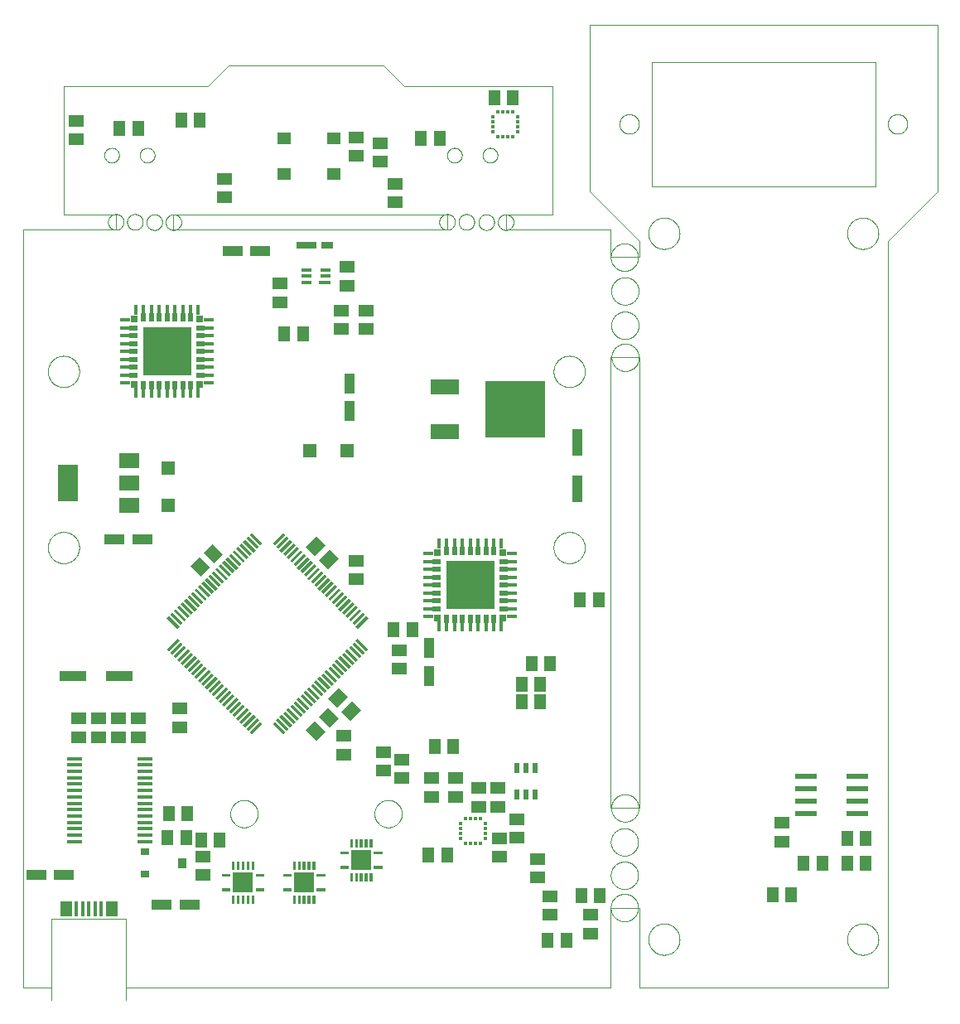
<source format=gtp>
G75*
%MOIN*%
%OFA0B0*%
%FSLAX25Y25*%
%IPPOS*%
%LPD*%
%AMOC8*
5,1,8,0,0,1.08239X$1,22.5*
%
%ADD10C,0.00000*%
%ADD11R,0.07900X0.05900*%
%ADD12R,0.07900X0.15000*%
%ADD13R,0.11811X0.06299*%
%ADD14R,0.24409X0.22835*%
%ADD15R,0.03937X0.07874*%
%ADD16R,0.05118X0.05906*%
%ADD17R,0.05906X0.05118*%
%ADD18R,0.07874X0.03937*%
%ADD19R,0.03937X0.11024*%
%ADD20R,0.11024X0.03937*%
%ADD21R,0.05512X0.05512*%
%ADD22R,0.05906X0.01575*%
%ADD23R,0.01200X0.06000*%
%ADD24R,0.01600X0.06000*%
%ADD25R,0.04500X0.06000*%
%ADD26R,0.01800X0.01200*%
%ADD27R,0.01200X0.01800*%
%ADD28R,0.02165X0.03937*%
%ADD29R,0.04724X0.03150*%
%ADD30R,0.07874X0.03150*%
%ADD31R,0.01890X0.03740*%
%ADD32R,0.03150X0.03150*%
%ADD33R,0.01575X0.03937*%
%ADD34R,0.03740X0.01890*%
%ADD35R,0.03937X0.01575*%
%ADD36R,0.03071X0.03071*%
%ADD37R,0.19685X0.19685*%
%ADD38R,0.04724X0.01575*%
%ADD39R,0.08071X0.08071*%
%ADD40C,0.00331*%
%ADD41R,0.03543X0.02953*%
%ADD42R,0.03543X0.03937*%
%ADD43R,0.05118X0.06299*%
%ADD44R,0.08661X0.02362*%
%ADD45R,0.05512X0.04724*%
%ADD46R,0.06299X0.05118*%
D10*
X0040000Y0009500D02*
X0051500Y0009500D01*
X0051600Y0004700D02*
X0051600Y0037200D01*
X0081600Y0037200D01*
X0081600Y0004700D01*
X0081500Y0009500D02*
X0276300Y0009500D01*
X0276300Y0041700D01*
X0288000Y0041700D01*
X0288000Y0009500D01*
X0388000Y0009500D01*
X0388000Y0310000D01*
X0408000Y0330000D01*
X0408000Y0397000D01*
X0268000Y0397000D01*
X0268000Y0330000D01*
X0288000Y0310000D01*
X0288000Y0303400D01*
X0276300Y0303400D01*
X0276300Y0314500D01*
X0234350Y0314500D01*
X0234300Y0320600D01*
X0253000Y0320600D01*
X0253000Y0372200D01*
X0193315Y0372197D01*
X0185047Y0380465D01*
X0122843Y0380465D01*
X0114575Y0372197D01*
X0056300Y0372197D01*
X0056300Y0320600D01*
X0077500Y0320600D01*
X0077500Y0314500D01*
X0040000Y0314500D01*
X0040000Y0009500D01*
X0123488Y0079500D02*
X0123490Y0079648D01*
X0123496Y0079796D01*
X0123506Y0079944D01*
X0123520Y0080091D01*
X0123538Y0080238D01*
X0123559Y0080384D01*
X0123585Y0080530D01*
X0123615Y0080675D01*
X0123648Y0080819D01*
X0123686Y0080962D01*
X0123727Y0081104D01*
X0123772Y0081245D01*
X0123820Y0081385D01*
X0123873Y0081524D01*
X0123929Y0081661D01*
X0123989Y0081796D01*
X0124052Y0081930D01*
X0124119Y0082062D01*
X0124190Y0082192D01*
X0124264Y0082320D01*
X0124341Y0082446D01*
X0124422Y0082570D01*
X0124506Y0082692D01*
X0124593Y0082811D01*
X0124684Y0082928D01*
X0124778Y0083043D01*
X0124874Y0083155D01*
X0124974Y0083265D01*
X0125076Y0083371D01*
X0125182Y0083475D01*
X0125290Y0083576D01*
X0125401Y0083674D01*
X0125514Y0083770D01*
X0125630Y0083862D01*
X0125748Y0083951D01*
X0125869Y0084036D01*
X0125992Y0084119D01*
X0126117Y0084198D01*
X0126244Y0084274D01*
X0126373Y0084346D01*
X0126504Y0084415D01*
X0126637Y0084480D01*
X0126772Y0084541D01*
X0126908Y0084599D01*
X0127045Y0084654D01*
X0127184Y0084704D01*
X0127325Y0084751D01*
X0127466Y0084794D01*
X0127609Y0084834D01*
X0127753Y0084869D01*
X0127897Y0084901D01*
X0128043Y0084928D01*
X0128189Y0084952D01*
X0128336Y0084972D01*
X0128483Y0084988D01*
X0128630Y0085000D01*
X0128778Y0085008D01*
X0128926Y0085012D01*
X0129074Y0085012D01*
X0129222Y0085008D01*
X0129370Y0085000D01*
X0129517Y0084988D01*
X0129664Y0084972D01*
X0129811Y0084952D01*
X0129957Y0084928D01*
X0130103Y0084901D01*
X0130247Y0084869D01*
X0130391Y0084834D01*
X0130534Y0084794D01*
X0130675Y0084751D01*
X0130816Y0084704D01*
X0130955Y0084654D01*
X0131092Y0084599D01*
X0131228Y0084541D01*
X0131363Y0084480D01*
X0131496Y0084415D01*
X0131627Y0084346D01*
X0131756Y0084274D01*
X0131883Y0084198D01*
X0132008Y0084119D01*
X0132131Y0084036D01*
X0132252Y0083951D01*
X0132370Y0083862D01*
X0132486Y0083770D01*
X0132599Y0083674D01*
X0132710Y0083576D01*
X0132818Y0083475D01*
X0132924Y0083371D01*
X0133026Y0083265D01*
X0133126Y0083155D01*
X0133222Y0083043D01*
X0133316Y0082928D01*
X0133407Y0082811D01*
X0133494Y0082692D01*
X0133578Y0082570D01*
X0133659Y0082446D01*
X0133736Y0082320D01*
X0133810Y0082192D01*
X0133881Y0082062D01*
X0133948Y0081930D01*
X0134011Y0081796D01*
X0134071Y0081661D01*
X0134127Y0081524D01*
X0134180Y0081385D01*
X0134228Y0081245D01*
X0134273Y0081104D01*
X0134314Y0080962D01*
X0134352Y0080819D01*
X0134385Y0080675D01*
X0134415Y0080530D01*
X0134441Y0080384D01*
X0134462Y0080238D01*
X0134480Y0080091D01*
X0134494Y0079944D01*
X0134504Y0079796D01*
X0134510Y0079648D01*
X0134512Y0079500D01*
X0134510Y0079352D01*
X0134504Y0079204D01*
X0134494Y0079056D01*
X0134480Y0078909D01*
X0134462Y0078762D01*
X0134441Y0078616D01*
X0134415Y0078470D01*
X0134385Y0078325D01*
X0134352Y0078181D01*
X0134314Y0078038D01*
X0134273Y0077896D01*
X0134228Y0077755D01*
X0134180Y0077615D01*
X0134127Y0077476D01*
X0134071Y0077339D01*
X0134011Y0077204D01*
X0133948Y0077070D01*
X0133881Y0076938D01*
X0133810Y0076808D01*
X0133736Y0076680D01*
X0133659Y0076554D01*
X0133578Y0076430D01*
X0133494Y0076308D01*
X0133407Y0076189D01*
X0133316Y0076072D01*
X0133222Y0075957D01*
X0133126Y0075845D01*
X0133026Y0075735D01*
X0132924Y0075629D01*
X0132818Y0075525D01*
X0132710Y0075424D01*
X0132599Y0075326D01*
X0132486Y0075230D01*
X0132370Y0075138D01*
X0132252Y0075049D01*
X0132131Y0074964D01*
X0132008Y0074881D01*
X0131883Y0074802D01*
X0131756Y0074726D01*
X0131627Y0074654D01*
X0131496Y0074585D01*
X0131363Y0074520D01*
X0131228Y0074459D01*
X0131092Y0074401D01*
X0130955Y0074346D01*
X0130816Y0074296D01*
X0130675Y0074249D01*
X0130534Y0074206D01*
X0130391Y0074166D01*
X0130247Y0074131D01*
X0130103Y0074099D01*
X0129957Y0074072D01*
X0129811Y0074048D01*
X0129664Y0074028D01*
X0129517Y0074012D01*
X0129370Y0074000D01*
X0129222Y0073992D01*
X0129074Y0073988D01*
X0128926Y0073988D01*
X0128778Y0073992D01*
X0128630Y0074000D01*
X0128483Y0074012D01*
X0128336Y0074028D01*
X0128189Y0074048D01*
X0128043Y0074072D01*
X0127897Y0074099D01*
X0127753Y0074131D01*
X0127609Y0074166D01*
X0127466Y0074206D01*
X0127325Y0074249D01*
X0127184Y0074296D01*
X0127045Y0074346D01*
X0126908Y0074401D01*
X0126772Y0074459D01*
X0126637Y0074520D01*
X0126504Y0074585D01*
X0126373Y0074654D01*
X0126244Y0074726D01*
X0126117Y0074802D01*
X0125992Y0074881D01*
X0125869Y0074964D01*
X0125748Y0075049D01*
X0125630Y0075138D01*
X0125514Y0075230D01*
X0125401Y0075326D01*
X0125290Y0075424D01*
X0125182Y0075525D01*
X0125076Y0075629D01*
X0124974Y0075735D01*
X0124874Y0075845D01*
X0124778Y0075957D01*
X0124684Y0076072D01*
X0124593Y0076189D01*
X0124506Y0076308D01*
X0124422Y0076430D01*
X0124341Y0076554D01*
X0124264Y0076680D01*
X0124190Y0076808D01*
X0124119Y0076938D01*
X0124052Y0077070D01*
X0123989Y0077204D01*
X0123929Y0077339D01*
X0123873Y0077476D01*
X0123820Y0077615D01*
X0123772Y0077755D01*
X0123727Y0077896D01*
X0123686Y0078038D01*
X0123648Y0078181D01*
X0123615Y0078325D01*
X0123585Y0078470D01*
X0123559Y0078616D01*
X0123538Y0078762D01*
X0123520Y0078909D01*
X0123506Y0079056D01*
X0123496Y0079204D01*
X0123490Y0079352D01*
X0123488Y0079500D01*
X0181488Y0079500D02*
X0181490Y0079648D01*
X0181496Y0079796D01*
X0181506Y0079944D01*
X0181520Y0080091D01*
X0181538Y0080238D01*
X0181559Y0080384D01*
X0181585Y0080530D01*
X0181615Y0080675D01*
X0181648Y0080819D01*
X0181686Y0080962D01*
X0181727Y0081104D01*
X0181772Y0081245D01*
X0181820Y0081385D01*
X0181873Y0081524D01*
X0181929Y0081661D01*
X0181989Y0081796D01*
X0182052Y0081930D01*
X0182119Y0082062D01*
X0182190Y0082192D01*
X0182264Y0082320D01*
X0182341Y0082446D01*
X0182422Y0082570D01*
X0182506Y0082692D01*
X0182593Y0082811D01*
X0182684Y0082928D01*
X0182778Y0083043D01*
X0182874Y0083155D01*
X0182974Y0083265D01*
X0183076Y0083371D01*
X0183182Y0083475D01*
X0183290Y0083576D01*
X0183401Y0083674D01*
X0183514Y0083770D01*
X0183630Y0083862D01*
X0183748Y0083951D01*
X0183869Y0084036D01*
X0183992Y0084119D01*
X0184117Y0084198D01*
X0184244Y0084274D01*
X0184373Y0084346D01*
X0184504Y0084415D01*
X0184637Y0084480D01*
X0184772Y0084541D01*
X0184908Y0084599D01*
X0185045Y0084654D01*
X0185184Y0084704D01*
X0185325Y0084751D01*
X0185466Y0084794D01*
X0185609Y0084834D01*
X0185753Y0084869D01*
X0185897Y0084901D01*
X0186043Y0084928D01*
X0186189Y0084952D01*
X0186336Y0084972D01*
X0186483Y0084988D01*
X0186630Y0085000D01*
X0186778Y0085008D01*
X0186926Y0085012D01*
X0187074Y0085012D01*
X0187222Y0085008D01*
X0187370Y0085000D01*
X0187517Y0084988D01*
X0187664Y0084972D01*
X0187811Y0084952D01*
X0187957Y0084928D01*
X0188103Y0084901D01*
X0188247Y0084869D01*
X0188391Y0084834D01*
X0188534Y0084794D01*
X0188675Y0084751D01*
X0188816Y0084704D01*
X0188955Y0084654D01*
X0189092Y0084599D01*
X0189228Y0084541D01*
X0189363Y0084480D01*
X0189496Y0084415D01*
X0189627Y0084346D01*
X0189756Y0084274D01*
X0189883Y0084198D01*
X0190008Y0084119D01*
X0190131Y0084036D01*
X0190252Y0083951D01*
X0190370Y0083862D01*
X0190486Y0083770D01*
X0190599Y0083674D01*
X0190710Y0083576D01*
X0190818Y0083475D01*
X0190924Y0083371D01*
X0191026Y0083265D01*
X0191126Y0083155D01*
X0191222Y0083043D01*
X0191316Y0082928D01*
X0191407Y0082811D01*
X0191494Y0082692D01*
X0191578Y0082570D01*
X0191659Y0082446D01*
X0191736Y0082320D01*
X0191810Y0082192D01*
X0191881Y0082062D01*
X0191948Y0081930D01*
X0192011Y0081796D01*
X0192071Y0081661D01*
X0192127Y0081524D01*
X0192180Y0081385D01*
X0192228Y0081245D01*
X0192273Y0081104D01*
X0192314Y0080962D01*
X0192352Y0080819D01*
X0192385Y0080675D01*
X0192415Y0080530D01*
X0192441Y0080384D01*
X0192462Y0080238D01*
X0192480Y0080091D01*
X0192494Y0079944D01*
X0192504Y0079796D01*
X0192510Y0079648D01*
X0192512Y0079500D01*
X0192510Y0079352D01*
X0192504Y0079204D01*
X0192494Y0079056D01*
X0192480Y0078909D01*
X0192462Y0078762D01*
X0192441Y0078616D01*
X0192415Y0078470D01*
X0192385Y0078325D01*
X0192352Y0078181D01*
X0192314Y0078038D01*
X0192273Y0077896D01*
X0192228Y0077755D01*
X0192180Y0077615D01*
X0192127Y0077476D01*
X0192071Y0077339D01*
X0192011Y0077204D01*
X0191948Y0077070D01*
X0191881Y0076938D01*
X0191810Y0076808D01*
X0191736Y0076680D01*
X0191659Y0076554D01*
X0191578Y0076430D01*
X0191494Y0076308D01*
X0191407Y0076189D01*
X0191316Y0076072D01*
X0191222Y0075957D01*
X0191126Y0075845D01*
X0191026Y0075735D01*
X0190924Y0075629D01*
X0190818Y0075525D01*
X0190710Y0075424D01*
X0190599Y0075326D01*
X0190486Y0075230D01*
X0190370Y0075138D01*
X0190252Y0075049D01*
X0190131Y0074964D01*
X0190008Y0074881D01*
X0189883Y0074802D01*
X0189756Y0074726D01*
X0189627Y0074654D01*
X0189496Y0074585D01*
X0189363Y0074520D01*
X0189228Y0074459D01*
X0189092Y0074401D01*
X0188955Y0074346D01*
X0188816Y0074296D01*
X0188675Y0074249D01*
X0188534Y0074206D01*
X0188391Y0074166D01*
X0188247Y0074131D01*
X0188103Y0074099D01*
X0187957Y0074072D01*
X0187811Y0074048D01*
X0187664Y0074028D01*
X0187517Y0074012D01*
X0187370Y0074000D01*
X0187222Y0073992D01*
X0187074Y0073988D01*
X0186926Y0073988D01*
X0186778Y0073992D01*
X0186630Y0074000D01*
X0186483Y0074012D01*
X0186336Y0074028D01*
X0186189Y0074048D01*
X0186043Y0074072D01*
X0185897Y0074099D01*
X0185753Y0074131D01*
X0185609Y0074166D01*
X0185466Y0074206D01*
X0185325Y0074249D01*
X0185184Y0074296D01*
X0185045Y0074346D01*
X0184908Y0074401D01*
X0184772Y0074459D01*
X0184637Y0074520D01*
X0184504Y0074585D01*
X0184373Y0074654D01*
X0184244Y0074726D01*
X0184117Y0074802D01*
X0183992Y0074881D01*
X0183869Y0074964D01*
X0183748Y0075049D01*
X0183630Y0075138D01*
X0183514Y0075230D01*
X0183401Y0075326D01*
X0183290Y0075424D01*
X0183182Y0075525D01*
X0183076Y0075629D01*
X0182974Y0075735D01*
X0182874Y0075845D01*
X0182778Y0075957D01*
X0182684Y0076072D01*
X0182593Y0076189D01*
X0182506Y0076308D01*
X0182422Y0076430D01*
X0182341Y0076554D01*
X0182264Y0076680D01*
X0182190Y0076808D01*
X0182119Y0076938D01*
X0182052Y0077070D01*
X0181989Y0077204D01*
X0181929Y0077339D01*
X0181873Y0077476D01*
X0181820Y0077615D01*
X0181772Y0077755D01*
X0181727Y0077896D01*
X0181686Y0078038D01*
X0181648Y0078181D01*
X0181615Y0078325D01*
X0181585Y0078470D01*
X0181559Y0078616D01*
X0181538Y0078762D01*
X0181520Y0078909D01*
X0181506Y0079056D01*
X0181496Y0079204D01*
X0181490Y0079352D01*
X0181488Y0079500D01*
X0276300Y0081800D02*
X0288000Y0081800D01*
X0288000Y0263100D01*
X0276300Y0263100D01*
X0276300Y0081800D01*
X0276788Y0081800D02*
X0276790Y0081948D01*
X0276796Y0082096D01*
X0276806Y0082244D01*
X0276820Y0082391D01*
X0276838Y0082538D01*
X0276859Y0082684D01*
X0276885Y0082830D01*
X0276915Y0082975D01*
X0276948Y0083119D01*
X0276986Y0083262D01*
X0277027Y0083404D01*
X0277072Y0083545D01*
X0277120Y0083685D01*
X0277173Y0083824D01*
X0277229Y0083961D01*
X0277289Y0084096D01*
X0277352Y0084230D01*
X0277419Y0084362D01*
X0277490Y0084492D01*
X0277564Y0084620D01*
X0277641Y0084746D01*
X0277722Y0084870D01*
X0277806Y0084992D01*
X0277893Y0085111D01*
X0277984Y0085228D01*
X0278078Y0085343D01*
X0278174Y0085455D01*
X0278274Y0085565D01*
X0278376Y0085671D01*
X0278482Y0085775D01*
X0278590Y0085876D01*
X0278701Y0085974D01*
X0278814Y0086070D01*
X0278930Y0086162D01*
X0279048Y0086251D01*
X0279169Y0086336D01*
X0279292Y0086419D01*
X0279417Y0086498D01*
X0279544Y0086574D01*
X0279673Y0086646D01*
X0279804Y0086715D01*
X0279937Y0086780D01*
X0280072Y0086841D01*
X0280208Y0086899D01*
X0280345Y0086954D01*
X0280484Y0087004D01*
X0280625Y0087051D01*
X0280766Y0087094D01*
X0280909Y0087134D01*
X0281053Y0087169D01*
X0281197Y0087201D01*
X0281343Y0087228D01*
X0281489Y0087252D01*
X0281636Y0087272D01*
X0281783Y0087288D01*
X0281930Y0087300D01*
X0282078Y0087308D01*
X0282226Y0087312D01*
X0282374Y0087312D01*
X0282522Y0087308D01*
X0282670Y0087300D01*
X0282817Y0087288D01*
X0282964Y0087272D01*
X0283111Y0087252D01*
X0283257Y0087228D01*
X0283403Y0087201D01*
X0283547Y0087169D01*
X0283691Y0087134D01*
X0283834Y0087094D01*
X0283975Y0087051D01*
X0284116Y0087004D01*
X0284255Y0086954D01*
X0284392Y0086899D01*
X0284528Y0086841D01*
X0284663Y0086780D01*
X0284796Y0086715D01*
X0284927Y0086646D01*
X0285056Y0086574D01*
X0285183Y0086498D01*
X0285308Y0086419D01*
X0285431Y0086336D01*
X0285552Y0086251D01*
X0285670Y0086162D01*
X0285786Y0086070D01*
X0285899Y0085974D01*
X0286010Y0085876D01*
X0286118Y0085775D01*
X0286224Y0085671D01*
X0286326Y0085565D01*
X0286426Y0085455D01*
X0286522Y0085343D01*
X0286616Y0085228D01*
X0286707Y0085111D01*
X0286794Y0084992D01*
X0286878Y0084870D01*
X0286959Y0084746D01*
X0287036Y0084620D01*
X0287110Y0084492D01*
X0287181Y0084362D01*
X0287248Y0084230D01*
X0287311Y0084096D01*
X0287371Y0083961D01*
X0287427Y0083824D01*
X0287480Y0083685D01*
X0287528Y0083545D01*
X0287573Y0083404D01*
X0287614Y0083262D01*
X0287652Y0083119D01*
X0287685Y0082975D01*
X0287715Y0082830D01*
X0287741Y0082684D01*
X0287762Y0082538D01*
X0287780Y0082391D01*
X0287794Y0082244D01*
X0287804Y0082096D01*
X0287810Y0081948D01*
X0287812Y0081800D01*
X0287810Y0081652D01*
X0287804Y0081504D01*
X0287794Y0081356D01*
X0287780Y0081209D01*
X0287762Y0081062D01*
X0287741Y0080916D01*
X0287715Y0080770D01*
X0287685Y0080625D01*
X0287652Y0080481D01*
X0287614Y0080338D01*
X0287573Y0080196D01*
X0287528Y0080055D01*
X0287480Y0079915D01*
X0287427Y0079776D01*
X0287371Y0079639D01*
X0287311Y0079504D01*
X0287248Y0079370D01*
X0287181Y0079238D01*
X0287110Y0079108D01*
X0287036Y0078980D01*
X0286959Y0078854D01*
X0286878Y0078730D01*
X0286794Y0078608D01*
X0286707Y0078489D01*
X0286616Y0078372D01*
X0286522Y0078257D01*
X0286426Y0078145D01*
X0286326Y0078035D01*
X0286224Y0077929D01*
X0286118Y0077825D01*
X0286010Y0077724D01*
X0285899Y0077626D01*
X0285786Y0077530D01*
X0285670Y0077438D01*
X0285552Y0077349D01*
X0285431Y0077264D01*
X0285308Y0077181D01*
X0285183Y0077102D01*
X0285056Y0077026D01*
X0284927Y0076954D01*
X0284796Y0076885D01*
X0284663Y0076820D01*
X0284528Y0076759D01*
X0284392Y0076701D01*
X0284255Y0076646D01*
X0284116Y0076596D01*
X0283975Y0076549D01*
X0283834Y0076506D01*
X0283691Y0076466D01*
X0283547Y0076431D01*
X0283403Y0076399D01*
X0283257Y0076372D01*
X0283111Y0076348D01*
X0282964Y0076328D01*
X0282817Y0076312D01*
X0282670Y0076300D01*
X0282522Y0076292D01*
X0282374Y0076288D01*
X0282226Y0076288D01*
X0282078Y0076292D01*
X0281930Y0076300D01*
X0281783Y0076312D01*
X0281636Y0076328D01*
X0281489Y0076348D01*
X0281343Y0076372D01*
X0281197Y0076399D01*
X0281053Y0076431D01*
X0280909Y0076466D01*
X0280766Y0076506D01*
X0280625Y0076549D01*
X0280484Y0076596D01*
X0280345Y0076646D01*
X0280208Y0076701D01*
X0280072Y0076759D01*
X0279937Y0076820D01*
X0279804Y0076885D01*
X0279673Y0076954D01*
X0279544Y0077026D01*
X0279417Y0077102D01*
X0279292Y0077181D01*
X0279169Y0077264D01*
X0279048Y0077349D01*
X0278930Y0077438D01*
X0278814Y0077530D01*
X0278701Y0077626D01*
X0278590Y0077724D01*
X0278482Y0077825D01*
X0278376Y0077929D01*
X0278274Y0078035D01*
X0278174Y0078145D01*
X0278078Y0078257D01*
X0277984Y0078372D01*
X0277893Y0078489D01*
X0277806Y0078608D01*
X0277722Y0078730D01*
X0277641Y0078854D01*
X0277564Y0078980D01*
X0277490Y0079108D01*
X0277419Y0079238D01*
X0277352Y0079370D01*
X0277289Y0079504D01*
X0277229Y0079639D01*
X0277173Y0079776D01*
X0277120Y0079915D01*
X0277072Y0080055D01*
X0277027Y0080196D01*
X0276986Y0080338D01*
X0276948Y0080481D01*
X0276915Y0080625D01*
X0276885Y0080770D01*
X0276859Y0080916D01*
X0276838Y0081062D01*
X0276820Y0081209D01*
X0276806Y0081356D01*
X0276796Y0081504D01*
X0276790Y0081652D01*
X0276788Y0081800D01*
X0276588Y0068100D02*
X0276590Y0068248D01*
X0276596Y0068396D01*
X0276606Y0068544D01*
X0276620Y0068691D01*
X0276638Y0068838D01*
X0276659Y0068984D01*
X0276685Y0069130D01*
X0276715Y0069275D01*
X0276748Y0069419D01*
X0276786Y0069562D01*
X0276827Y0069704D01*
X0276872Y0069845D01*
X0276920Y0069985D01*
X0276973Y0070124D01*
X0277029Y0070261D01*
X0277089Y0070396D01*
X0277152Y0070530D01*
X0277219Y0070662D01*
X0277290Y0070792D01*
X0277364Y0070920D01*
X0277441Y0071046D01*
X0277522Y0071170D01*
X0277606Y0071292D01*
X0277693Y0071411D01*
X0277784Y0071528D01*
X0277878Y0071643D01*
X0277974Y0071755D01*
X0278074Y0071865D01*
X0278176Y0071971D01*
X0278282Y0072075D01*
X0278390Y0072176D01*
X0278501Y0072274D01*
X0278614Y0072370D01*
X0278730Y0072462D01*
X0278848Y0072551D01*
X0278969Y0072636D01*
X0279092Y0072719D01*
X0279217Y0072798D01*
X0279344Y0072874D01*
X0279473Y0072946D01*
X0279604Y0073015D01*
X0279737Y0073080D01*
X0279872Y0073141D01*
X0280008Y0073199D01*
X0280145Y0073254D01*
X0280284Y0073304D01*
X0280425Y0073351D01*
X0280566Y0073394D01*
X0280709Y0073434D01*
X0280853Y0073469D01*
X0280997Y0073501D01*
X0281143Y0073528D01*
X0281289Y0073552D01*
X0281436Y0073572D01*
X0281583Y0073588D01*
X0281730Y0073600D01*
X0281878Y0073608D01*
X0282026Y0073612D01*
X0282174Y0073612D01*
X0282322Y0073608D01*
X0282470Y0073600D01*
X0282617Y0073588D01*
X0282764Y0073572D01*
X0282911Y0073552D01*
X0283057Y0073528D01*
X0283203Y0073501D01*
X0283347Y0073469D01*
X0283491Y0073434D01*
X0283634Y0073394D01*
X0283775Y0073351D01*
X0283916Y0073304D01*
X0284055Y0073254D01*
X0284192Y0073199D01*
X0284328Y0073141D01*
X0284463Y0073080D01*
X0284596Y0073015D01*
X0284727Y0072946D01*
X0284856Y0072874D01*
X0284983Y0072798D01*
X0285108Y0072719D01*
X0285231Y0072636D01*
X0285352Y0072551D01*
X0285470Y0072462D01*
X0285586Y0072370D01*
X0285699Y0072274D01*
X0285810Y0072176D01*
X0285918Y0072075D01*
X0286024Y0071971D01*
X0286126Y0071865D01*
X0286226Y0071755D01*
X0286322Y0071643D01*
X0286416Y0071528D01*
X0286507Y0071411D01*
X0286594Y0071292D01*
X0286678Y0071170D01*
X0286759Y0071046D01*
X0286836Y0070920D01*
X0286910Y0070792D01*
X0286981Y0070662D01*
X0287048Y0070530D01*
X0287111Y0070396D01*
X0287171Y0070261D01*
X0287227Y0070124D01*
X0287280Y0069985D01*
X0287328Y0069845D01*
X0287373Y0069704D01*
X0287414Y0069562D01*
X0287452Y0069419D01*
X0287485Y0069275D01*
X0287515Y0069130D01*
X0287541Y0068984D01*
X0287562Y0068838D01*
X0287580Y0068691D01*
X0287594Y0068544D01*
X0287604Y0068396D01*
X0287610Y0068248D01*
X0287612Y0068100D01*
X0287610Y0067952D01*
X0287604Y0067804D01*
X0287594Y0067656D01*
X0287580Y0067509D01*
X0287562Y0067362D01*
X0287541Y0067216D01*
X0287515Y0067070D01*
X0287485Y0066925D01*
X0287452Y0066781D01*
X0287414Y0066638D01*
X0287373Y0066496D01*
X0287328Y0066355D01*
X0287280Y0066215D01*
X0287227Y0066076D01*
X0287171Y0065939D01*
X0287111Y0065804D01*
X0287048Y0065670D01*
X0286981Y0065538D01*
X0286910Y0065408D01*
X0286836Y0065280D01*
X0286759Y0065154D01*
X0286678Y0065030D01*
X0286594Y0064908D01*
X0286507Y0064789D01*
X0286416Y0064672D01*
X0286322Y0064557D01*
X0286226Y0064445D01*
X0286126Y0064335D01*
X0286024Y0064229D01*
X0285918Y0064125D01*
X0285810Y0064024D01*
X0285699Y0063926D01*
X0285586Y0063830D01*
X0285470Y0063738D01*
X0285352Y0063649D01*
X0285231Y0063564D01*
X0285108Y0063481D01*
X0284983Y0063402D01*
X0284856Y0063326D01*
X0284727Y0063254D01*
X0284596Y0063185D01*
X0284463Y0063120D01*
X0284328Y0063059D01*
X0284192Y0063001D01*
X0284055Y0062946D01*
X0283916Y0062896D01*
X0283775Y0062849D01*
X0283634Y0062806D01*
X0283491Y0062766D01*
X0283347Y0062731D01*
X0283203Y0062699D01*
X0283057Y0062672D01*
X0282911Y0062648D01*
X0282764Y0062628D01*
X0282617Y0062612D01*
X0282470Y0062600D01*
X0282322Y0062592D01*
X0282174Y0062588D01*
X0282026Y0062588D01*
X0281878Y0062592D01*
X0281730Y0062600D01*
X0281583Y0062612D01*
X0281436Y0062628D01*
X0281289Y0062648D01*
X0281143Y0062672D01*
X0280997Y0062699D01*
X0280853Y0062731D01*
X0280709Y0062766D01*
X0280566Y0062806D01*
X0280425Y0062849D01*
X0280284Y0062896D01*
X0280145Y0062946D01*
X0280008Y0063001D01*
X0279872Y0063059D01*
X0279737Y0063120D01*
X0279604Y0063185D01*
X0279473Y0063254D01*
X0279344Y0063326D01*
X0279217Y0063402D01*
X0279092Y0063481D01*
X0278969Y0063564D01*
X0278848Y0063649D01*
X0278730Y0063738D01*
X0278614Y0063830D01*
X0278501Y0063926D01*
X0278390Y0064024D01*
X0278282Y0064125D01*
X0278176Y0064229D01*
X0278074Y0064335D01*
X0277974Y0064445D01*
X0277878Y0064557D01*
X0277784Y0064672D01*
X0277693Y0064789D01*
X0277606Y0064908D01*
X0277522Y0065030D01*
X0277441Y0065154D01*
X0277364Y0065280D01*
X0277290Y0065408D01*
X0277219Y0065538D01*
X0277152Y0065670D01*
X0277089Y0065804D01*
X0277029Y0065939D01*
X0276973Y0066076D01*
X0276920Y0066215D01*
X0276872Y0066355D01*
X0276827Y0066496D01*
X0276786Y0066638D01*
X0276748Y0066781D01*
X0276715Y0066925D01*
X0276685Y0067070D01*
X0276659Y0067216D01*
X0276638Y0067362D01*
X0276620Y0067509D01*
X0276606Y0067656D01*
X0276596Y0067804D01*
X0276590Y0067952D01*
X0276588Y0068100D01*
X0276588Y0054700D02*
X0276590Y0054848D01*
X0276596Y0054996D01*
X0276606Y0055144D01*
X0276620Y0055291D01*
X0276638Y0055438D01*
X0276659Y0055584D01*
X0276685Y0055730D01*
X0276715Y0055875D01*
X0276748Y0056019D01*
X0276786Y0056162D01*
X0276827Y0056304D01*
X0276872Y0056445D01*
X0276920Y0056585D01*
X0276973Y0056724D01*
X0277029Y0056861D01*
X0277089Y0056996D01*
X0277152Y0057130D01*
X0277219Y0057262D01*
X0277290Y0057392D01*
X0277364Y0057520D01*
X0277441Y0057646D01*
X0277522Y0057770D01*
X0277606Y0057892D01*
X0277693Y0058011D01*
X0277784Y0058128D01*
X0277878Y0058243D01*
X0277974Y0058355D01*
X0278074Y0058465D01*
X0278176Y0058571D01*
X0278282Y0058675D01*
X0278390Y0058776D01*
X0278501Y0058874D01*
X0278614Y0058970D01*
X0278730Y0059062D01*
X0278848Y0059151D01*
X0278969Y0059236D01*
X0279092Y0059319D01*
X0279217Y0059398D01*
X0279344Y0059474D01*
X0279473Y0059546D01*
X0279604Y0059615D01*
X0279737Y0059680D01*
X0279872Y0059741D01*
X0280008Y0059799D01*
X0280145Y0059854D01*
X0280284Y0059904D01*
X0280425Y0059951D01*
X0280566Y0059994D01*
X0280709Y0060034D01*
X0280853Y0060069D01*
X0280997Y0060101D01*
X0281143Y0060128D01*
X0281289Y0060152D01*
X0281436Y0060172D01*
X0281583Y0060188D01*
X0281730Y0060200D01*
X0281878Y0060208D01*
X0282026Y0060212D01*
X0282174Y0060212D01*
X0282322Y0060208D01*
X0282470Y0060200D01*
X0282617Y0060188D01*
X0282764Y0060172D01*
X0282911Y0060152D01*
X0283057Y0060128D01*
X0283203Y0060101D01*
X0283347Y0060069D01*
X0283491Y0060034D01*
X0283634Y0059994D01*
X0283775Y0059951D01*
X0283916Y0059904D01*
X0284055Y0059854D01*
X0284192Y0059799D01*
X0284328Y0059741D01*
X0284463Y0059680D01*
X0284596Y0059615D01*
X0284727Y0059546D01*
X0284856Y0059474D01*
X0284983Y0059398D01*
X0285108Y0059319D01*
X0285231Y0059236D01*
X0285352Y0059151D01*
X0285470Y0059062D01*
X0285586Y0058970D01*
X0285699Y0058874D01*
X0285810Y0058776D01*
X0285918Y0058675D01*
X0286024Y0058571D01*
X0286126Y0058465D01*
X0286226Y0058355D01*
X0286322Y0058243D01*
X0286416Y0058128D01*
X0286507Y0058011D01*
X0286594Y0057892D01*
X0286678Y0057770D01*
X0286759Y0057646D01*
X0286836Y0057520D01*
X0286910Y0057392D01*
X0286981Y0057262D01*
X0287048Y0057130D01*
X0287111Y0056996D01*
X0287171Y0056861D01*
X0287227Y0056724D01*
X0287280Y0056585D01*
X0287328Y0056445D01*
X0287373Y0056304D01*
X0287414Y0056162D01*
X0287452Y0056019D01*
X0287485Y0055875D01*
X0287515Y0055730D01*
X0287541Y0055584D01*
X0287562Y0055438D01*
X0287580Y0055291D01*
X0287594Y0055144D01*
X0287604Y0054996D01*
X0287610Y0054848D01*
X0287612Y0054700D01*
X0287610Y0054552D01*
X0287604Y0054404D01*
X0287594Y0054256D01*
X0287580Y0054109D01*
X0287562Y0053962D01*
X0287541Y0053816D01*
X0287515Y0053670D01*
X0287485Y0053525D01*
X0287452Y0053381D01*
X0287414Y0053238D01*
X0287373Y0053096D01*
X0287328Y0052955D01*
X0287280Y0052815D01*
X0287227Y0052676D01*
X0287171Y0052539D01*
X0287111Y0052404D01*
X0287048Y0052270D01*
X0286981Y0052138D01*
X0286910Y0052008D01*
X0286836Y0051880D01*
X0286759Y0051754D01*
X0286678Y0051630D01*
X0286594Y0051508D01*
X0286507Y0051389D01*
X0286416Y0051272D01*
X0286322Y0051157D01*
X0286226Y0051045D01*
X0286126Y0050935D01*
X0286024Y0050829D01*
X0285918Y0050725D01*
X0285810Y0050624D01*
X0285699Y0050526D01*
X0285586Y0050430D01*
X0285470Y0050338D01*
X0285352Y0050249D01*
X0285231Y0050164D01*
X0285108Y0050081D01*
X0284983Y0050002D01*
X0284856Y0049926D01*
X0284727Y0049854D01*
X0284596Y0049785D01*
X0284463Y0049720D01*
X0284328Y0049659D01*
X0284192Y0049601D01*
X0284055Y0049546D01*
X0283916Y0049496D01*
X0283775Y0049449D01*
X0283634Y0049406D01*
X0283491Y0049366D01*
X0283347Y0049331D01*
X0283203Y0049299D01*
X0283057Y0049272D01*
X0282911Y0049248D01*
X0282764Y0049228D01*
X0282617Y0049212D01*
X0282470Y0049200D01*
X0282322Y0049192D01*
X0282174Y0049188D01*
X0282026Y0049188D01*
X0281878Y0049192D01*
X0281730Y0049200D01*
X0281583Y0049212D01*
X0281436Y0049228D01*
X0281289Y0049248D01*
X0281143Y0049272D01*
X0280997Y0049299D01*
X0280853Y0049331D01*
X0280709Y0049366D01*
X0280566Y0049406D01*
X0280425Y0049449D01*
X0280284Y0049496D01*
X0280145Y0049546D01*
X0280008Y0049601D01*
X0279872Y0049659D01*
X0279737Y0049720D01*
X0279604Y0049785D01*
X0279473Y0049854D01*
X0279344Y0049926D01*
X0279217Y0050002D01*
X0279092Y0050081D01*
X0278969Y0050164D01*
X0278848Y0050249D01*
X0278730Y0050338D01*
X0278614Y0050430D01*
X0278501Y0050526D01*
X0278390Y0050624D01*
X0278282Y0050725D01*
X0278176Y0050829D01*
X0278074Y0050935D01*
X0277974Y0051045D01*
X0277878Y0051157D01*
X0277784Y0051272D01*
X0277693Y0051389D01*
X0277606Y0051508D01*
X0277522Y0051630D01*
X0277441Y0051754D01*
X0277364Y0051880D01*
X0277290Y0052008D01*
X0277219Y0052138D01*
X0277152Y0052270D01*
X0277089Y0052404D01*
X0277029Y0052539D01*
X0276973Y0052676D01*
X0276920Y0052815D01*
X0276872Y0052955D01*
X0276827Y0053096D01*
X0276786Y0053238D01*
X0276748Y0053381D01*
X0276715Y0053525D01*
X0276685Y0053670D01*
X0276659Y0053816D01*
X0276638Y0053962D01*
X0276620Y0054109D01*
X0276606Y0054256D01*
X0276596Y0054404D01*
X0276590Y0054552D01*
X0276588Y0054700D01*
X0276588Y0041700D02*
X0276590Y0041848D01*
X0276596Y0041996D01*
X0276606Y0042144D01*
X0276620Y0042291D01*
X0276638Y0042438D01*
X0276659Y0042584D01*
X0276685Y0042730D01*
X0276715Y0042875D01*
X0276748Y0043019D01*
X0276786Y0043162D01*
X0276827Y0043304D01*
X0276872Y0043445D01*
X0276920Y0043585D01*
X0276973Y0043724D01*
X0277029Y0043861D01*
X0277089Y0043996D01*
X0277152Y0044130D01*
X0277219Y0044262D01*
X0277290Y0044392D01*
X0277364Y0044520D01*
X0277441Y0044646D01*
X0277522Y0044770D01*
X0277606Y0044892D01*
X0277693Y0045011D01*
X0277784Y0045128D01*
X0277878Y0045243D01*
X0277974Y0045355D01*
X0278074Y0045465D01*
X0278176Y0045571D01*
X0278282Y0045675D01*
X0278390Y0045776D01*
X0278501Y0045874D01*
X0278614Y0045970D01*
X0278730Y0046062D01*
X0278848Y0046151D01*
X0278969Y0046236D01*
X0279092Y0046319D01*
X0279217Y0046398D01*
X0279344Y0046474D01*
X0279473Y0046546D01*
X0279604Y0046615D01*
X0279737Y0046680D01*
X0279872Y0046741D01*
X0280008Y0046799D01*
X0280145Y0046854D01*
X0280284Y0046904D01*
X0280425Y0046951D01*
X0280566Y0046994D01*
X0280709Y0047034D01*
X0280853Y0047069D01*
X0280997Y0047101D01*
X0281143Y0047128D01*
X0281289Y0047152D01*
X0281436Y0047172D01*
X0281583Y0047188D01*
X0281730Y0047200D01*
X0281878Y0047208D01*
X0282026Y0047212D01*
X0282174Y0047212D01*
X0282322Y0047208D01*
X0282470Y0047200D01*
X0282617Y0047188D01*
X0282764Y0047172D01*
X0282911Y0047152D01*
X0283057Y0047128D01*
X0283203Y0047101D01*
X0283347Y0047069D01*
X0283491Y0047034D01*
X0283634Y0046994D01*
X0283775Y0046951D01*
X0283916Y0046904D01*
X0284055Y0046854D01*
X0284192Y0046799D01*
X0284328Y0046741D01*
X0284463Y0046680D01*
X0284596Y0046615D01*
X0284727Y0046546D01*
X0284856Y0046474D01*
X0284983Y0046398D01*
X0285108Y0046319D01*
X0285231Y0046236D01*
X0285352Y0046151D01*
X0285470Y0046062D01*
X0285586Y0045970D01*
X0285699Y0045874D01*
X0285810Y0045776D01*
X0285918Y0045675D01*
X0286024Y0045571D01*
X0286126Y0045465D01*
X0286226Y0045355D01*
X0286322Y0045243D01*
X0286416Y0045128D01*
X0286507Y0045011D01*
X0286594Y0044892D01*
X0286678Y0044770D01*
X0286759Y0044646D01*
X0286836Y0044520D01*
X0286910Y0044392D01*
X0286981Y0044262D01*
X0287048Y0044130D01*
X0287111Y0043996D01*
X0287171Y0043861D01*
X0287227Y0043724D01*
X0287280Y0043585D01*
X0287328Y0043445D01*
X0287373Y0043304D01*
X0287414Y0043162D01*
X0287452Y0043019D01*
X0287485Y0042875D01*
X0287515Y0042730D01*
X0287541Y0042584D01*
X0287562Y0042438D01*
X0287580Y0042291D01*
X0287594Y0042144D01*
X0287604Y0041996D01*
X0287610Y0041848D01*
X0287612Y0041700D01*
X0287610Y0041552D01*
X0287604Y0041404D01*
X0287594Y0041256D01*
X0287580Y0041109D01*
X0287562Y0040962D01*
X0287541Y0040816D01*
X0287515Y0040670D01*
X0287485Y0040525D01*
X0287452Y0040381D01*
X0287414Y0040238D01*
X0287373Y0040096D01*
X0287328Y0039955D01*
X0287280Y0039815D01*
X0287227Y0039676D01*
X0287171Y0039539D01*
X0287111Y0039404D01*
X0287048Y0039270D01*
X0286981Y0039138D01*
X0286910Y0039008D01*
X0286836Y0038880D01*
X0286759Y0038754D01*
X0286678Y0038630D01*
X0286594Y0038508D01*
X0286507Y0038389D01*
X0286416Y0038272D01*
X0286322Y0038157D01*
X0286226Y0038045D01*
X0286126Y0037935D01*
X0286024Y0037829D01*
X0285918Y0037725D01*
X0285810Y0037624D01*
X0285699Y0037526D01*
X0285586Y0037430D01*
X0285470Y0037338D01*
X0285352Y0037249D01*
X0285231Y0037164D01*
X0285108Y0037081D01*
X0284983Y0037002D01*
X0284856Y0036926D01*
X0284727Y0036854D01*
X0284596Y0036785D01*
X0284463Y0036720D01*
X0284328Y0036659D01*
X0284192Y0036601D01*
X0284055Y0036546D01*
X0283916Y0036496D01*
X0283775Y0036449D01*
X0283634Y0036406D01*
X0283491Y0036366D01*
X0283347Y0036331D01*
X0283203Y0036299D01*
X0283057Y0036272D01*
X0282911Y0036248D01*
X0282764Y0036228D01*
X0282617Y0036212D01*
X0282470Y0036200D01*
X0282322Y0036192D01*
X0282174Y0036188D01*
X0282026Y0036188D01*
X0281878Y0036192D01*
X0281730Y0036200D01*
X0281583Y0036212D01*
X0281436Y0036228D01*
X0281289Y0036248D01*
X0281143Y0036272D01*
X0280997Y0036299D01*
X0280853Y0036331D01*
X0280709Y0036366D01*
X0280566Y0036406D01*
X0280425Y0036449D01*
X0280284Y0036496D01*
X0280145Y0036546D01*
X0280008Y0036601D01*
X0279872Y0036659D01*
X0279737Y0036720D01*
X0279604Y0036785D01*
X0279473Y0036854D01*
X0279344Y0036926D01*
X0279217Y0037002D01*
X0279092Y0037081D01*
X0278969Y0037164D01*
X0278848Y0037249D01*
X0278730Y0037338D01*
X0278614Y0037430D01*
X0278501Y0037526D01*
X0278390Y0037624D01*
X0278282Y0037725D01*
X0278176Y0037829D01*
X0278074Y0037935D01*
X0277974Y0038045D01*
X0277878Y0038157D01*
X0277784Y0038272D01*
X0277693Y0038389D01*
X0277606Y0038508D01*
X0277522Y0038630D01*
X0277441Y0038754D01*
X0277364Y0038880D01*
X0277290Y0039008D01*
X0277219Y0039138D01*
X0277152Y0039270D01*
X0277089Y0039404D01*
X0277029Y0039539D01*
X0276973Y0039676D01*
X0276920Y0039815D01*
X0276872Y0039955D01*
X0276827Y0040096D01*
X0276786Y0040238D01*
X0276748Y0040381D01*
X0276715Y0040525D01*
X0276685Y0040670D01*
X0276659Y0040816D01*
X0276638Y0040962D01*
X0276620Y0041109D01*
X0276606Y0041256D01*
X0276596Y0041404D01*
X0276590Y0041552D01*
X0276588Y0041700D01*
X0291701Y0029000D02*
X0291703Y0029158D01*
X0291709Y0029316D01*
X0291719Y0029474D01*
X0291733Y0029632D01*
X0291751Y0029789D01*
X0291772Y0029946D01*
X0291798Y0030102D01*
X0291828Y0030258D01*
X0291861Y0030413D01*
X0291899Y0030566D01*
X0291940Y0030719D01*
X0291985Y0030871D01*
X0292034Y0031022D01*
X0292087Y0031171D01*
X0292143Y0031319D01*
X0292203Y0031465D01*
X0292267Y0031610D01*
X0292335Y0031753D01*
X0292406Y0031895D01*
X0292480Y0032035D01*
X0292558Y0032172D01*
X0292640Y0032308D01*
X0292724Y0032442D01*
X0292813Y0032573D01*
X0292904Y0032702D01*
X0292999Y0032829D01*
X0293096Y0032954D01*
X0293197Y0033076D01*
X0293301Y0033195D01*
X0293408Y0033312D01*
X0293518Y0033426D01*
X0293631Y0033537D01*
X0293746Y0033646D01*
X0293864Y0033751D01*
X0293985Y0033853D01*
X0294108Y0033953D01*
X0294234Y0034049D01*
X0294362Y0034142D01*
X0294492Y0034232D01*
X0294625Y0034318D01*
X0294760Y0034402D01*
X0294896Y0034481D01*
X0295035Y0034558D01*
X0295176Y0034630D01*
X0295318Y0034700D01*
X0295462Y0034765D01*
X0295608Y0034827D01*
X0295755Y0034885D01*
X0295904Y0034940D01*
X0296054Y0034991D01*
X0296205Y0035038D01*
X0296357Y0035081D01*
X0296510Y0035120D01*
X0296665Y0035156D01*
X0296820Y0035187D01*
X0296976Y0035215D01*
X0297132Y0035239D01*
X0297289Y0035259D01*
X0297447Y0035275D01*
X0297604Y0035287D01*
X0297763Y0035295D01*
X0297921Y0035299D01*
X0298079Y0035299D01*
X0298237Y0035295D01*
X0298396Y0035287D01*
X0298553Y0035275D01*
X0298711Y0035259D01*
X0298868Y0035239D01*
X0299024Y0035215D01*
X0299180Y0035187D01*
X0299335Y0035156D01*
X0299490Y0035120D01*
X0299643Y0035081D01*
X0299795Y0035038D01*
X0299946Y0034991D01*
X0300096Y0034940D01*
X0300245Y0034885D01*
X0300392Y0034827D01*
X0300538Y0034765D01*
X0300682Y0034700D01*
X0300824Y0034630D01*
X0300965Y0034558D01*
X0301104Y0034481D01*
X0301240Y0034402D01*
X0301375Y0034318D01*
X0301508Y0034232D01*
X0301638Y0034142D01*
X0301766Y0034049D01*
X0301892Y0033953D01*
X0302015Y0033853D01*
X0302136Y0033751D01*
X0302254Y0033646D01*
X0302369Y0033537D01*
X0302482Y0033426D01*
X0302592Y0033312D01*
X0302699Y0033195D01*
X0302803Y0033076D01*
X0302904Y0032954D01*
X0303001Y0032829D01*
X0303096Y0032702D01*
X0303187Y0032573D01*
X0303276Y0032442D01*
X0303360Y0032308D01*
X0303442Y0032172D01*
X0303520Y0032035D01*
X0303594Y0031895D01*
X0303665Y0031753D01*
X0303733Y0031610D01*
X0303797Y0031465D01*
X0303857Y0031319D01*
X0303913Y0031171D01*
X0303966Y0031022D01*
X0304015Y0030871D01*
X0304060Y0030719D01*
X0304101Y0030566D01*
X0304139Y0030413D01*
X0304172Y0030258D01*
X0304202Y0030102D01*
X0304228Y0029946D01*
X0304249Y0029789D01*
X0304267Y0029632D01*
X0304281Y0029474D01*
X0304291Y0029316D01*
X0304297Y0029158D01*
X0304299Y0029000D01*
X0304297Y0028842D01*
X0304291Y0028684D01*
X0304281Y0028526D01*
X0304267Y0028368D01*
X0304249Y0028211D01*
X0304228Y0028054D01*
X0304202Y0027898D01*
X0304172Y0027742D01*
X0304139Y0027587D01*
X0304101Y0027434D01*
X0304060Y0027281D01*
X0304015Y0027129D01*
X0303966Y0026978D01*
X0303913Y0026829D01*
X0303857Y0026681D01*
X0303797Y0026535D01*
X0303733Y0026390D01*
X0303665Y0026247D01*
X0303594Y0026105D01*
X0303520Y0025965D01*
X0303442Y0025828D01*
X0303360Y0025692D01*
X0303276Y0025558D01*
X0303187Y0025427D01*
X0303096Y0025298D01*
X0303001Y0025171D01*
X0302904Y0025046D01*
X0302803Y0024924D01*
X0302699Y0024805D01*
X0302592Y0024688D01*
X0302482Y0024574D01*
X0302369Y0024463D01*
X0302254Y0024354D01*
X0302136Y0024249D01*
X0302015Y0024147D01*
X0301892Y0024047D01*
X0301766Y0023951D01*
X0301638Y0023858D01*
X0301508Y0023768D01*
X0301375Y0023682D01*
X0301240Y0023598D01*
X0301104Y0023519D01*
X0300965Y0023442D01*
X0300824Y0023370D01*
X0300682Y0023300D01*
X0300538Y0023235D01*
X0300392Y0023173D01*
X0300245Y0023115D01*
X0300096Y0023060D01*
X0299946Y0023009D01*
X0299795Y0022962D01*
X0299643Y0022919D01*
X0299490Y0022880D01*
X0299335Y0022844D01*
X0299180Y0022813D01*
X0299024Y0022785D01*
X0298868Y0022761D01*
X0298711Y0022741D01*
X0298553Y0022725D01*
X0298396Y0022713D01*
X0298237Y0022705D01*
X0298079Y0022701D01*
X0297921Y0022701D01*
X0297763Y0022705D01*
X0297604Y0022713D01*
X0297447Y0022725D01*
X0297289Y0022741D01*
X0297132Y0022761D01*
X0296976Y0022785D01*
X0296820Y0022813D01*
X0296665Y0022844D01*
X0296510Y0022880D01*
X0296357Y0022919D01*
X0296205Y0022962D01*
X0296054Y0023009D01*
X0295904Y0023060D01*
X0295755Y0023115D01*
X0295608Y0023173D01*
X0295462Y0023235D01*
X0295318Y0023300D01*
X0295176Y0023370D01*
X0295035Y0023442D01*
X0294896Y0023519D01*
X0294760Y0023598D01*
X0294625Y0023682D01*
X0294492Y0023768D01*
X0294362Y0023858D01*
X0294234Y0023951D01*
X0294108Y0024047D01*
X0293985Y0024147D01*
X0293864Y0024249D01*
X0293746Y0024354D01*
X0293631Y0024463D01*
X0293518Y0024574D01*
X0293408Y0024688D01*
X0293301Y0024805D01*
X0293197Y0024924D01*
X0293096Y0025046D01*
X0292999Y0025171D01*
X0292904Y0025298D01*
X0292813Y0025427D01*
X0292724Y0025558D01*
X0292640Y0025692D01*
X0292558Y0025828D01*
X0292480Y0025965D01*
X0292406Y0026105D01*
X0292335Y0026247D01*
X0292267Y0026390D01*
X0292203Y0026535D01*
X0292143Y0026681D01*
X0292087Y0026829D01*
X0292034Y0026978D01*
X0291985Y0027129D01*
X0291940Y0027281D01*
X0291899Y0027434D01*
X0291861Y0027587D01*
X0291828Y0027742D01*
X0291798Y0027898D01*
X0291772Y0028054D01*
X0291751Y0028211D01*
X0291733Y0028368D01*
X0291719Y0028526D01*
X0291709Y0028684D01*
X0291703Y0028842D01*
X0291701Y0029000D01*
X0371701Y0029000D02*
X0371703Y0029158D01*
X0371709Y0029316D01*
X0371719Y0029474D01*
X0371733Y0029632D01*
X0371751Y0029789D01*
X0371772Y0029946D01*
X0371798Y0030102D01*
X0371828Y0030258D01*
X0371861Y0030413D01*
X0371899Y0030566D01*
X0371940Y0030719D01*
X0371985Y0030871D01*
X0372034Y0031022D01*
X0372087Y0031171D01*
X0372143Y0031319D01*
X0372203Y0031465D01*
X0372267Y0031610D01*
X0372335Y0031753D01*
X0372406Y0031895D01*
X0372480Y0032035D01*
X0372558Y0032172D01*
X0372640Y0032308D01*
X0372724Y0032442D01*
X0372813Y0032573D01*
X0372904Y0032702D01*
X0372999Y0032829D01*
X0373096Y0032954D01*
X0373197Y0033076D01*
X0373301Y0033195D01*
X0373408Y0033312D01*
X0373518Y0033426D01*
X0373631Y0033537D01*
X0373746Y0033646D01*
X0373864Y0033751D01*
X0373985Y0033853D01*
X0374108Y0033953D01*
X0374234Y0034049D01*
X0374362Y0034142D01*
X0374492Y0034232D01*
X0374625Y0034318D01*
X0374760Y0034402D01*
X0374896Y0034481D01*
X0375035Y0034558D01*
X0375176Y0034630D01*
X0375318Y0034700D01*
X0375462Y0034765D01*
X0375608Y0034827D01*
X0375755Y0034885D01*
X0375904Y0034940D01*
X0376054Y0034991D01*
X0376205Y0035038D01*
X0376357Y0035081D01*
X0376510Y0035120D01*
X0376665Y0035156D01*
X0376820Y0035187D01*
X0376976Y0035215D01*
X0377132Y0035239D01*
X0377289Y0035259D01*
X0377447Y0035275D01*
X0377604Y0035287D01*
X0377763Y0035295D01*
X0377921Y0035299D01*
X0378079Y0035299D01*
X0378237Y0035295D01*
X0378396Y0035287D01*
X0378553Y0035275D01*
X0378711Y0035259D01*
X0378868Y0035239D01*
X0379024Y0035215D01*
X0379180Y0035187D01*
X0379335Y0035156D01*
X0379490Y0035120D01*
X0379643Y0035081D01*
X0379795Y0035038D01*
X0379946Y0034991D01*
X0380096Y0034940D01*
X0380245Y0034885D01*
X0380392Y0034827D01*
X0380538Y0034765D01*
X0380682Y0034700D01*
X0380824Y0034630D01*
X0380965Y0034558D01*
X0381104Y0034481D01*
X0381240Y0034402D01*
X0381375Y0034318D01*
X0381508Y0034232D01*
X0381638Y0034142D01*
X0381766Y0034049D01*
X0381892Y0033953D01*
X0382015Y0033853D01*
X0382136Y0033751D01*
X0382254Y0033646D01*
X0382369Y0033537D01*
X0382482Y0033426D01*
X0382592Y0033312D01*
X0382699Y0033195D01*
X0382803Y0033076D01*
X0382904Y0032954D01*
X0383001Y0032829D01*
X0383096Y0032702D01*
X0383187Y0032573D01*
X0383276Y0032442D01*
X0383360Y0032308D01*
X0383442Y0032172D01*
X0383520Y0032035D01*
X0383594Y0031895D01*
X0383665Y0031753D01*
X0383733Y0031610D01*
X0383797Y0031465D01*
X0383857Y0031319D01*
X0383913Y0031171D01*
X0383966Y0031022D01*
X0384015Y0030871D01*
X0384060Y0030719D01*
X0384101Y0030566D01*
X0384139Y0030413D01*
X0384172Y0030258D01*
X0384202Y0030102D01*
X0384228Y0029946D01*
X0384249Y0029789D01*
X0384267Y0029632D01*
X0384281Y0029474D01*
X0384291Y0029316D01*
X0384297Y0029158D01*
X0384299Y0029000D01*
X0384297Y0028842D01*
X0384291Y0028684D01*
X0384281Y0028526D01*
X0384267Y0028368D01*
X0384249Y0028211D01*
X0384228Y0028054D01*
X0384202Y0027898D01*
X0384172Y0027742D01*
X0384139Y0027587D01*
X0384101Y0027434D01*
X0384060Y0027281D01*
X0384015Y0027129D01*
X0383966Y0026978D01*
X0383913Y0026829D01*
X0383857Y0026681D01*
X0383797Y0026535D01*
X0383733Y0026390D01*
X0383665Y0026247D01*
X0383594Y0026105D01*
X0383520Y0025965D01*
X0383442Y0025828D01*
X0383360Y0025692D01*
X0383276Y0025558D01*
X0383187Y0025427D01*
X0383096Y0025298D01*
X0383001Y0025171D01*
X0382904Y0025046D01*
X0382803Y0024924D01*
X0382699Y0024805D01*
X0382592Y0024688D01*
X0382482Y0024574D01*
X0382369Y0024463D01*
X0382254Y0024354D01*
X0382136Y0024249D01*
X0382015Y0024147D01*
X0381892Y0024047D01*
X0381766Y0023951D01*
X0381638Y0023858D01*
X0381508Y0023768D01*
X0381375Y0023682D01*
X0381240Y0023598D01*
X0381104Y0023519D01*
X0380965Y0023442D01*
X0380824Y0023370D01*
X0380682Y0023300D01*
X0380538Y0023235D01*
X0380392Y0023173D01*
X0380245Y0023115D01*
X0380096Y0023060D01*
X0379946Y0023009D01*
X0379795Y0022962D01*
X0379643Y0022919D01*
X0379490Y0022880D01*
X0379335Y0022844D01*
X0379180Y0022813D01*
X0379024Y0022785D01*
X0378868Y0022761D01*
X0378711Y0022741D01*
X0378553Y0022725D01*
X0378396Y0022713D01*
X0378237Y0022705D01*
X0378079Y0022701D01*
X0377921Y0022701D01*
X0377763Y0022705D01*
X0377604Y0022713D01*
X0377447Y0022725D01*
X0377289Y0022741D01*
X0377132Y0022761D01*
X0376976Y0022785D01*
X0376820Y0022813D01*
X0376665Y0022844D01*
X0376510Y0022880D01*
X0376357Y0022919D01*
X0376205Y0022962D01*
X0376054Y0023009D01*
X0375904Y0023060D01*
X0375755Y0023115D01*
X0375608Y0023173D01*
X0375462Y0023235D01*
X0375318Y0023300D01*
X0375176Y0023370D01*
X0375035Y0023442D01*
X0374896Y0023519D01*
X0374760Y0023598D01*
X0374625Y0023682D01*
X0374492Y0023768D01*
X0374362Y0023858D01*
X0374234Y0023951D01*
X0374108Y0024047D01*
X0373985Y0024147D01*
X0373864Y0024249D01*
X0373746Y0024354D01*
X0373631Y0024463D01*
X0373518Y0024574D01*
X0373408Y0024688D01*
X0373301Y0024805D01*
X0373197Y0024924D01*
X0373096Y0025046D01*
X0372999Y0025171D01*
X0372904Y0025298D01*
X0372813Y0025427D01*
X0372724Y0025558D01*
X0372640Y0025692D01*
X0372558Y0025828D01*
X0372480Y0025965D01*
X0372406Y0026105D01*
X0372335Y0026247D01*
X0372267Y0026390D01*
X0372203Y0026535D01*
X0372143Y0026681D01*
X0372087Y0026829D01*
X0372034Y0026978D01*
X0371985Y0027129D01*
X0371940Y0027281D01*
X0371899Y0027434D01*
X0371861Y0027587D01*
X0371828Y0027742D01*
X0371798Y0027898D01*
X0371772Y0028054D01*
X0371751Y0028211D01*
X0371733Y0028368D01*
X0371719Y0028526D01*
X0371709Y0028684D01*
X0371703Y0028842D01*
X0371701Y0029000D01*
X0253573Y0186567D02*
X0253575Y0186725D01*
X0253581Y0186883D01*
X0253591Y0187041D01*
X0253605Y0187199D01*
X0253623Y0187356D01*
X0253644Y0187513D01*
X0253670Y0187669D01*
X0253700Y0187825D01*
X0253733Y0187980D01*
X0253771Y0188133D01*
X0253812Y0188286D01*
X0253857Y0188438D01*
X0253906Y0188589D01*
X0253959Y0188738D01*
X0254015Y0188886D01*
X0254075Y0189032D01*
X0254139Y0189177D01*
X0254207Y0189320D01*
X0254278Y0189462D01*
X0254352Y0189602D01*
X0254430Y0189739D01*
X0254512Y0189875D01*
X0254596Y0190009D01*
X0254685Y0190140D01*
X0254776Y0190269D01*
X0254871Y0190396D01*
X0254968Y0190521D01*
X0255069Y0190643D01*
X0255173Y0190762D01*
X0255280Y0190879D01*
X0255390Y0190993D01*
X0255503Y0191104D01*
X0255618Y0191213D01*
X0255736Y0191318D01*
X0255857Y0191420D01*
X0255980Y0191520D01*
X0256106Y0191616D01*
X0256234Y0191709D01*
X0256364Y0191799D01*
X0256497Y0191885D01*
X0256632Y0191969D01*
X0256768Y0192048D01*
X0256907Y0192125D01*
X0257048Y0192197D01*
X0257190Y0192267D01*
X0257334Y0192332D01*
X0257480Y0192394D01*
X0257627Y0192452D01*
X0257776Y0192507D01*
X0257926Y0192558D01*
X0258077Y0192605D01*
X0258229Y0192648D01*
X0258382Y0192687D01*
X0258537Y0192723D01*
X0258692Y0192754D01*
X0258848Y0192782D01*
X0259004Y0192806D01*
X0259161Y0192826D01*
X0259319Y0192842D01*
X0259476Y0192854D01*
X0259635Y0192862D01*
X0259793Y0192866D01*
X0259951Y0192866D01*
X0260109Y0192862D01*
X0260268Y0192854D01*
X0260425Y0192842D01*
X0260583Y0192826D01*
X0260740Y0192806D01*
X0260896Y0192782D01*
X0261052Y0192754D01*
X0261207Y0192723D01*
X0261362Y0192687D01*
X0261515Y0192648D01*
X0261667Y0192605D01*
X0261818Y0192558D01*
X0261968Y0192507D01*
X0262117Y0192452D01*
X0262264Y0192394D01*
X0262410Y0192332D01*
X0262554Y0192267D01*
X0262696Y0192197D01*
X0262837Y0192125D01*
X0262976Y0192048D01*
X0263112Y0191969D01*
X0263247Y0191885D01*
X0263380Y0191799D01*
X0263510Y0191709D01*
X0263638Y0191616D01*
X0263764Y0191520D01*
X0263887Y0191420D01*
X0264008Y0191318D01*
X0264126Y0191213D01*
X0264241Y0191104D01*
X0264354Y0190993D01*
X0264464Y0190879D01*
X0264571Y0190762D01*
X0264675Y0190643D01*
X0264776Y0190521D01*
X0264873Y0190396D01*
X0264968Y0190269D01*
X0265059Y0190140D01*
X0265148Y0190009D01*
X0265232Y0189875D01*
X0265314Y0189739D01*
X0265392Y0189602D01*
X0265466Y0189462D01*
X0265537Y0189320D01*
X0265605Y0189177D01*
X0265669Y0189032D01*
X0265729Y0188886D01*
X0265785Y0188738D01*
X0265838Y0188589D01*
X0265887Y0188438D01*
X0265932Y0188286D01*
X0265973Y0188133D01*
X0266011Y0187980D01*
X0266044Y0187825D01*
X0266074Y0187669D01*
X0266100Y0187513D01*
X0266121Y0187356D01*
X0266139Y0187199D01*
X0266153Y0187041D01*
X0266163Y0186883D01*
X0266169Y0186725D01*
X0266171Y0186567D01*
X0266169Y0186409D01*
X0266163Y0186251D01*
X0266153Y0186093D01*
X0266139Y0185935D01*
X0266121Y0185778D01*
X0266100Y0185621D01*
X0266074Y0185465D01*
X0266044Y0185309D01*
X0266011Y0185154D01*
X0265973Y0185001D01*
X0265932Y0184848D01*
X0265887Y0184696D01*
X0265838Y0184545D01*
X0265785Y0184396D01*
X0265729Y0184248D01*
X0265669Y0184102D01*
X0265605Y0183957D01*
X0265537Y0183814D01*
X0265466Y0183672D01*
X0265392Y0183532D01*
X0265314Y0183395D01*
X0265232Y0183259D01*
X0265148Y0183125D01*
X0265059Y0182994D01*
X0264968Y0182865D01*
X0264873Y0182738D01*
X0264776Y0182613D01*
X0264675Y0182491D01*
X0264571Y0182372D01*
X0264464Y0182255D01*
X0264354Y0182141D01*
X0264241Y0182030D01*
X0264126Y0181921D01*
X0264008Y0181816D01*
X0263887Y0181714D01*
X0263764Y0181614D01*
X0263638Y0181518D01*
X0263510Y0181425D01*
X0263380Y0181335D01*
X0263247Y0181249D01*
X0263112Y0181165D01*
X0262976Y0181086D01*
X0262837Y0181009D01*
X0262696Y0180937D01*
X0262554Y0180867D01*
X0262410Y0180802D01*
X0262264Y0180740D01*
X0262117Y0180682D01*
X0261968Y0180627D01*
X0261818Y0180576D01*
X0261667Y0180529D01*
X0261515Y0180486D01*
X0261362Y0180447D01*
X0261207Y0180411D01*
X0261052Y0180380D01*
X0260896Y0180352D01*
X0260740Y0180328D01*
X0260583Y0180308D01*
X0260425Y0180292D01*
X0260268Y0180280D01*
X0260109Y0180272D01*
X0259951Y0180268D01*
X0259793Y0180268D01*
X0259635Y0180272D01*
X0259476Y0180280D01*
X0259319Y0180292D01*
X0259161Y0180308D01*
X0259004Y0180328D01*
X0258848Y0180352D01*
X0258692Y0180380D01*
X0258537Y0180411D01*
X0258382Y0180447D01*
X0258229Y0180486D01*
X0258077Y0180529D01*
X0257926Y0180576D01*
X0257776Y0180627D01*
X0257627Y0180682D01*
X0257480Y0180740D01*
X0257334Y0180802D01*
X0257190Y0180867D01*
X0257048Y0180937D01*
X0256907Y0181009D01*
X0256768Y0181086D01*
X0256632Y0181165D01*
X0256497Y0181249D01*
X0256364Y0181335D01*
X0256234Y0181425D01*
X0256106Y0181518D01*
X0255980Y0181614D01*
X0255857Y0181714D01*
X0255736Y0181816D01*
X0255618Y0181921D01*
X0255503Y0182030D01*
X0255390Y0182141D01*
X0255280Y0182255D01*
X0255173Y0182372D01*
X0255069Y0182491D01*
X0254968Y0182613D01*
X0254871Y0182738D01*
X0254776Y0182865D01*
X0254685Y0182994D01*
X0254596Y0183125D01*
X0254512Y0183259D01*
X0254430Y0183395D01*
X0254352Y0183532D01*
X0254278Y0183672D01*
X0254207Y0183814D01*
X0254139Y0183957D01*
X0254075Y0184102D01*
X0254015Y0184248D01*
X0253959Y0184396D01*
X0253906Y0184545D01*
X0253857Y0184696D01*
X0253812Y0184848D01*
X0253771Y0185001D01*
X0253733Y0185154D01*
X0253700Y0185309D01*
X0253670Y0185465D01*
X0253644Y0185621D01*
X0253623Y0185778D01*
X0253605Y0185935D01*
X0253591Y0186093D01*
X0253581Y0186251D01*
X0253575Y0186409D01*
X0253573Y0186567D01*
X0253573Y0257433D02*
X0253575Y0257591D01*
X0253581Y0257749D01*
X0253591Y0257907D01*
X0253605Y0258065D01*
X0253623Y0258222D01*
X0253644Y0258379D01*
X0253670Y0258535D01*
X0253700Y0258691D01*
X0253733Y0258846D01*
X0253771Y0258999D01*
X0253812Y0259152D01*
X0253857Y0259304D01*
X0253906Y0259455D01*
X0253959Y0259604D01*
X0254015Y0259752D01*
X0254075Y0259898D01*
X0254139Y0260043D01*
X0254207Y0260186D01*
X0254278Y0260328D01*
X0254352Y0260468D01*
X0254430Y0260605D01*
X0254512Y0260741D01*
X0254596Y0260875D01*
X0254685Y0261006D01*
X0254776Y0261135D01*
X0254871Y0261262D01*
X0254968Y0261387D01*
X0255069Y0261509D01*
X0255173Y0261628D01*
X0255280Y0261745D01*
X0255390Y0261859D01*
X0255503Y0261970D01*
X0255618Y0262079D01*
X0255736Y0262184D01*
X0255857Y0262286D01*
X0255980Y0262386D01*
X0256106Y0262482D01*
X0256234Y0262575D01*
X0256364Y0262665D01*
X0256497Y0262751D01*
X0256632Y0262835D01*
X0256768Y0262914D01*
X0256907Y0262991D01*
X0257048Y0263063D01*
X0257190Y0263133D01*
X0257334Y0263198D01*
X0257480Y0263260D01*
X0257627Y0263318D01*
X0257776Y0263373D01*
X0257926Y0263424D01*
X0258077Y0263471D01*
X0258229Y0263514D01*
X0258382Y0263553D01*
X0258537Y0263589D01*
X0258692Y0263620D01*
X0258848Y0263648D01*
X0259004Y0263672D01*
X0259161Y0263692D01*
X0259319Y0263708D01*
X0259476Y0263720D01*
X0259635Y0263728D01*
X0259793Y0263732D01*
X0259951Y0263732D01*
X0260109Y0263728D01*
X0260268Y0263720D01*
X0260425Y0263708D01*
X0260583Y0263692D01*
X0260740Y0263672D01*
X0260896Y0263648D01*
X0261052Y0263620D01*
X0261207Y0263589D01*
X0261362Y0263553D01*
X0261515Y0263514D01*
X0261667Y0263471D01*
X0261818Y0263424D01*
X0261968Y0263373D01*
X0262117Y0263318D01*
X0262264Y0263260D01*
X0262410Y0263198D01*
X0262554Y0263133D01*
X0262696Y0263063D01*
X0262837Y0262991D01*
X0262976Y0262914D01*
X0263112Y0262835D01*
X0263247Y0262751D01*
X0263380Y0262665D01*
X0263510Y0262575D01*
X0263638Y0262482D01*
X0263764Y0262386D01*
X0263887Y0262286D01*
X0264008Y0262184D01*
X0264126Y0262079D01*
X0264241Y0261970D01*
X0264354Y0261859D01*
X0264464Y0261745D01*
X0264571Y0261628D01*
X0264675Y0261509D01*
X0264776Y0261387D01*
X0264873Y0261262D01*
X0264968Y0261135D01*
X0265059Y0261006D01*
X0265148Y0260875D01*
X0265232Y0260741D01*
X0265314Y0260605D01*
X0265392Y0260468D01*
X0265466Y0260328D01*
X0265537Y0260186D01*
X0265605Y0260043D01*
X0265669Y0259898D01*
X0265729Y0259752D01*
X0265785Y0259604D01*
X0265838Y0259455D01*
X0265887Y0259304D01*
X0265932Y0259152D01*
X0265973Y0258999D01*
X0266011Y0258846D01*
X0266044Y0258691D01*
X0266074Y0258535D01*
X0266100Y0258379D01*
X0266121Y0258222D01*
X0266139Y0258065D01*
X0266153Y0257907D01*
X0266163Y0257749D01*
X0266169Y0257591D01*
X0266171Y0257433D01*
X0266169Y0257275D01*
X0266163Y0257117D01*
X0266153Y0256959D01*
X0266139Y0256801D01*
X0266121Y0256644D01*
X0266100Y0256487D01*
X0266074Y0256331D01*
X0266044Y0256175D01*
X0266011Y0256020D01*
X0265973Y0255867D01*
X0265932Y0255714D01*
X0265887Y0255562D01*
X0265838Y0255411D01*
X0265785Y0255262D01*
X0265729Y0255114D01*
X0265669Y0254968D01*
X0265605Y0254823D01*
X0265537Y0254680D01*
X0265466Y0254538D01*
X0265392Y0254398D01*
X0265314Y0254261D01*
X0265232Y0254125D01*
X0265148Y0253991D01*
X0265059Y0253860D01*
X0264968Y0253731D01*
X0264873Y0253604D01*
X0264776Y0253479D01*
X0264675Y0253357D01*
X0264571Y0253238D01*
X0264464Y0253121D01*
X0264354Y0253007D01*
X0264241Y0252896D01*
X0264126Y0252787D01*
X0264008Y0252682D01*
X0263887Y0252580D01*
X0263764Y0252480D01*
X0263638Y0252384D01*
X0263510Y0252291D01*
X0263380Y0252201D01*
X0263247Y0252115D01*
X0263112Y0252031D01*
X0262976Y0251952D01*
X0262837Y0251875D01*
X0262696Y0251803D01*
X0262554Y0251733D01*
X0262410Y0251668D01*
X0262264Y0251606D01*
X0262117Y0251548D01*
X0261968Y0251493D01*
X0261818Y0251442D01*
X0261667Y0251395D01*
X0261515Y0251352D01*
X0261362Y0251313D01*
X0261207Y0251277D01*
X0261052Y0251246D01*
X0260896Y0251218D01*
X0260740Y0251194D01*
X0260583Y0251174D01*
X0260425Y0251158D01*
X0260268Y0251146D01*
X0260109Y0251138D01*
X0259951Y0251134D01*
X0259793Y0251134D01*
X0259635Y0251138D01*
X0259476Y0251146D01*
X0259319Y0251158D01*
X0259161Y0251174D01*
X0259004Y0251194D01*
X0258848Y0251218D01*
X0258692Y0251246D01*
X0258537Y0251277D01*
X0258382Y0251313D01*
X0258229Y0251352D01*
X0258077Y0251395D01*
X0257926Y0251442D01*
X0257776Y0251493D01*
X0257627Y0251548D01*
X0257480Y0251606D01*
X0257334Y0251668D01*
X0257190Y0251733D01*
X0257048Y0251803D01*
X0256907Y0251875D01*
X0256768Y0251952D01*
X0256632Y0252031D01*
X0256497Y0252115D01*
X0256364Y0252201D01*
X0256234Y0252291D01*
X0256106Y0252384D01*
X0255980Y0252480D01*
X0255857Y0252580D01*
X0255736Y0252682D01*
X0255618Y0252787D01*
X0255503Y0252896D01*
X0255390Y0253007D01*
X0255280Y0253121D01*
X0255173Y0253238D01*
X0255069Y0253357D01*
X0254968Y0253479D01*
X0254871Y0253604D01*
X0254776Y0253731D01*
X0254685Y0253860D01*
X0254596Y0253991D01*
X0254512Y0254125D01*
X0254430Y0254261D01*
X0254352Y0254398D01*
X0254278Y0254538D01*
X0254207Y0254680D01*
X0254139Y0254823D01*
X0254075Y0254968D01*
X0254015Y0255114D01*
X0253959Y0255262D01*
X0253906Y0255411D01*
X0253857Y0255562D01*
X0253812Y0255714D01*
X0253771Y0255867D01*
X0253733Y0256020D01*
X0253700Y0256175D01*
X0253670Y0256331D01*
X0253644Y0256487D01*
X0253623Y0256644D01*
X0253605Y0256801D01*
X0253591Y0256959D01*
X0253581Y0257117D01*
X0253575Y0257275D01*
X0253573Y0257433D01*
X0276888Y0263100D02*
X0276890Y0263248D01*
X0276896Y0263396D01*
X0276906Y0263544D01*
X0276920Y0263691D01*
X0276938Y0263838D01*
X0276959Y0263984D01*
X0276985Y0264130D01*
X0277015Y0264275D01*
X0277048Y0264419D01*
X0277086Y0264562D01*
X0277127Y0264704D01*
X0277172Y0264845D01*
X0277220Y0264985D01*
X0277273Y0265124D01*
X0277329Y0265261D01*
X0277389Y0265396D01*
X0277452Y0265530D01*
X0277519Y0265662D01*
X0277590Y0265792D01*
X0277664Y0265920D01*
X0277741Y0266046D01*
X0277822Y0266170D01*
X0277906Y0266292D01*
X0277993Y0266411D01*
X0278084Y0266528D01*
X0278178Y0266643D01*
X0278274Y0266755D01*
X0278374Y0266865D01*
X0278476Y0266971D01*
X0278582Y0267075D01*
X0278690Y0267176D01*
X0278801Y0267274D01*
X0278914Y0267370D01*
X0279030Y0267462D01*
X0279148Y0267551D01*
X0279269Y0267636D01*
X0279392Y0267719D01*
X0279517Y0267798D01*
X0279644Y0267874D01*
X0279773Y0267946D01*
X0279904Y0268015D01*
X0280037Y0268080D01*
X0280172Y0268141D01*
X0280308Y0268199D01*
X0280445Y0268254D01*
X0280584Y0268304D01*
X0280725Y0268351D01*
X0280866Y0268394D01*
X0281009Y0268434D01*
X0281153Y0268469D01*
X0281297Y0268501D01*
X0281443Y0268528D01*
X0281589Y0268552D01*
X0281736Y0268572D01*
X0281883Y0268588D01*
X0282030Y0268600D01*
X0282178Y0268608D01*
X0282326Y0268612D01*
X0282474Y0268612D01*
X0282622Y0268608D01*
X0282770Y0268600D01*
X0282917Y0268588D01*
X0283064Y0268572D01*
X0283211Y0268552D01*
X0283357Y0268528D01*
X0283503Y0268501D01*
X0283647Y0268469D01*
X0283791Y0268434D01*
X0283934Y0268394D01*
X0284075Y0268351D01*
X0284216Y0268304D01*
X0284355Y0268254D01*
X0284492Y0268199D01*
X0284628Y0268141D01*
X0284763Y0268080D01*
X0284896Y0268015D01*
X0285027Y0267946D01*
X0285156Y0267874D01*
X0285283Y0267798D01*
X0285408Y0267719D01*
X0285531Y0267636D01*
X0285652Y0267551D01*
X0285770Y0267462D01*
X0285886Y0267370D01*
X0285999Y0267274D01*
X0286110Y0267176D01*
X0286218Y0267075D01*
X0286324Y0266971D01*
X0286426Y0266865D01*
X0286526Y0266755D01*
X0286622Y0266643D01*
X0286716Y0266528D01*
X0286807Y0266411D01*
X0286894Y0266292D01*
X0286978Y0266170D01*
X0287059Y0266046D01*
X0287136Y0265920D01*
X0287210Y0265792D01*
X0287281Y0265662D01*
X0287348Y0265530D01*
X0287411Y0265396D01*
X0287471Y0265261D01*
X0287527Y0265124D01*
X0287580Y0264985D01*
X0287628Y0264845D01*
X0287673Y0264704D01*
X0287714Y0264562D01*
X0287752Y0264419D01*
X0287785Y0264275D01*
X0287815Y0264130D01*
X0287841Y0263984D01*
X0287862Y0263838D01*
X0287880Y0263691D01*
X0287894Y0263544D01*
X0287904Y0263396D01*
X0287910Y0263248D01*
X0287912Y0263100D01*
X0287910Y0262952D01*
X0287904Y0262804D01*
X0287894Y0262656D01*
X0287880Y0262509D01*
X0287862Y0262362D01*
X0287841Y0262216D01*
X0287815Y0262070D01*
X0287785Y0261925D01*
X0287752Y0261781D01*
X0287714Y0261638D01*
X0287673Y0261496D01*
X0287628Y0261355D01*
X0287580Y0261215D01*
X0287527Y0261076D01*
X0287471Y0260939D01*
X0287411Y0260804D01*
X0287348Y0260670D01*
X0287281Y0260538D01*
X0287210Y0260408D01*
X0287136Y0260280D01*
X0287059Y0260154D01*
X0286978Y0260030D01*
X0286894Y0259908D01*
X0286807Y0259789D01*
X0286716Y0259672D01*
X0286622Y0259557D01*
X0286526Y0259445D01*
X0286426Y0259335D01*
X0286324Y0259229D01*
X0286218Y0259125D01*
X0286110Y0259024D01*
X0285999Y0258926D01*
X0285886Y0258830D01*
X0285770Y0258738D01*
X0285652Y0258649D01*
X0285531Y0258564D01*
X0285408Y0258481D01*
X0285283Y0258402D01*
X0285156Y0258326D01*
X0285027Y0258254D01*
X0284896Y0258185D01*
X0284763Y0258120D01*
X0284628Y0258059D01*
X0284492Y0258001D01*
X0284355Y0257946D01*
X0284216Y0257896D01*
X0284075Y0257849D01*
X0283934Y0257806D01*
X0283791Y0257766D01*
X0283647Y0257731D01*
X0283503Y0257699D01*
X0283357Y0257672D01*
X0283211Y0257648D01*
X0283064Y0257628D01*
X0282917Y0257612D01*
X0282770Y0257600D01*
X0282622Y0257592D01*
X0282474Y0257588D01*
X0282326Y0257588D01*
X0282178Y0257592D01*
X0282030Y0257600D01*
X0281883Y0257612D01*
X0281736Y0257628D01*
X0281589Y0257648D01*
X0281443Y0257672D01*
X0281297Y0257699D01*
X0281153Y0257731D01*
X0281009Y0257766D01*
X0280866Y0257806D01*
X0280725Y0257849D01*
X0280584Y0257896D01*
X0280445Y0257946D01*
X0280308Y0258001D01*
X0280172Y0258059D01*
X0280037Y0258120D01*
X0279904Y0258185D01*
X0279773Y0258254D01*
X0279644Y0258326D01*
X0279517Y0258402D01*
X0279392Y0258481D01*
X0279269Y0258564D01*
X0279148Y0258649D01*
X0279030Y0258738D01*
X0278914Y0258830D01*
X0278801Y0258926D01*
X0278690Y0259024D01*
X0278582Y0259125D01*
X0278476Y0259229D01*
X0278374Y0259335D01*
X0278274Y0259445D01*
X0278178Y0259557D01*
X0278084Y0259672D01*
X0277993Y0259789D01*
X0277906Y0259908D01*
X0277822Y0260030D01*
X0277741Y0260154D01*
X0277664Y0260280D01*
X0277590Y0260408D01*
X0277519Y0260538D01*
X0277452Y0260670D01*
X0277389Y0260804D01*
X0277329Y0260939D01*
X0277273Y0261076D01*
X0277220Y0261215D01*
X0277172Y0261355D01*
X0277127Y0261496D01*
X0277086Y0261638D01*
X0277048Y0261781D01*
X0277015Y0261925D01*
X0276985Y0262070D01*
X0276959Y0262216D01*
X0276938Y0262362D01*
X0276920Y0262509D01*
X0276906Y0262656D01*
X0276896Y0262804D01*
X0276890Y0262952D01*
X0276888Y0263100D01*
X0276788Y0276000D02*
X0276790Y0276148D01*
X0276796Y0276296D01*
X0276806Y0276444D01*
X0276820Y0276591D01*
X0276838Y0276738D01*
X0276859Y0276884D01*
X0276885Y0277030D01*
X0276915Y0277175D01*
X0276948Y0277319D01*
X0276986Y0277462D01*
X0277027Y0277604D01*
X0277072Y0277745D01*
X0277120Y0277885D01*
X0277173Y0278024D01*
X0277229Y0278161D01*
X0277289Y0278296D01*
X0277352Y0278430D01*
X0277419Y0278562D01*
X0277490Y0278692D01*
X0277564Y0278820D01*
X0277641Y0278946D01*
X0277722Y0279070D01*
X0277806Y0279192D01*
X0277893Y0279311D01*
X0277984Y0279428D01*
X0278078Y0279543D01*
X0278174Y0279655D01*
X0278274Y0279765D01*
X0278376Y0279871D01*
X0278482Y0279975D01*
X0278590Y0280076D01*
X0278701Y0280174D01*
X0278814Y0280270D01*
X0278930Y0280362D01*
X0279048Y0280451D01*
X0279169Y0280536D01*
X0279292Y0280619D01*
X0279417Y0280698D01*
X0279544Y0280774D01*
X0279673Y0280846D01*
X0279804Y0280915D01*
X0279937Y0280980D01*
X0280072Y0281041D01*
X0280208Y0281099D01*
X0280345Y0281154D01*
X0280484Y0281204D01*
X0280625Y0281251D01*
X0280766Y0281294D01*
X0280909Y0281334D01*
X0281053Y0281369D01*
X0281197Y0281401D01*
X0281343Y0281428D01*
X0281489Y0281452D01*
X0281636Y0281472D01*
X0281783Y0281488D01*
X0281930Y0281500D01*
X0282078Y0281508D01*
X0282226Y0281512D01*
X0282374Y0281512D01*
X0282522Y0281508D01*
X0282670Y0281500D01*
X0282817Y0281488D01*
X0282964Y0281472D01*
X0283111Y0281452D01*
X0283257Y0281428D01*
X0283403Y0281401D01*
X0283547Y0281369D01*
X0283691Y0281334D01*
X0283834Y0281294D01*
X0283975Y0281251D01*
X0284116Y0281204D01*
X0284255Y0281154D01*
X0284392Y0281099D01*
X0284528Y0281041D01*
X0284663Y0280980D01*
X0284796Y0280915D01*
X0284927Y0280846D01*
X0285056Y0280774D01*
X0285183Y0280698D01*
X0285308Y0280619D01*
X0285431Y0280536D01*
X0285552Y0280451D01*
X0285670Y0280362D01*
X0285786Y0280270D01*
X0285899Y0280174D01*
X0286010Y0280076D01*
X0286118Y0279975D01*
X0286224Y0279871D01*
X0286326Y0279765D01*
X0286426Y0279655D01*
X0286522Y0279543D01*
X0286616Y0279428D01*
X0286707Y0279311D01*
X0286794Y0279192D01*
X0286878Y0279070D01*
X0286959Y0278946D01*
X0287036Y0278820D01*
X0287110Y0278692D01*
X0287181Y0278562D01*
X0287248Y0278430D01*
X0287311Y0278296D01*
X0287371Y0278161D01*
X0287427Y0278024D01*
X0287480Y0277885D01*
X0287528Y0277745D01*
X0287573Y0277604D01*
X0287614Y0277462D01*
X0287652Y0277319D01*
X0287685Y0277175D01*
X0287715Y0277030D01*
X0287741Y0276884D01*
X0287762Y0276738D01*
X0287780Y0276591D01*
X0287794Y0276444D01*
X0287804Y0276296D01*
X0287810Y0276148D01*
X0287812Y0276000D01*
X0287810Y0275852D01*
X0287804Y0275704D01*
X0287794Y0275556D01*
X0287780Y0275409D01*
X0287762Y0275262D01*
X0287741Y0275116D01*
X0287715Y0274970D01*
X0287685Y0274825D01*
X0287652Y0274681D01*
X0287614Y0274538D01*
X0287573Y0274396D01*
X0287528Y0274255D01*
X0287480Y0274115D01*
X0287427Y0273976D01*
X0287371Y0273839D01*
X0287311Y0273704D01*
X0287248Y0273570D01*
X0287181Y0273438D01*
X0287110Y0273308D01*
X0287036Y0273180D01*
X0286959Y0273054D01*
X0286878Y0272930D01*
X0286794Y0272808D01*
X0286707Y0272689D01*
X0286616Y0272572D01*
X0286522Y0272457D01*
X0286426Y0272345D01*
X0286326Y0272235D01*
X0286224Y0272129D01*
X0286118Y0272025D01*
X0286010Y0271924D01*
X0285899Y0271826D01*
X0285786Y0271730D01*
X0285670Y0271638D01*
X0285552Y0271549D01*
X0285431Y0271464D01*
X0285308Y0271381D01*
X0285183Y0271302D01*
X0285056Y0271226D01*
X0284927Y0271154D01*
X0284796Y0271085D01*
X0284663Y0271020D01*
X0284528Y0270959D01*
X0284392Y0270901D01*
X0284255Y0270846D01*
X0284116Y0270796D01*
X0283975Y0270749D01*
X0283834Y0270706D01*
X0283691Y0270666D01*
X0283547Y0270631D01*
X0283403Y0270599D01*
X0283257Y0270572D01*
X0283111Y0270548D01*
X0282964Y0270528D01*
X0282817Y0270512D01*
X0282670Y0270500D01*
X0282522Y0270492D01*
X0282374Y0270488D01*
X0282226Y0270488D01*
X0282078Y0270492D01*
X0281930Y0270500D01*
X0281783Y0270512D01*
X0281636Y0270528D01*
X0281489Y0270548D01*
X0281343Y0270572D01*
X0281197Y0270599D01*
X0281053Y0270631D01*
X0280909Y0270666D01*
X0280766Y0270706D01*
X0280625Y0270749D01*
X0280484Y0270796D01*
X0280345Y0270846D01*
X0280208Y0270901D01*
X0280072Y0270959D01*
X0279937Y0271020D01*
X0279804Y0271085D01*
X0279673Y0271154D01*
X0279544Y0271226D01*
X0279417Y0271302D01*
X0279292Y0271381D01*
X0279169Y0271464D01*
X0279048Y0271549D01*
X0278930Y0271638D01*
X0278814Y0271730D01*
X0278701Y0271826D01*
X0278590Y0271924D01*
X0278482Y0272025D01*
X0278376Y0272129D01*
X0278274Y0272235D01*
X0278174Y0272345D01*
X0278078Y0272457D01*
X0277984Y0272572D01*
X0277893Y0272689D01*
X0277806Y0272808D01*
X0277722Y0272930D01*
X0277641Y0273054D01*
X0277564Y0273180D01*
X0277490Y0273308D01*
X0277419Y0273438D01*
X0277352Y0273570D01*
X0277289Y0273704D01*
X0277229Y0273839D01*
X0277173Y0273976D01*
X0277120Y0274115D01*
X0277072Y0274255D01*
X0277027Y0274396D01*
X0276986Y0274538D01*
X0276948Y0274681D01*
X0276915Y0274825D01*
X0276885Y0274970D01*
X0276859Y0275116D01*
X0276838Y0275262D01*
X0276820Y0275409D01*
X0276806Y0275556D01*
X0276796Y0275704D01*
X0276790Y0275852D01*
X0276788Y0276000D01*
X0276788Y0289800D02*
X0276790Y0289948D01*
X0276796Y0290096D01*
X0276806Y0290244D01*
X0276820Y0290391D01*
X0276838Y0290538D01*
X0276859Y0290684D01*
X0276885Y0290830D01*
X0276915Y0290975D01*
X0276948Y0291119D01*
X0276986Y0291262D01*
X0277027Y0291404D01*
X0277072Y0291545D01*
X0277120Y0291685D01*
X0277173Y0291824D01*
X0277229Y0291961D01*
X0277289Y0292096D01*
X0277352Y0292230D01*
X0277419Y0292362D01*
X0277490Y0292492D01*
X0277564Y0292620D01*
X0277641Y0292746D01*
X0277722Y0292870D01*
X0277806Y0292992D01*
X0277893Y0293111D01*
X0277984Y0293228D01*
X0278078Y0293343D01*
X0278174Y0293455D01*
X0278274Y0293565D01*
X0278376Y0293671D01*
X0278482Y0293775D01*
X0278590Y0293876D01*
X0278701Y0293974D01*
X0278814Y0294070D01*
X0278930Y0294162D01*
X0279048Y0294251D01*
X0279169Y0294336D01*
X0279292Y0294419D01*
X0279417Y0294498D01*
X0279544Y0294574D01*
X0279673Y0294646D01*
X0279804Y0294715D01*
X0279937Y0294780D01*
X0280072Y0294841D01*
X0280208Y0294899D01*
X0280345Y0294954D01*
X0280484Y0295004D01*
X0280625Y0295051D01*
X0280766Y0295094D01*
X0280909Y0295134D01*
X0281053Y0295169D01*
X0281197Y0295201D01*
X0281343Y0295228D01*
X0281489Y0295252D01*
X0281636Y0295272D01*
X0281783Y0295288D01*
X0281930Y0295300D01*
X0282078Y0295308D01*
X0282226Y0295312D01*
X0282374Y0295312D01*
X0282522Y0295308D01*
X0282670Y0295300D01*
X0282817Y0295288D01*
X0282964Y0295272D01*
X0283111Y0295252D01*
X0283257Y0295228D01*
X0283403Y0295201D01*
X0283547Y0295169D01*
X0283691Y0295134D01*
X0283834Y0295094D01*
X0283975Y0295051D01*
X0284116Y0295004D01*
X0284255Y0294954D01*
X0284392Y0294899D01*
X0284528Y0294841D01*
X0284663Y0294780D01*
X0284796Y0294715D01*
X0284927Y0294646D01*
X0285056Y0294574D01*
X0285183Y0294498D01*
X0285308Y0294419D01*
X0285431Y0294336D01*
X0285552Y0294251D01*
X0285670Y0294162D01*
X0285786Y0294070D01*
X0285899Y0293974D01*
X0286010Y0293876D01*
X0286118Y0293775D01*
X0286224Y0293671D01*
X0286326Y0293565D01*
X0286426Y0293455D01*
X0286522Y0293343D01*
X0286616Y0293228D01*
X0286707Y0293111D01*
X0286794Y0292992D01*
X0286878Y0292870D01*
X0286959Y0292746D01*
X0287036Y0292620D01*
X0287110Y0292492D01*
X0287181Y0292362D01*
X0287248Y0292230D01*
X0287311Y0292096D01*
X0287371Y0291961D01*
X0287427Y0291824D01*
X0287480Y0291685D01*
X0287528Y0291545D01*
X0287573Y0291404D01*
X0287614Y0291262D01*
X0287652Y0291119D01*
X0287685Y0290975D01*
X0287715Y0290830D01*
X0287741Y0290684D01*
X0287762Y0290538D01*
X0287780Y0290391D01*
X0287794Y0290244D01*
X0287804Y0290096D01*
X0287810Y0289948D01*
X0287812Y0289800D01*
X0287810Y0289652D01*
X0287804Y0289504D01*
X0287794Y0289356D01*
X0287780Y0289209D01*
X0287762Y0289062D01*
X0287741Y0288916D01*
X0287715Y0288770D01*
X0287685Y0288625D01*
X0287652Y0288481D01*
X0287614Y0288338D01*
X0287573Y0288196D01*
X0287528Y0288055D01*
X0287480Y0287915D01*
X0287427Y0287776D01*
X0287371Y0287639D01*
X0287311Y0287504D01*
X0287248Y0287370D01*
X0287181Y0287238D01*
X0287110Y0287108D01*
X0287036Y0286980D01*
X0286959Y0286854D01*
X0286878Y0286730D01*
X0286794Y0286608D01*
X0286707Y0286489D01*
X0286616Y0286372D01*
X0286522Y0286257D01*
X0286426Y0286145D01*
X0286326Y0286035D01*
X0286224Y0285929D01*
X0286118Y0285825D01*
X0286010Y0285724D01*
X0285899Y0285626D01*
X0285786Y0285530D01*
X0285670Y0285438D01*
X0285552Y0285349D01*
X0285431Y0285264D01*
X0285308Y0285181D01*
X0285183Y0285102D01*
X0285056Y0285026D01*
X0284927Y0284954D01*
X0284796Y0284885D01*
X0284663Y0284820D01*
X0284528Y0284759D01*
X0284392Y0284701D01*
X0284255Y0284646D01*
X0284116Y0284596D01*
X0283975Y0284549D01*
X0283834Y0284506D01*
X0283691Y0284466D01*
X0283547Y0284431D01*
X0283403Y0284399D01*
X0283257Y0284372D01*
X0283111Y0284348D01*
X0282964Y0284328D01*
X0282817Y0284312D01*
X0282670Y0284300D01*
X0282522Y0284292D01*
X0282374Y0284288D01*
X0282226Y0284288D01*
X0282078Y0284292D01*
X0281930Y0284300D01*
X0281783Y0284312D01*
X0281636Y0284328D01*
X0281489Y0284348D01*
X0281343Y0284372D01*
X0281197Y0284399D01*
X0281053Y0284431D01*
X0280909Y0284466D01*
X0280766Y0284506D01*
X0280625Y0284549D01*
X0280484Y0284596D01*
X0280345Y0284646D01*
X0280208Y0284701D01*
X0280072Y0284759D01*
X0279937Y0284820D01*
X0279804Y0284885D01*
X0279673Y0284954D01*
X0279544Y0285026D01*
X0279417Y0285102D01*
X0279292Y0285181D01*
X0279169Y0285264D01*
X0279048Y0285349D01*
X0278930Y0285438D01*
X0278814Y0285530D01*
X0278701Y0285626D01*
X0278590Y0285724D01*
X0278482Y0285825D01*
X0278376Y0285929D01*
X0278274Y0286035D01*
X0278174Y0286145D01*
X0278078Y0286257D01*
X0277984Y0286372D01*
X0277893Y0286489D01*
X0277806Y0286608D01*
X0277722Y0286730D01*
X0277641Y0286854D01*
X0277564Y0286980D01*
X0277490Y0287108D01*
X0277419Y0287238D01*
X0277352Y0287370D01*
X0277289Y0287504D01*
X0277229Y0287639D01*
X0277173Y0287776D01*
X0277120Y0287915D01*
X0277072Y0288055D01*
X0277027Y0288196D01*
X0276986Y0288338D01*
X0276948Y0288481D01*
X0276915Y0288625D01*
X0276885Y0288770D01*
X0276859Y0288916D01*
X0276838Y0289062D01*
X0276820Y0289209D01*
X0276806Y0289356D01*
X0276796Y0289504D01*
X0276790Y0289652D01*
X0276788Y0289800D01*
X0276588Y0303400D02*
X0276590Y0303548D01*
X0276596Y0303696D01*
X0276606Y0303844D01*
X0276620Y0303991D01*
X0276638Y0304138D01*
X0276659Y0304284D01*
X0276685Y0304430D01*
X0276715Y0304575D01*
X0276748Y0304719D01*
X0276786Y0304862D01*
X0276827Y0305004D01*
X0276872Y0305145D01*
X0276920Y0305285D01*
X0276973Y0305424D01*
X0277029Y0305561D01*
X0277089Y0305696D01*
X0277152Y0305830D01*
X0277219Y0305962D01*
X0277290Y0306092D01*
X0277364Y0306220D01*
X0277441Y0306346D01*
X0277522Y0306470D01*
X0277606Y0306592D01*
X0277693Y0306711D01*
X0277784Y0306828D01*
X0277878Y0306943D01*
X0277974Y0307055D01*
X0278074Y0307165D01*
X0278176Y0307271D01*
X0278282Y0307375D01*
X0278390Y0307476D01*
X0278501Y0307574D01*
X0278614Y0307670D01*
X0278730Y0307762D01*
X0278848Y0307851D01*
X0278969Y0307936D01*
X0279092Y0308019D01*
X0279217Y0308098D01*
X0279344Y0308174D01*
X0279473Y0308246D01*
X0279604Y0308315D01*
X0279737Y0308380D01*
X0279872Y0308441D01*
X0280008Y0308499D01*
X0280145Y0308554D01*
X0280284Y0308604D01*
X0280425Y0308651D01*
X0280566Y0308694D01*
X0280709Y0308734D01*
X0280853Y0308769D01*
X0280997Y0308801D01*
X0281143Y0308828D01*
X0281289Y0308852D01*
X0281436Y0308872D01*
X0281583Y0308888D01*
X0281730Y0308900D01*
X0281878Y0308908D01*
X0282026Y0308912D01*
X0282174Y0308912D01*
X0282322Y0308908D01*
X0282470Y0308900D01*
X0282617Y0308888D01*
X0282764Y0308872D01*
X0282911Y0308852D01*
X0283057Y0308828D01*
X0283203Y0308801D01*
X0283347Y0308769D01*
X0283491Y0308734D01*
X0283634Y0308694D01*
X0283775Y0308651D01*
X0283916Y0308604D01*
X0284055Y0308554D01*
X0284192Y0308499D01*
X0284328Y0308441D01*
X0284463Y0308380D01*
X0284596Y0308315D01*
X0284727Y0308246D01*
X0284856Y0308174D01*
X0284983Y0308098D01*
X0285108Y0308019D01*
X0285231Y0307936D01*
X0285352Y0307851D01*
X0285470Y0307762D01*
X0285586Y0307670D01*
X0285699Y0307574D01*
X0285810Y0307476D01*
X0285918Y0307375D01*
X0286024Y0307271D01*
X0286126Y0307165D01*
X0286226Y0307055D01*
X0286322Y0306943D01*
X0286416Y0306828D01*
X0286507Y0306711D01*
X0286594Y0306592D01*
X0286678Y0306470D01*
X0286759Y0306346D01*
X0286836Y0306220D01*
X0286910Y0306092D01*
X0286981Y0305962D01*
X0287048Y0305830D01*
X0287111Y0305696D01*
X0287171Y0305561D01*
X0287227Y0305424D01*
X0287280Y0305285D01*
X0287328Y0305145D01*
X0287373Y0305004D01*
X0287414Y0304862D01*
X0287452Y0304719D01*
X0287485Y0304575D01*
X0287515Y0304430D01*
X0287541Y0304284D01*
X0287562Y0304138D01*
X0287580Y0303991D01*
X0287594Y0303844D01*
X0287604Y0303696D01*
X0287610Y0303548D01*
X0287612Y0303400D01*
X0287610Y0303252D01*
X0287604Y0303104D01*
X0287594Y0302956D01*
X0287580Y0302809D01*
X0287562Y0302662D01*
X0287541Y0302516D01*
X0287515Y0302370D01*
X0287485Y0302225D01*
X0287452Y0302081D01*
X0287414Y0301938D01*
X0287373Y0301796D01*
X0287328Y0301655D01*
X0287280Y0301515D01*
X0287227Y0301376D01*
X0287171Y0301239D01*
X0287111Y0301104D01*
X0287048Y0300970D01*
X0286981Y0300838D01*
X0286910Y0300708D01*
X0286836Y0300580D01*
X0286759Y0300454D01*
X0286678Y0300330D01*
X0286594Y0300208D01*
X0286507Y0300089D01*
X0286416Y0299972D01*
X0286322Y0299857D01*
X0286226Y0299745D01*
X0286126Y0299635D01*
X0286024Y0299529D01*
X0285918Y0299425D01*
X0285810Y0299324D01*
X0285699Y0299226D01*
X0285586Y0299130D01*
X0285470Y0299038D01*
X0285352Y0298949D01*
X0285231Y0298864D01*
X0285108Y0298781D01*
X0284983Y0298702D01*
X0284856Y0298626D01*
X0284727Y0298554D01*
X0284596Y0298485D01*
X0284463Y0298420D01*
X0284328Y0298359D01*
X0284192Y0298301D01*
X0284055Y0298246D01*
X0283916Y0298196D01*
X0283775Y0298149D01*
X0283634Y0298106D01*
X0283491Y0298066D01*
X0283347Y0298031D01*
X0283203Y0297999D01*
X0283057Y0297972D01*
X0282911Y0297948D01*
X0282764Y0297928D01*
X0282617Y0297912D01*
X0282470Y0297900D01*
X0282322Y0297892D01*
X0282174Y0297888D01*
X0282026Y0297888D01*
X0281878Y0297892D01*
X0281730Y0297900D01*
X0281583Y0297912D01*
X0281436Y0297928D01*
X0281289Y0297948D01*
X0281143Y0297972D01*
X0280997Y0297999D01*
X0280853Y0298031D01*
X0280709Y0298066D01*
X0280566Y0298106D01*
X0280425Y0298149D01*
X0280284Y0298196D01*
X0280145Y0298246D01*
X0280008Y0298301D01*
X0279872Y0298359D01*
X0279737Y0298420D01*
X0279604Y0298485D01*
X0279473Y0298554D01*
X0279344Y0298626D01*
X0279217Y0298702D01*
X0279092Y0298781D01*
X0278969Y0298864D01*
X0278848Y0298949D01*
X0278730Y0299038D01*
X0278614Y0299130D01*
X0278501Y0299226D01*
X0278390Y0299324D01*
X0278282Y0299425D01*
X0278176Y0299529D01*
X0278074Y0299635D01*
X0277974Y0299745D01*
X0277878Y0299857D01*
X0277784Y0299972D01*
X0277693Y0300089D01*
X0277606Y0300208D01*
X0277522Y0300330D01*
X0277441Y0300454D01*
X0277364Y0300580D01*
X0277290Y0300708D01*
X0277219Y0300838D01*
X0277152Y0300970D01*
X0277089Y0301104D01*
X0277029Y0301239D01*
X0276973Y0301376D01*
X0276920Y0301515D01*
X0276872Y0301655D01*
X0276827Y0301796D01*
X0276786Y0301938D01*
X0276748Y0302081D01*
X0276715Y0302225D01*
X0276685Y0302370D01*
X0276659Y0302516D01*
X0276638Y0302662D01*
X0276620Y0302809D01*
X0276606Y0302956D01*
X0276596Y0303104D01*
X0276590Y0303252D01*
X0276588Y0303400D01*
X0291701Y0313000D02*
X0291703Y0313158D01*
X0291709Y0313316D01*
X0291719Y0313474D01*
X0291733Y0313632D01*
X0291751Y0313789D01*
X0291772Y0313946D01*
X0291798Y0314102D01*
X0291828Y0314258D01*
X0291861Y0314413D01*
X0291899Y0314566D01*
X0291940Y0314719D01*
X0291985Y0314871D01*
X0292034Y0315022D01*
X0292087Y0315171D01*
X0292143Y0315319D01*
X0292203Y0315465D01*
X0292267Y0315610D01*
X0292335Y0315753D01*
X0292406Y0315895D01*
X0292480Y0316035D01*
X0292558Y0316172D01*
X0292640Y0316308D01*
X0292724Y0316442D01*
X0292813Y0316573D01*
X0292904Y0316702D01*
X0292999Y0316829D01*
X0293096Y0316954D01*
X0293197Y0317076D01*
X0293301Y0317195D01*
X0293408Y0317312D01*
X0293518Y0317426D01*
X0293631Y0317537D01*
X0293746Y0317646D01*
X0293864Y0317751D01*
X0293985Y0317853D01*
X0294108Y0317953D01*
X0294234Y0318049D01*
X0294362Y0318142D01*
X0294492Y0318232D01*
X0294625Y0318318D01*
X0294760Y0318402D01*
X0294896Y0318481D01*
X0295035Y0318558D01*
X0295176Y0318630D01*
X0295318Y0318700D01*
X0295462Y0318765D01*
X0295608Y0318827D01*
X0295755Y0318885D01*
X0295904Y0318940D01*
X0296054Y0318991D01*
X0296205Y0319038D01*
X0296357Y0319081D01*
X0296510Y0319120D01*
X0296665Y0319156D01*
X0296820Y0319187D01*
X0296976Y0319215D01*
X0297132Y0319239D01*
X0297289Y0319259D01*
X0297447Y0319275D01*
X0297604Y0319287D01*
X0297763Y0319295D01*
X0297921Y0319299D01*
X0298079Y0319299D01*
X0298237Y0319295D01*
X0298396Y0319287D01*
X0298553Y0319275D01*
X0298711Y0319259D01*
X0298868Y0319239D01*
X0299024Y0319215D01*
X0299180Y0319187D01*
X0299335Y0319156D01*
X0299490Y0319120D01*
X0299643Y0319081D01*
X0299795Y0319038D01*
X0299946Y0318991D01*
X0300096Y0318940D01*
X0300245Y0318885D01*
X0300392Y0318827D01*
X0300538Y0318765D01*
X0300682Y0318700D01*
X0300824Y0318630D01*
X0300965Y0318558D01*
X0301104Y0318481D01*
X0301240Y0318402D01*
X0301375Y0318318D01*
X0301508Y0318232D01*
X0301638Y0318142D01*
X0301766Y0318049D01*
X0301892Y0317953D01*
X0302015Y0317853D01*
X0302136Y0317751D01*
X0302254Y0317646D01*
X0302369Y0317537D01*
X0302482Y0317426D01*
X0302592Y0317312D01*
X0302699Y0317195D01*
X0302803Y0317076D01*
X0302904Y0316954D01*
X0303001Y0316829D01*
X0303096Y0316702D01*
X0303187Y0316573D01*
X0303276Y0316442D01*
X0303360Y0316308D01*
X0303442Y0316172D01*
X0303520Y0316035D01*
X0303594Y0315895D01*
X0303665Y0315753D01*
X0303733Y0315610D01*
X0303797Y0315465D01*
X0303857Y0315319D01*
X0303913Y0315171D01*
X0303966Y0315022D01*
X0304015Y0314871D01*
X0304060Y0314719D01*
X0304101Y0314566D01*
X0304139Y0314413D01*
X0304172Y0314258D01*
X0304202Y0314102D01*
X0304228Y0313946D01*
X0304249Y0313789D01*
X0304267Y0313632D01*
X0304281Y0313474D01*
X0304291Y0313316D01*
X0304297Y0313158D01*
X0304299Y0313000D01*
X0304297Y0312842D01*
X0304291Y0312684D01*
X0304281Y0312526D01*
X0304267Y0312368D01*
X0304249Y0312211D01*
X0304228Y0312054D01*
X0304202Y0311898D01*
X0304172Y0311742D01*
X0304139Y0311587D01*
X0304101Y0311434D01*
X0304060Y0311281D01*
X0304015Y0311129D01*
X0303966Y0310978D01*
X0303913Y0310829D01*
X0303857Y0310681D01*
X0303797Y0310535D01*
X0303733Y0310390D01*
X0303665Y0310247D01*
X0303594Y0310105D01*
X0303520Y0309965D01*
X0303442Y0309828D01*
X0303360Y0309692D01*
X0303276Y0309558D01*
X0303187Y0309427D01*
X0303096Y0309298D01*
X0303001Y0309171D01*
X0302904Y0309046D01*
X0302803Y0308924D01*
X0302699Y0308805D01*
X0302592Y0308688D01*
X0302482Y0308574D01*
X0302369Y0308463D01*
X0302254Y0308354D01*
X0302136Y0308249D01*
X0302015Y0308147D01*
X0301892Y0308047D01*
X0301766Y0307951D01*
X0301638Y0307858D01*
X0301508Y0307768D01*
X0301375Y0307682D01*
X0301240Y0307598D01*
X0301104Y0307519D01*
X0300965Y0307442D01*
X0300824Y0307370D01*
X0300682Y0307300D01*
X0300538Y0307235D01*
X0300392Y0307173D01*
X0300245Y0307115D01*
X0300096Y0307060D01*
X0299946Y0307009D01*
X0299795Y0306962D01*
X0299643Y0306919D01*
X0299490Y0306880D01*
X0299335Y0306844D01*
X0299180Y0306813D01*
X0299024Y0306785D01*
X0298868Y0306761D01*
X0298711Y0306741D01*
X0298553Y0306725D01*
X0298396Y0306713D01*
X0298237Y0306705D01*
X0298079Y0306701D01*
X0297921Y0306701D01*
X0297763Y0306705D01*
X0297604Y0306713D01*
X0297447Y0306725D01*
X0297289Y0306741D01*
X0297132Y0306761D01*
X0296976Y0306785D01*
X0296820Y0306813D01*
X0296665Y0306844D01*
X0296510Y0306880D01*
X0296357Y0306919D01*
X0296205Y0306962D01*
X0296054Y0307009D01*
X0295904Y0307060D01*
X0295755Y0307115D01*
X0295608Y0307173D01*
X0295462Y0307235D01*
X0295318Y0307300D01*
X0295176Y0307370D01*
X0295035Y0307442D01*
X0294896Y0307519D01*
X0294760Y0307598D01*
X0294625Y0307682D01*
X0294492Y0307768D01*
X0294362Y0307858D01*
X0294234Y0307951D01*
X0294108Y0308047D01*
X0293985Y0308147D01*
X0293864Y0308249D01*
X0293746Y0308354D01*
X0293631Y0308463D01*
X0293518Y0308574D01*
X0293408Y0308688D01*
X0293301Y0308805D01*
X0293197Y0308924D01*
X0293096Y0309046D01*
X0292999Y0309171D01*
X0292904Y0309298D01*
X0292813Y0309427D01*
X0292724Y0309558D01*
X0292640Y0309692D01*
X0292558Y0309828D01*
X0292480Y0309965D01*
X0292406Y0310105D01*
X0292335Y0310247D01*
X0292267Y0310390D01*
X0292203Y0310535D01*
X0292143Y0310681D01*
X0292087Y0310829D01*
X0292034Y0310978D01*
X0291985Y0311129D01*
X0291940Y0311281D01*
X0291899Y0311434D01*
X0291861Y0311587D01*
X0291828Y0311742D01*
X0291798Y0311898D01*
X0291772Y0312054D01*
X0291751Y0312211D01*
X0291733Y0312368D01*
X0291719Y0312526D01*
X0291709Y0312684D01*
X0291703Y0312842D01*
X0291701Y0313000D01*
X0293000Y0332000D02*
X0383000Y0332000D01*
X0383000Y0382000D01*
X0293000Y0382000D01*
X0293000Y0332000D01*
X0280063Y0357000D02*
X0280065Y0357125D01*
X0280071Y0357250D01*
X0280081Y0357374D01*
X0280095Y0357498D01*
X0280112Y0357622D01*
X0280134Y0357745D01*
X0280160Y0357867D01*
X0280189Y0357989D01*
X0280222Y0358109D01*
X0280260Y0358228D01*
X0280300Y0358347D01*
X0280345Y0358463D01*
X0280393Y0358578D01*
X0280445Y0358692D01*
X0280501Y0358804D01*
X0280560Y0358914D01*
X0280622Y0359022D01*
X0280688Y0359129D01*
X0280757Y0359233D01*
X0280830Y0359334D01*
X0280905Y0359434D01*
X0280984Y0359531D01*
X0281066Y0359625D01*
X0281151Y0359717D01*
X0281238Y0359806D01*
X0281329Y0359892D01*
X0281422Y0359975D01*
X0281518Y0360056D01*
X0281616Y0360133D01*
X0281716Y0360207D01*
X0281819Y0360278D01*
X0281924Y0360345D01*
X0282032Y0360410D01*
X0282141Y0360470D01*
X0282252Y0360528D01*
X0282365Y0360581D01*
X0282479Y0360631D01*
X0282595Y0360678D01*
X0282712Y0360720D01*
X0282831Y0360759D01*
X0282951Y0360795D01*
X0283072Y0360826D01*
X0283194Y0360854D01*
X0283316Y0360877D01*
X0283440Y0360897D01*
X0283564Y0360913D01*
X0283688Y0360925D01*
X0283813Y0360933D01*
X0283938Y0360937D01*
X0284062Y0360937D01*
X0284187Y0360933D01*
X0284312Y0360925D01*
X0284436Y0360913D01*
X0284560Y0360897D01*
X0284684Y0360877D01*
X0284806Y0360854D01*
X0284928Y0360826D01*
X0285049Y0360795D01*
X0285169Y0360759D01*
X0285288Y0360720D01*
X0285405Y0360678D01*
X0285521Y0360631D01*
X0285635Y0360581D01*
X0285748Y0360528D01*
X0285859Y0360470D01*
X0285969Y0360410D01*
X0286076Y0360345D01*
X0286181Y0360278D01*
X0286284Y0360207D01*
X0286384Y0360133D01*
X0286482Y0360056D01*
X0286578Y0359975D01*
X0286671Y0359892D01*
X0286762Y0359806D01*
X0286849Y0359717D01*
X0286934Y0359625D01*
X0287016Y0359531D01*
X0287095Y0359434D01*
X0287170Y0359334D01*
X0287243Y0359233D01*
X0287312Y0359129D01*
X0287378Y0359022D01*
X0287440Y0358914D01*
X0287499Y0358804D01*
X0287555Y0358692D01*
X0287607Y0358578D01*
X0287655Y0358463D01*
X0287700Y0358347D01*
X0287740Y0358228D01*
X0287778Y0358109D01*
X0287811Y0357989D01*
X0287840Y0357867D01*
X0287866Y0357745D01*
X0287888Y0357622D01*
X0287905Y0357498D01*
X0287919Y0357374D01*
X0287929Y0357250D01*
X0287935Y0357125D01*
X0287937Y0357000D01*
X0287935Y0356875D01*
X0287929Y0356750D01*
X0287919Y0356626D01*
X0287905Y0356502D01*
X0287888Y0356378D01*
X0287866Y0356255D01*
X0287840Y0356133D01*
X0287811Y0356011D01*
X0287778Y0355891D01*
X0287740Y0355772D01*
X0287700Y0355653D01*
X0287655Y0355537D01*
X0287607Y0355422D01*
X0287555Y0355308D01*
X0287499Y0355196D01*
X0287440Y0355086D01*
X0287378Y0354978D01*
X0287312Y0354871D01*
X0287243Y0354767D01*
X0287170Y0354666D01*
X0287095Y0354566D01*
X0287016Y0354469D01*
X0286934Y0354375D01*
X0286849Y0354283D01*
X0286762Y0354194D01*
X0286671Y0354108D01*
X0286578Y0354025D01*
X0286482Y0353944D01*
X0286384Y0353867D01*
X0286284Y0353793D01*
X0286181Y0353722D01*
X0286076Y0353655D01*
X0285968Y0353590D01*
X0285859Y0353530D01*
X0285748Y0353472D01*
X0285635Y0353419D01*
X0285521Y0353369D01*
X0285405Y0353322D01*
X0285288Y0353280D01*
X0285169Y0353241D01*
X0285049Y0353205D01*
X0284928Y0353174D01*
X0284806Y0353146D01*
X0284684Y0353123D01*
X0284560Y0353103D01*
X0284436Y0353087D01*
X0284312Y0353075D01*
X0284187Y0353067D01*
X0284062Y0353063D01*
X0283938Y0353063D01*
X0283813Y0353067D01*
X0283688Y0353075D01*
X0283564Y0353087D01*
X0283440Y0353103D01*
X0283316Y0353123D01*
X0283194Y0353146D01*
X0283072Y0353174D01*
X0282951Y0353205D01*
X0282831Y0353241D01*
X0282712Y0353280D01*
X0282595Y0353322D01*
X0282479Y0353369D01*
X0282365Y0353419D01*
X0282252Y0353472D01*
X0282141Y0353530D01*
X0282031Y0353590D01*
X0281924Y0353655D01*
X0281819Y0353722D01*
X0281716Y0353793D01*
X0281616Y0353867D01*
X0281518Y0353944D01*
X0281422Y0354025D01*
X0281329Y0354108D01*
X0281238Y0354194D01*
X0281151Y0354283D01*
X0281066Y0354375D01*
X0280984Y0354469D01*
X0280905Y0354566D01*
X0280830Y0354666D01*
X0280757Y0354767D01*
X0280688Y0354871D01*
X0280622Y0354978D01*
X0280560Y0355086D01*
X0280501Y0355196D01*
X0280445Y0355308D01*
X0280393Y0355422D01*
X0280345Y0355537D01*
X0280300Y0355653D01*
X0280260Y0355772D01*
X0280222Y0355891D01*
X0280189Y0356011D01*
X0280160Y0356133D01*
X0280134Y0356255D01*
X0280112Y0356378D01*
X0280095Y0356502D01*
X0280081Y0356626D01*
X0280071Y0356750D01*
X0280065Y0356875D01*
X0280063Y0357000D01*
X0225086Y0344441D02*
X0225088Y0344549D01*
X0225094Y0344658D01*
X0225104Y0344766D01*
X0225118Y0344873D01*
X0225136Y0344980D01*
X0225157Y0345087D01*
X0225183Y0345192D01*
X0225213Y0345297D01*
X0225246Y0345400D01*
X0225283Y0345502D01*
X0225324Y0345602D01*
X0225368Y0345701D01*
X0225417Y0345799D01*
X0225468Y0345894D01*
X0225523Y0345987D01*
X0225582Y0346079D01*
X0225644Y0346168D01*
X0225709Y0346255D01*
X0225777Y0346339D01*
X0225848Y0346421D01*
X0225922Y0346500D01*
X0225999Y0346576D01*
X0226079Y0346650D01*
X0226162Y0346720D01*
X0226247Y0346788D01*
X0226334Y0346852D01*
X0226424Y0346913D01*
X0226516Y0346971D01*
X0226610Y0347025D01*
X0226706Y0347076D01*
X0226803Y0347123D01*
X0226903Y0347167D01*
X0227004Y0347207D01*
X0227106Y0347243D01*
X0227209Y0347275D01*
X0227314Y0347304D01*
X0227420Y0347328D01*
X0227526Y0347349D01*
X0227633Y0347366D01*
X0227741Y0347379D01*
X0227849Y0347388D01*
X0227958Y0347393D01*
X0228066Y0347394D01*
X0228175Y0347391D01*
X0228283Y0347384D01*
X0228391Y0347373D01*
X0228498Y0347358D01*
X0228605Y0347339D01*
X0228711Y0347316D01*
X0228816Y0347290D01*
X0228921Y0347259D01*
X0229023Y0347225D01*
X0229125Y0347187D01*
X0229225Y0347145D01*
X0229324Y0347100D01*
X0229421Y0347051D01*
X0229515Y0346998D01*
X0229608Y0346942D01*
X0229699Y0346883D01*
X0229788Y0346820D01*
X0229874Y0346755D01*
X0229958Y0346686D01*
X0230039Y0346614D01*
X0230117Y0346539D01*
X0230193Y0346461D01*
X0230266Y0346380D01*
X0230336Y0346297D01*
X0230402Y0346212D01*
X0230466Y0346124D01*
X0230526Y0346033D01*
X0230583Y0345941D01*
X0230636Y0345846D01*
X0230686Y0345750D01*
X0230732Y0345652D01*
X0230775Y0345552D01*
X0230814Y0345451D01*
X0230849Y0345348D01*
X0230881Y0345245D01*
X0230908Y0345140D01*
X0230932Y0345034D01*
X0230952Y0344927D01*
X0230968Y0344820D01*
X0230980Y0344712D01*
X0230988Y0344604D01*
X0230992Y0344495D01*
X0230992Y0344387D01*
X0230988Y0344278D01*
X0230980Y0344170D01*
X0230968Y0344062D01*
X0230952Y0343955D01*
X0230932Y0343848D01*
X0230908Y0343742D01*
X0230881Y0343637D01*
X0230849Y0343534D01*
X0230814Y0343431D01*
X0230775Y0343330D01*
X0230732Y0343230D01*
X0230686Y0343132D01*
X0230636Y0343036D01*
X0230583Y0342941D01*
X0230526Y0342849D01*
X0230466Y0342758D01*
X0230402Y0342670D01*
X0230336Y0342585D01*
X0230266Y0342502D01*
X0230193Y0342421D01*
X0230117Y0342343D01*
X0230039Y0342268D01*
X0229958Y0342196D01*
X0229874Y0342127D01*
X0229788Y0342062D01*
X0229699Y0341999D01*
X0229608Y0341940D01*
X0229516Y0341884D01*
X0229421Y0341831D01*
X0229324Y0341782D01*
X0229225Y0341737D01*
X0229125Y0341695D01*
X0229023Y0341657D01*
X0228921Y0341623D01*
X0228816Y0341592D01*
X0228711Y0341566D01*
X0228605Y0341543D01*
X0228498Y0341524D01*
X0228391Y0341509D01*
X0228283Y0341498D01*
X0228175Y0341491D01*
X0228066Y0341488D01*
X0227958Y0341489D01*
X0227849Y0341494D01*
X0227741Y0341503D01*
X0227633Y0341516D01*
X0227526Y0341533D01*
X0227420Y0341554D01*
X0227314Y0341578D01*
X0227209Y0341607D01*
X0227106Y0341639D01*
X0227004Y0341675D01*
X0226903Y0341715D01*
X0226803Y0341759D01*
X0226706Y0341806D01*
X0226610Y0341857D01*
X0226516Y0341911D01*
X0226424Y0341969D01*
X0226334Y0342030D01*
X0226247Y0342094D01*
X0226162Y0342162D01*
X0226079Y0342232D01*
X0225999Y0342306D01*
X0225922Y0342382D01*
X0225848Y0342461D01*
X0225777Y0342543D01*
X0225709Y0342627D01*
X0225644Y0342714D01*
X0225582Y0342803D01*
X0225523Y0342895D01*
X0225468Y0342988D01*
X0225417Y0343083D01*
X0225368Y0343181D01*
X0225324Y0343280D01*
X0225283Y0343380D01*
X0225246Y0343482D01*
X0225213Y0343585D01*
X0225183Y0343690D01*
X0225157Y0343795D01*
X0225136Y0343902D01*
X0225118Y0344009D01*
X0225104Y0344116D01*
X0225094Y0344224D01*
X0225088Y0344333D01*
X0225086Y0344441D01*
X0210756Y0344441D02*
X0210758Y0344549D01*
X0210764Y0344658D01*
X0210774Y0344766D01*
X0210788Y0344873D01*
X0210806Y0344980D01*
X0210827Y0345087D01*
X0210853Y0345192D01*
X0210883Y0345297D01*
X0210916Y0345400D01*
X0210953Y0345502D01*
X0210994Y0345602D01*
X0211038Y0345701D01*
X0211087Y0345799D01*
X0211138Y0345894D01*
X0211193Y0345987D01*
X0211252Y0346079D01*
X0211314Y0346168D01*
X0211379Y0346255D01*
X0211447Y0346339D01*
X0211518Y0346421D01*
X0211592Y0346500D01*
X0211669Y0346576D01*
X0211749Y0346650D01*
X0211832Y0346720D01*
X0211917Y0346788D01*
X0212004Y0346852D01*
X0212094Y0346913D01*
X0212186Y0346971D01*
X0212280Y0347025D01*
X0212376Y0347076D01*
X0212473Y0347123D01*
X0212573Y0347167D01*
X0212674Y0347207D01*
X0212776Y0347243D01*
X0212879Y0347275D01*
X0212984Y0347304D01*
X0213090Y0347328D01*
X0213196Y0347349D01*
X0213303Y0347366D01*
X0213411Y0347379D01*
X0213519Y0347388D01*
X0213628Y0347393D01*
X0213736Y0347394D01*
X0213845Y0347391D01*
X0213953Y0347384D01*
X0214061Y0347373D01*
X0214168Y0347358D01*
X0214275Y0347339D01*
X0214381Y0347316D01*
X0214486Y0347290D01*
X0214591Y0347259D01*
X0214693Y0347225D01*
X0214795Y0347187D01*
X0214895Y0347145D01*
X0214994Y0347100D01*
X0215091Y0347051D01*
X0215185Y0346998D01*
X0215278Y0346942D01*
X0215369Y0346883D01*
X0215458Y0346820D01*
X0215544Y0346755D01*
X0215628Y0346686D01*
X0215709Y0346614D01*
X0215787Y0346539D01*
X0215863Y0346461D01*
X0215936Y0346380D01*
X0216006Y0346297D01*
X0216072Y0346212D01*
X0216136Y0346124D01*
X0216196Y0346033D01*
X0216253Y0345941D01*
X0216306Y0345846D01*
X0216356Y0345750D01*
X0216402Y0345652D01*
X0216445Y0345552D01*
X0216484Y0345451D01*
X0216519Y0345348D01*
X0216551Y0345245D01*
X0216578Y0345140D01*
X0216602Y0345034D01*
X0216622Y0344927D01*
X0216638Y0344820D01*
X0216650Y0344712D01*
X0216658Y0344604D01*
X0216662Y0344495D01*
X0216662Y0344387D01*
X0216658Y0344278D01*
X0216650Y0344170D01*
X0216638Y0344062D01*
X0216622Y0343955D01*
X0216602Y0343848D01*
X0216578Y0343742D01*
X0216551Y0343637D01*
X0216519Y0343534D01*
X0216484Y0343431D01*
X0216445Y0343330D01*
X0216402Y0343230D01*
X0216356Y0343132D01*
X0216306Y0343036D01*
X0216253Y0342941D01*
X0216196Y0342849D01*
X0216136Y0342758D01*
X0216072Y0342670D01*
X0216006Y0342585D01*
X0215936Y0342502D01*
X0215863Y0342421D01*
X0215787Y0342343D01*
X0215709Y0342268D01*
X0215628Y0342196D01*
X0215544Y0342127D01*
X0215458Y0342062D01*
X0215369Y0341999D01*
X0215278Y0341940D01*
X0215186Y0341884D01*
X0215091Y0341831D01*
X0214994Y0341782D01*
X0214895Y0341737D01*
X0214795Y0341695D01*
X0214693Y0341657D01*
X0214591Y0341623D01*
X0214486Y0341592D01*
X0214381Y0341566D01*
X0214275Y0341543D01*
X0214168Y0341524D01*
X0214061Y0341509D01*
X0213953Y0341498D01*
X0213845Y0341491D01*
X0213736Y0341488D01*
X0213628Y0341489D01*
X0213519Y0341494D01*
X0213411Y0341503D01*
X0213303Y0341516D01*
X0213196Y0341533D01*
X0213090Y0341554D01*
X0212984Y0341578D01*
X0212879Y0341607D01*
X0212776Y0341639D01*
X0212674Y0341675D01*
X0212573Y0341715D01*
X0212473Y0341759D01*
X0212376Y0341806D01*
X0212280Y0341857D01*
X0212186Y0341911D01*
X0212094Y0341969D01*
X0212004Y0342030D01*
X0211917Y0342094D01*
X0211832Y0342162D01*
X0211749Y0342232D01*
X0211669Y0342306D01*
X0211592Y0342382D01*
X0211518Y0342461D01*
X0211447Y0342543D01*
X0211379Y0342627D01*
X0211314Y0342714D01*
X0211252Y0342803D01*
X0211193Y0342895D01*
X0211138Y0342988D01*
X0211087Y0343083D01*
X0211038Y0343181D01*
X0210994Y0343280D01*
X0210953Y0343380D01*
X0210916Y0343482D01*
X0210883Y0343585D01*
X0210853Y0343690D01*
X0210827Y0343795D01*
X0210806Y0343902D01*
X0210788Y0344009D01*
X0210774Y0344116D01*
X0210764Y0344224D01*
X0210758Y0344333D01*
X0210756Y0344441D01*
X0210700Y0320600D02*
X0100600Y0320600D01*
X0100600Y0314500D01*
X0210700Y0314500D01*
X0210700Y0320600D01*
X0207550Y0317600D02*
X0207552Y0317712D01*
X0207558Y0317823D01*
X0207568Y0317935D01*
X0207582Y0318046D01*
X0207599Y0318156D01*
X0207621Y0318266D01*
X0207647Y0318375D01*
X0207676Y0318483D01*
X0207709Y0318589D01*
X0207746Y0318695D01*
X0207787Y0318799D01*
X0207832Y0318902D01*
X0207880Y0319003D01*
X0207931Y0319102D01*
X0207986Y0319199D01*
X0208045Y0319294D01*
X0208106Y0319388D01*
X0208171Y0319479D01*
X0208240Y0319567D01*
X0208311Y0319653D01*
X0208385Y0319737D01*
X0208463Y0319817D01*
X0208543Y0319895D01*
X0208626Y0319971D01*
X0208711Y0320043D01*
X0208799Y0320112D01*
X0208889Y0320178D01*
X0208982Y0320240D01*
X0209077Y0320300D01*
X0209174Y0320356D01*
X0209272Y0320408D01*
X0209373Y0320457D01*
X0209475Y0320502D01*
X0209579Y0320544D01*
X0209684Y0320582D01*
X0209791Y0320616D01*
X0209898Y0320646D01*
X0210007Y0320673D01*
X0210116Y0320695D01*
X0210227Y0320714D01*
X0210337Y0320729D01*
X0210449Y0320740D01*
X0210560Y0320747D01*
X0210672Y0320750D01*
X0210784Y0320749D01*
X0210896Y0320744D01*
X0211007Y0320735D01*
X0211118Y0320722D01*
X0211229Y0320705D01*
X0211339Y0320685D01*
X0211448Y0320660D01*
X0211556Y0320632D01*
X0211663Y0320599D01*
X0211769Y0320563D01*
X0211873Y0320523D01*
X0211976Y0320480D01*
X0212078Y0320433D01*
X0212177Y0320382D01*
X0212275Y0320328D01*
X0212371Y0320270D01*
X0212465Y0320209D01*
X0212556Y0320145D01*
X0212645Y0320078D01*
X0212732Y0320007D01*
X0212816Y0319933D01*
X0212898Y0319857D01*
X0212976Y0319777D01*
X0213052Y0319695D01*
X0213125Y0319610D01*
X0213195Y0319523D01*
X0213261Y0319433D01*
X0213325Y0319341D01*
X0213385Y0319247D01*
X0213442Y0319151D01*
X0213495Y0319052D01*
X0213545Y0318952D01*
X0213591Y0318851D01*
X0213634Y0318747D01*
X0213673Y0318642D01*
X0213708Y0318536D01*
X0213739Y0318429D01*
X0213767Y0318320D01*
X0213790Y0318211D01*
X0213810Y0318101D01*
X0213826Y0317990D01*
X0213838Y0317879D01*
X0213846Y0317768D01*
X0213850Y0317656D01*
X0213850Y0317544D01*
X0213846Y0317432D01*
X0213838Y0317321D01*
X0213826Y0317210D01*
X0213810Y0317099D01*
X0213790Y0316989D01*
X0213767Y0316880D01*
X0213739Y0316771D01*
X0213708Y0316664D01*
X0213673Y0316558D01*
X0213634Y0316453D01*
X0213591Y0316349D01*
X0213545Y0316248D01*
X0213495Y0316148D01*
X0213442Y0316049D01*
X0213385Y0315953D01*
X0213325Y0315859D01*
X0213261Y0315767D01*
X0213195Y0315677D01*
X0213125Y0315590D01*
X0213052Y0315505D01*
X0212976Y0315423D01*
X0212898Y0315343D01*
X0212816Y0315267D01*
X0212732Y0315193D01*
X0212645Y0315122D01*
X0212556Y0315055D01*
X0212465Y0314991D01*
X0212371Y0314930D01*
X0212275Y0314872D01*
X0212177Y0314818D01*
X0212078Y0314767D01*
X0211976Y0314720D01*
X0211873Y0314677D01*
X0211769Y0314637D01*
X0211663Y0314601D01*
X0211556Y0314568D01*
X0211448Y0314540D01*
X0211339Y0314515D01*
X0211229Y0314495D01*
X0211118Y0314478D01*
X0211007Y0314465D01*
X0210896Y0314456D01*
X0210784Y0314451D01*
X0210672Y0314450D01*
X0210560Y0314453D01*
X0210449Y0314460D01*
X0210337Y0314471D01*
X0210227Y0314486D01*
X0210116Y0314505D01*
X0210007Y0314527D01*
X0209898Y0314554D01*
X0209791Y0314584D01*
X0209684Y0314618D01*
X0209579Y0314656D01*
X0209475Y0314698D01*
X0209373Y0314743D01*
X0209272Y0314792D01*
X0209174Y0314844D01*
X0209077Y0314900D01*
X0208982Y0314960D01*
X0208889Y0315022D01*
X0208799Y0315088D01*
X0208711Y0315157D01*
X0208626Y0315229D01*
X0208543Y0315305D01*
X0208463Y0315383D01*
X0208385Y0315463D01*
X0208311Y0315547D01*
X0208240Y0315633D01*
X0208171Y0315721D01*
X0208106Y0315812D01*
X0208045Y0315906D01*
X0207986Y0316001D01*
X0207931Y0316098D01*
X0207880Y0316197D01*
X0207832Y0316298D01*
X0207787Y0316401D01*
X0207746Y0316505D01*
X0207709Y0316611D01*
X0207676Y0316717D01*
X0207647Y0316825D01*
X0207621Y0316934D01*
X0207599Y0317044D01*
X0207582Y0317154D01*
X0207568Y0317265D01*
X0207558Y0317377D01*
X0207552Y0317488D01*
X0207550Y0317600D01*
X0215350Y0317600D02*
X0215352Y0317712D01*
X0215358Y0317823D01*
X0215368Y0317935D01*
X0215382Y0318046D01*
X0215399Y0318156D01*
X0215421Y0318266D01*
X0215447Y0318375D01*
X0215476Y0318483D01*
X0215509Y0318589D01*
X0215546Y0318695D01*
X0215587Y0318799D01*
X0215632Y0318902D01*
X0215680Y0319003D01*
X0215731Y0319102D01*
X0215786Y0319199D01*
X0215845Y0319294D01*
X0215906Y0319388D01*
X0215971Y0319479D01*
X0216040Y0319567D01*
X0216111Y0319653D01*
X0216185Y0319737D01*
X0216263Y0319817D01*
X0216343Y0319895D01*
X0216426Y0319971D01*
X0216511Y0320043D01*
X0216599Y0320112D01*
X0216689Y0320178D01*
X0216782Y0320240D01*
X0216877Y0320300D01*
X0216974Y0320356D01*
X0217072Y0320408D01*
X0217173Y0320457D01*
X0217275Y0320502D01*
X0217379Y0320544D01*
X0217484Y0320582D01*
X0217591Y0320616D01*
X0217698Y0320646D01*
X0217807Y0320673D01*
X0217916Y0320695D01*
X0218027Y0320714D01*
X0218137Y0320729D01*
X0218249Y0320740D01*
X0218360Y0320747D01*
X0218472Y0320750D01*
X0218584Y0320749D01*
X0218696Y0320744D01*
X0218807Y0320735D01*
X0218918Y0320722D01*
X0219029Y0320705D01*
X0219139Y0320685D01*
X0219248Y0320660D01*
X0219356Y0320632D01*
X0219463Y0320599D01*
X0219569Y0320563D01*
X0219673Y0320523D01*
X0219776Y0320480D01*
X0219878Y0320433D01*
X0219977Y0320382D01*
X0220075Y0320328D01*
X0220171Y0320270D01*
X0220265Y0320209D01*
X0220356Y0320145D01*
X0220445Y0320078D01*
X0220532Y0320007D01*
X0220616Y0319933D01*
X0220698Y0319857D01*
X0220776Y0319777D01*
X0220852Y0319695D01*
X0220925Y0319610D01*
X0220995Y0319523D01*
X0221061Y0319433D01*
X0221125Y0319341D01*
X0221185Y0319247D01*
X0221242Y0319151D01*
X0221295Y0319052D01*
X0221345Y0318952D01*
X0221391Y0318851D01*
X0221434Y0318747D01*
X0221473Y0318642D01*
X0221508Y0318536D01*
X0221539Y0318429D01*
X0221567Y0318320D01*
X0221590Y0318211D01*
X0221610Y0318101D01*
X0221626Y0317990D01*
X0221638Y0317879D01*
X0221646Y0317768D01*
X0221650Y0317656D01*
X0221650Y0317544D01*
X0221646Y0317432D01*
X0221638Y0317321D01*
X0221626Y0317210D01*
X0221610Y0317099D01*
X0221590Y0316989D01*
X0221567Y0316880D01*
X0221539Y0316771D01*
X0221508Y0316664D01*
X0221473Y0316558D01*
X0221434Y0316453D01*
X0221391Y0316349D01*
X0221345Y0316248D01*
X0221295Y0316148D01*
X0221242Y0316049D01*
X0221185Y0315953D01*
X0221125Y0315859D01*
X0221061Y0315767D01*
X0220995Y0315677D01*
X0220925Y0315590D01*
X0220852Y0315505D01*
X0220776Y0315423D01*
X0220698Y0315343D01*
X0220616Y0315267D01*
X0220532Y0315193D01*
X0220445Y0315122D01*
X0220356Y0315055D01*
X0220265Y0314991D01*
X0220171Y0314930D01*
X0220075Y0314872D01*
X0219977Y0314818D01*
X0219878Y0314767D01*
X0219776Y0314720D01*
X0219673Y0314677D01*
X0219569Y0314637D01*
X0219463Y0314601D01*
X0219356Y0314568D01*
X0219248Y0314540D01*
X0219139Y0314515D01*
X0219029Y0314495D01*
X0218918Y0314478D01*
X0218807Y0314465D01*
X0218696Y0314456D01*
X0218584Y0314451D01*
X0218472Y0314450D01*
X0218360Y0314453D01*
X0218249Y0314460D01*
X0218137Y0314471D01*
X0218027Y0314486D01*
X0217916Y0314505D01*
X0217807Y0314527D01*
X0217698Y0314554D01*
X0217591Y0314584D01*
X0217484Y0314618D01*
X0217379Y0314656D01*
X0217275Y0314698D01*
X0217173Y0314743D01*
X0217072Y0314792D01*
X0216974Y0314844D01*
X0216877Y0314900D01*
X0216782Y0314960D01*
X0216689Y0315022D01*
X0216599Y0315088D01*
X0216511Y0315157D01*
X0216426Y0315229D01*
X0216343Y0315305D01*
X0216263Y0315383D01*
X0216185Y0315463D01*
X0216111Y0315547D01*
X0216040Y0315633D01*
X0215971Y0315721D01*
X0215906Y0315812D01*
X0215845Y0315906D01*
X0215786Y0316001D01*
X0215731Y0316098D01*
X0215680Y0316197D01*
X0215632Y0316298D01*
X0215587Y0316401D01*
X0215546Y0316505D01*
X0215509Y0316611D01*
X0215476Y0316717D01*
X0215447Y0316825D01*
X0215421Y0316934D01*
X0215399Y0317044D01*
X0215382Y0317154D01*
X0215368Y0317265D01*
X0215358Y0317377D01*
X0215352Y0317488D01*
X0215350Y0317600D01*
X0223350Y0317500D02*
X0223352Y0317612D01*
X0223358Y0317723D01*
X0223368Y0317835D01*
X0223382Y0317946D01*
X0223399Y0318056D01*
X0223421Y0318166D01*
X0223447Y0318275D01*
X0223476Y0318383D01*
X0223509Y0318489D01*
X0223546Y0318595D01*
X0223587Y0318699D01*
X0223632Y0318802D01*
X0223680Y0318903D01*
X0223731Y0319002D01*
X0223786Y0319099D01*
X0223845Y0319194D01*
X0223906Y0319288D01*
X0223971Y0319379D01*
X0224040Y0319467D01*
X0224111Y0319553D01*
X0224185Y0319637D01*
X0224263Y0319717D01*
X0224343Y0319795D01*
X0224426Y0319871D01*
X0224511Y0319943D01*
X0224599Y0320012D01*
X0224689Y0320078D01*
X0224782Y0320140D01*
X0224877Y0320200D01*
X0224974Y0320256D01*
X0225072Y0320308D01*
X0225173Y0320357D01*
X0225275Y0320402D01*
X0225379Y0320444D01*
X0225484Y0320482D01*
X0225591Y0320516D01*
X0225698Y0320546D01*
X0225807Y0320573D01*
X0225916Y0320595D01*
X0226027Y0320614D01*
X0226137Y0320629D01*
X0226249Y0320640D01*
X0226360Y0320647D01*
X0226472Y0320650D01*
X0226584Y0320649D01*
X0226696Y0320644D01*
X0226807Y0320635D01*
X0226918Y0320622D01*
X0227029Y0320605D01*
X0227139Y0320585D01*
X0227248Y0320560D01*
X0227356Y0320532D01*
X0227463Y0320499D01*
X0227569Y0320463D01*
X0227673Y0320423D01*
X0227776Y0320380D01*
X0227878Y0320333D01*
X0227977Y0320282D01*
X0228075Y0320228D01*
X0228171Y0320170D01*
X0228265Y0320109D01*
X0228356Y0320045D01*
X0228445Y0319978D01*
X0228532Y0319907D01*
X0228616Y0319833D01*
X0228698Y0319757D01*
X0228776Y0319677D01*
X0228852Y0319595D01*
X0228925Y0319510D01*
X0228995Y0319423D01*
X0229061Y0319333D01*
X0229125Y0319241D01*
X0229185Y0319147D01*
X0229242Y0319051D01*
X0229295Y0318952D01*
X0229345Y0318852D01*
X0229391Y0318751D01*
X0229434Y0318647D01*
X0229473Y0318542D01*
X0229508Y0318436D01*
X0229539Y0318329D01*
X0229567Y0318220D01*
X0229590Y0318111D01*
X0229610Y0318001D01*
X0229626Y0317890D01*
X0229638Y0317779D01*
X0229646Y0317668D01*
X0229650Y0317556D01*
X0229650Y0317444D01*
X0229646Y0317332D01*
X0229638Y0317221D01*
X0229626Y0317110D01*
X0229610Y0316999D01*
X0229590Y0316889D01*
X0229567Y0316780D01*
X0229539Y0316671D01*
X0229508Y0316564D01*
X0229473Y0316458D01*
X0229434Y0316353D01*
X0229391Y0316249D01*
X0229345Y0316148D01*
X0229295Y0316048D01*
X0229242Y0315949D01*
X0229185Y0315853D01*
X0229125Y0315759D01*
X0229061Y0315667D01*
X0228995Y0315577D01*
X0228925Y0315490D01*
X0228852Y0315405D01*
X0228776Y0315323D01*
X0228698Y0315243D01*
X0228616Y0315167D01*
X0228532Y0315093D01*
X0228445Y0315022D01*
X0228356Y0314955D01*
X0228265Y0314891D01*
X0228171Y0314830D01*
X0228075Y0314772D01*
X0227977Y0314718D01*
X0227878Y0314667D01*
X0227776Y0314620D01*
X0227673Y0314577D01*
X0227569Y0314537D01*
X0227463Y0314501D01*
X0227356Y0314468D01*
X0227248Y0314440D01*
X0227139Y0314415D01*
X0227029Y0314395D01*
X0226918Y0314378D01*
X0226807Y0314365D01*
X0226696Y0314356D01*
X0226584Y0314351D01*
X0226472Y0314350D01*
X0226360Y0314353D01*
X0226249Y0314360D01*
X0226137Y0314371D01*
X0226027Y0314386D01*
X0225916Y0314405D01*
X0225807Y0314427D01*
X0225698Y0314454D01*
X0225591Y0314484D01*
X0225484Y0314518D01*
X0225379Y0314556D01*
X0225275Y0314598D01*
X0225173Y0314643D01*
X0225072Y0314692D01*
X0224974Y0314744D01*
X0224877Y0314800D01*
X0224782Y0314860D01*
X0224689Y0314922D01*
X0224599Y0314988D01*
X0224511Y0315057D01*
X0224426Y0315129D01*
X0224343Y0315205D01*
X0224263Y0315283D01*
X0224185Y0315363D01*
X0224111Y0315447D01*
X0224040Y0315533D01*
X0223971Y0315621D01*
X0223906Y0315712D01*
X0223845Y0315806D01*
X0223786Y0315901D01*
X0223731Y0315998D01*
X0223680Y0316097D01*
X0223632Y0316198D01*
X0223587Y0316301D01*
X0223546Y0316405D01*
X0223509Y0316511D01*
X0223476Y0316617D01*
X0223447Y0316725D01*
X0223421Y0316834D01*
X0223399Y0316944D01*
X0223382Y0317054D01*
X0223368Y0317165D01*
X0223358Y0317277D01*
X0223352Y0317388D01*
X0223350Y0317500D01*
X0231150Y0317500D02*
X0231152Y0317612D01*
X0231158Y0317723D01*
X0231168Y0317835D01*
X0231182Y0317946D01*
X0231199Y0318056D01*
X0231221Y0318166D01*
X0231247Y0318275D01*
X0231276Y0318383D01*
X0231309Y0318489D01*
X0231346Y0318595D01*
X0231387Y0318699D01*
X0231432Y0318802D01*
X0231480Y0318903D01*
X0231531Y0319002D01*
X0231586Y0319099D01*
X0231645Y0319194D01*
X0231706Y0319288D01*
X0231771Y0319379D01*
X0231840Y0319467D01*
X0231911Y0319553D01*
X0231985Y0319637D01*
X0232063Y0319717D01*
X0232143Y0319795D01*
X0232226Y0319871D01*
X0232311Y0319943D01*
X0232399Y0320012D01*
X0232489Y0320078D01*
X0232582Y0320140D01*
X0232677Y0320200D01*
X0232774Y0320256D01*
X0232872Y0320308D01*
X0232973Y0320357D01*
X0233075Y0320402D01*
X0233179Y0320444D01*
X0233284Y0320482D01*
X0233391Y0320516D01*
X0233498Y0320546D01*
X0233607Y0320573D01*
X0233716Y0320595D01*
X0233827Y0320614D01*
X0233937Y0320629D01*
X0234049Y0320640D01*
X0234160Y0320647D01*
X0234272Y0320650D01*
X0234384Y0320649D01*
X0234496Y0320644D01*
X0234607Y0320635D01*
X0234718Y0320622D01*
X0234829Y0320605D01*
X0234939Y0320585D01*
X0235048Y0320560D01*
X0235156Y0320532D01*
X0235263Y0320499D01*
X0235369Y0320463D01*
X0235473Y0320423D01*
X0235576Y0320380D01*
X0235678Y0320333D01*
X0235777Y0320282D01*
X0235875Y0320228D01*
X0235971Y0320170D01*
X0236065Y0320109D01*
X0236156Y0320045D01*
X0236245Y0319978D01*
X0236332Y0319907D01*
X0236416Y0319833D01*
X0236498Y0319757D01*
X0236576Y0319677D01*
X0236652Y0319595D01*
X0236725Y0319510D01*
X0236795Y0319423D01*
X0236861Y0319333D01*
X0236925Y0319241D01*
X0236985Y0319147D01*
X0237042Y0319051D01*
X0237095Y0318952D01*
X0237145Y0318852D01*
X0237191Y0318751D01*
X0237234Y0318647D01*
X0237273Y0318542D01*
X0237308Y0318436D01*
X0237339Y0318329D01*
X0237367Y0318220D01*
X0237390Y0318111D01*
X0237410Y0318001D01*
X0237426Y0317890D01*
X0237438Y0317779D01*
X0237446Y0317668D01*
X0237450Y0317556D01*
X0237450Y0317444D01*
X0237446Y0317332D01*
X0237438Y0317221D01*
X0237426Y0317110D01*
X0237410Y0316999D01*
X0237390Y0316889D01*
X0237367Y0316780D01*
X0237339Y0316671D01*
X0237308Y0316564D01*
X0237273Y0316458D01*
X0237234Y0316353D01*
X0237191Y0316249D01*
X0237145Y0316148D01*
X0237095Y0316048D01*
X0237042Y0315949D01*
X0236985Y0315853D01*
X0236925Y0315759D01*
X0236861Y0315667D01*
X0236795Y0315577D01*
X0236725Y0315490D01*
X0236652Y0315405D01*
X0236576Y0315323D01*
X0236498Y0315243D01*
X0236416Y0315167D01*
X0236332Y0315093D01*
X0236245Y0315022D01*
X0236156Y0314955D01*
X0236065Y0314891D01*
X0235971Y0314830D01*
X0235875Y0314772D01*
X0235777Y0314718D01*
X0235678Y0314667D01*
X0235576Y0314620D01*
X0235473Y0314577D01*
X0235369Y0314537D01*
X0235263Y0314501D01*
X0235156Y0314468D01*
X0235048Y0314440D01*
X0234939Y0314415D01*
X0234829Y0314395D01*
X0234718Y0314378D01*
X0234607Y0314365D01*
X0234496Y0314356D01*
X0234384Y0314351D01*
X0234272Y0314350D01*
X0234160Y0314353D01*
X0234049Y0314360D01*
X0233937Y0314371D01*
X0233827Y0314386D01*
X0233716Y0314405D01*
X0233607Y0314427D01*
X0233498Y0314454D01*
X0233391Y0314484D01*
X0233284Y0314518D01*
X0233179Y0314556D01*
X0233075Y0314598D01*
X0232973Y0314643D01*
X0232872Y0314692D01*
X0232774Y0314744D01*
X0232677Y0314800D01*
X0232582Y0314860D01*
X0232489Y0314922D01*
X0232399Y0314988D01*
X0232311Y0315057D01*
X0232226Y0315129D01*
X0232143Y0315205D01*
X0232063Y0315283D01*
X0231985Y0315363D01*
X0231911Y0315447D01*
X0231840Y0315533D01*
X0231771Y0315621D01*
X0231706Y0315712D01*
X0231645Y0315806D01*
X0231586Y0315901D01*
X0231531Y0315998D01*
X0231480Y0316097D01*
X0231432Y0316198D01*
X0231387Y0316301D01*
X0231346Y0316405D01*
X0231309Y0316511D01*
X0231276Y0316617D01*
X0231247Y0316725D01*
X0231221Y0316834D01*
X0231199Y0316944D01*
X0231182Y0317054D01*
X0231168Y0317165D01*
X0231158Y0317277D01*
X0231152Y0317388D01*
X0231150Y0317500D01*
X0097450Y0317500D02*
X0097452Y0317612D01*
X0097458Y0317723D01*
X0097468Y0317835D01*
X0097482Y0317946D01*
X0097499Y0318056D01*
X0097521Y0318166D01*
X0097547Y0318275D01*
X0097576Y0318383D01*
X0097609Y0318489D01*
X0097646Y0318595D01*
X0097687Y0318699D01*
X0097732Y0318802D01*
X0097780Y0318903D01*
X0097831Y0319002D01*
X0097886Y0319099D01*
X0097945Y0319194D01*
X0098006Y0319288D01*
X0098071Y0319379D01*
X0098140Y0319467D01*
X0098211Y0319553D01*
X0098285Y0319637D01*
X0098363Y0319717D01*
X0098443Y0319795D01*
X0098526Y0319871D01*
X0098611Y0319943D01*
X0098699Y0320012D01*
X0098789Y0320078D01*
X0098882Y0320140D01*
X0098977Y0320200D01*
X0099074Y0320256D01*
X0099172Y0320308D01*
X0099273Y0320357D01*
X0099375Y0320402D01*
X0099479Y0320444D01*
X0099584Y0320482D01*
X0099691Y0320516D01*
X0099798Y0320546D01*
X0099907Y0320573D01*
X0100016Y0320595D01*
X0100127Y0320614D01*
X0100237Y0320629D01*
X0100349Y0320640D01*
X0100460Y0320647D01*
X0100572Y0320650D01*
X0100684Y0320649D01*
X0100796Y0320644D01*
X0100907Y0320635D01*
X0101018Y0320622D01*
X0101129Y0320605D01*
X0101239Y0320585D01*
X0101348Y0320560D01*
X0101456Y0320532D01*
X0101563Y0320499D01*
X0101669Y0320463D01*
X0101773Y0320423D01*
X0101876Y0320380D01*
X0101978Y0320333D01*
X0102077Y0320282D01*
X0102175Y0320228D01*
X0102271Y0320170D01*
X0102365Y0320109D01*
X0102456Y0320045D01*
X0102545Y0319978D01*
X0102632Y0319907D01*
X0102716Y0319833D01*
X0102798Y0319757D01*
X0102876Y0319677D01*
X0102952Y0319595D01*
X0103025Y0319510D01*
X0103095Y0319423D01*
X0103161Y0319333D01*
X0103225Y0319241D01*
X0103285Y0319147D01*
X0103342Y0319051D01*
X0103395Y0318952D01*
X0103445Y0318852D01*
X0103491Y0318751D01*
X0103534Y0318647D01*
X0103573Y0318542D01*
X0103608Y0318436D01*
X0103639Y0318329D01*
X0103667Y0318220D01*
X0103690Y0318111D01*
X0103710Y0318001D01*
X0103726Y0317890D01*
X0103738Y0317779D01*
X0103746Y0317668D01*
X0103750Y0317556D01*
X0103750Y0317444D01*
X0103746Y0317332D01*
X0103738Y0317221D01*
X0103726Y0317110D01*
X0103710Y0316999D01*
X0103690Y0316889D01*
X0103667Y0316780D01*
X0103639Y0316671D01*
X0103608Y0316564D01*
X0103573Y0316458D01*
X0103534Y0316353D01*
X0103491Y0316249D01*
X0103445Y0316148D01*
X0103395Y0316048D01*
X0103342Y0315949D01*
X0103285Y0315853D01*
X0103225Y0315759D01*
X0103161Y0315667D01*
X0103095Y0315577D01*
X0103025Y0315490D01*
X0102952Y0315405D01*
X0102876Y0315323D01*
X0102798Y0315243D01*
X0102716Y0315167D01*
X0102632Y0315093D01*
X0102545Y0315022D01*
X0102456Y0314955D01*
X0102365Y0314891D01*
X0102271Y0314830D01*
X0102175Y0314772D01*
X0102077Y0314718D01*
X0101978Y0314667D01*
X0101876Y0314620D01*
X0101773Y0314577D01*
X0101669Y0314537D01*
X0101563Y0314501D01*
X0101456Y0314468D01*
X0101348Y0314440D01*
X0101239Y0314415D01*
X0101129Y0314395D01*
X0101018Y0314378D01*
X0100907Y0314365D01*
X0100796Y0314356D01*
X0100684Y0314351D01*
X0100572Y0314350D01*
X0100460Y0314353D01*
X0100349Y0314360D01*
X0100237Y0314371D01*
X0100127Y0314386D01*
X0100016Y0314405D01*
X0099907Y0314427D01*
X0099798Y0314454D01*
X0099691Y0314484D01*
X0099584Y0314518D01*
X0099479Y0314556D01*
X0099375Y0314598D01*
X0099273Y0314643D01*
X0099172Y0314692D01*
X0099074Y0314744D01*
X0098977Y0314800D01*
X0098882Y0314860D01*
X0098789Y0314922D01*
X0098699Y0314988D01*
X0098611Y0315057D01*
X0098526Y0315129D01*
X0098443Y0315205D01*
X0098363Y0315283D01*
X0098285Y0315363D01*
X0098211Y0315447D01*
X0098140Y0315533D01*
X0098071Y0315621D01*
X0098006Y0315712D01*
X0097945Y0315806D01*
X0097886Y0315901D01*
X0097831Y0315998D01*
X0097780Y0316097D01*
X0097732Y0316198D01*
X0097687Y0316301D01*
X0097646Y0316405D01*
X0097609Y0316511D01*
X0097576Y0316617D01*
X0097547Y0316725D01*
X0097521Y0316834D01*
X0097499Y0316944D01*
X0097482Y0317054D01*
X0097468Y0317165D01*
X0097458Y0317277D01*
X0097452Y0317388D01*
X0097450Y0317500D01*
X0089750Y0317500D02*
X0089752Y0317612D01*
X0089758Y0317723D01*
X0089768Y0317835D01*
X0089782Y0317946D01*
X0089799Y0318056D01*
X0089821Y0318166D01*
X0089847Y0318275D01*
X0089876Y0318383D01*
X0089909Y0318489D01*
X0089946Y0318595D01*
X0089987Y0318699D01*
X0090032Y0318802D01*
X0090080Y0318903D01*
X0090131Y0319002D01*
X0090186Y0319099D01*
X0090245Y0319194D01*
X0090306Y0319288D01*
X0090371Y0319379D01*
X0090440Y0319467D01*
X0090511Y0319553D01*
X0090585Y0319637D01*
X0090663Y0319717D01*
X0090743Y0319795D01*
X0090826Y0319871D01*
X0090911Y0319943D01*
X0090999Y0320012D01*
X0091089Y0320078D01*
X0091182Y0320140D01*
X0091277Y0320200D01*
X0091374Y0320256D01*
X0091472Y0320308D01*
X0091573Y0320357D01*
X0091675Y0320402D01*
X0091779Y0320444D01*
X0091884Y0320482D01*
X0091991Y0320516D01*
X0092098Y0320546D01*
X0092207Y0320573D01*
X0092316Y0320595D01*
X0092427Y0320614D01*
X0092537Y0320629D01*
X0092649Y0320640D01*
X0092760Y0320647D01*
X0092872Y0320650D01*
X0092984Y0320649D01*
X0093096Y0320644D01*
X0093207Y0320635D01*
X0093318Y0320622D01*
X0093429Y0320605D01*
X0093539Y0320585D01*
X0093648Y0320560D01*
X0093756Y0320532D01*
X0093863Y0320499D01*
X0093969Y0320463D01*
X0094073Y0320423D01*
X0094176Y0320380D01*
X0094278Y0320333D01*
X0094377Y0320282D01*
X0094475Y0320228D01*
X0094571Y0320170D01*
X0094665Y0320109D01*
X0094756Y0320045D01*
X0094845Y0319978D01*
X0094932Y0319907D01*
X0095016Y0319833D01*
X0095098Y0319757D01*
X0095176Y0319677D01*
X0095252Y0319595D01*
X0095325Y0319510D01*
X0095395Y0319423D01*
X0095461Y0319333D01*
X0095525Y0319241D01*
X0095585Y0319147D01*
X0095642Y0319051D01*
X0095695Y0318952D01*
X0095745Y0318852D01*
X0095791Y0318751D01*
X0095834Y0318647D01*
X0095873Y0318542D01*
X0095908Y0318436D01*
X0095939Y0318329D01*
X0095967Y0318220D01*
X0095990Y0318111D01*
X0096010Y0318001D01*
X0096026Y0317890D01*
X0096038Y0317779D01*
X0096046Y0317668D01*
X0096050Y0317556D01*
X0096050Y0317444D01*
X0096046Y0317332D01*
X0096038Y0317221D01*
X0096026Y0317110D01*
X0096010Y0316999D01*
X0095990Y0316889D01*
X0095967Y0316780D01*
X0095939Y0316671D01*
X0095908Y0316564D01*
X0095873Y0316458D01*
X0095834Y0316353D01*
X0095791Y0316249D01*
X0095745Y0316148D01*
X0095695Y0316048D01*
X0095642Y0315949D01*
X0095585Y0315853D01*
X0095525Y0315759D01*
X0095461Y0315667D01*
X0095395Y0315577D01*
X0095325Y0315490D01*
X0095252Y0315405D01*
X0095176Y0315323D01*
X0095098Y0315243D01*
X0095016Y0315167D01*
X0094932Y0315093D01*
X0094845Y0315022D01*
X0094756Y0314955D01*
X0094665Y0314891D01*
X0094571Y0314830D01*
X0094475Y0314772D01*
X0094377Y0314718D01*
X0094278Y0314667D01*
X0094176Y0314620D01*
X0094073Y0314577D01*
X0093969Y0314537D01*
X0093863Y0314501D01*
X0093756Y0314468D01*
X0093648Y0314440D01*
X0093539Y0314415D01*
X0093429Y0314395D01*
X0093318Y0314378D01*
X0093207Y0314365D01*
X0093096Y0314356D01*
X0092984Y0314351D01*
X0092872Y0314350D01*
X0092760Y0314353D01*
X0092649Y0314360D01*
X0092537Y0314371D01*
X0092427Y0314386D01*
X0092316Y0314405D01*
X0092207Y0314427D01*
X0092098Y0314454D01*
X0091991Y0314484D01*
X0091884Y0314518D01*
X0091779Y0314556D01*
X0091675Y0314598D01*
X0091573Y0314643D01*
X0091472Y0314692D01*
X0091374Y0314744D01*
X0091277Y0314800D01*
X0091182Y0314860D01*
X0091089Y0314922D01*
X0090999Y0314988D01*
X0090911Y0315057D01*
X0090826Y0315129D01*
X0090743Y0315205D01*
X0090663Y0315283D01*
X0090585Y0315363D01*
X0090511Y0315447D01*
X0090440Y0315533D01*
X0090371Y0315621D01*
X0090306Y0315712D01*
X0090245Y0315806D01*
X0090186Y0315901D01*
X0090131Y0315998D01*
X0090080Y0316097D01*
X0090032Y0316198D01*
X0089987Y0316301D01*
X0089946Y0316405D01*
X0089909Y0316511D01*
X0089876Y0316617D01*
X0089847Y0316725D01*
X0089821Y0316834D01*
X0089799Y0316944D01*
X0089782Y0317054D01*
X0089768Y0317165D01*
X0089758Y0317277D01*
X0089752Y0317388D01*
X0089750Y0317500D01*
X0081950Y0317600D02*
X0081952Y0317712D01*
X0081958Y0317823D01*
X0081968Y0317935D01*
X0081982Y0318046D01*
X0081999Y0318156D01*
X0082021Y0318266D01*
X0082047Y0318375D01*
X0082076Y0318483D01*
X0082109Y0318589D01*
X0082146Y0318695D01*
X0082187Y0318799D01*
X0082232Y0318902D01*
X0082280Y0319003D01*
X0082331Y0319102D01*
X0082386Y0319199D01*
X0082445Y0319294D01*
X0082506Y0319388D01*
X0082571Y0319479D01*
X0082640Y0319567D01*
X0082711Y0319653D01*
X0082785Y0319737D01*
X0082863Y0319817D01*
X0082943Y0319895D01*
X0083026Y0319971D01*
X0083111Y0320043D01*
X0083199Y0320112D01*
X0083289Y0320178D01*
X0083382Y0320240D01*
X0083477Y0320300D01*
X0083574Y0320356D01*
X0083672Y0320408D01*
X0083773Y0320457D01*
X0083875Y0320502D01*
X0083979Y0320544D01*
X0084084Y0320582D01*
X0084191Y0320616D01*
X0084298Y0320646D01*
X0084407Y0320673D01*
X0084516Y0320695D01*
X0084627Y0320714D01*
X0084737Y0320729D01*
X0084849Y0320740D01*
X0084960Y0320747D01*
X0085072Y0320750D01*
X0085184Y0320749D01*
X0085296Y0320744D01*
X0085407Y0320735D01*
X0085518Y0320722D01*
X0085629Y0320705D01*
X0085739Y0320685D01*
X0085848Y0320660D01*
X0085956Y0320632D01*
X0086063Y0320599D01*
X0086169Y0320563D01*
X0086273Y0320523D01*
X0086376Y0320480D01*
X0086478Y0320433D01*
X0086577Y0320382D01*
X0086675Y0320328D01*
X0086771Y0320270D01*
X0086865Y0320209D01*
X0086956Y0320145D01*
X0087045Y0320078D01*
X0087132Y0320007D01*
X0087216Y0319933D01*
X0087298Y0319857D01*
X0087376Y0319777D01*
X0087452Y0319695D01*
X0087525Y0319610D01*
X0087595Y0319523D01*
X0087661Y0319433D01*
X0087725Y0319341D01*
X0087785Y0319247D01*
X0087842Y0319151D01*
X0087895Y0319052D01*
X0087945Y0318952D01*
X0087991Y0318851D01*
X0088034Y0318747D01*
X0088073Y0318642D01*
X0088108Y0318536D01*
X0088139Y0318429D01*
X0088167Y0318320D01*
X0088190Y0318211D01*
X0088210Y0318101D01*
X0088226Y0317990D01*
X0088238Y0317879D01*
X0088246Y0317768D01*
X0088250Y0317656D01*
X0088250Y0317544D01*
X0088246Y0317432D01*
X0088238Y0317321D01*
X0088226Y0317210D01*
X0088210Y0317099D01*
X0088190Y0316989D01*
X0088167Y0316880D01*
X0088139Y0316771D01*
X0088108Y0316664D01*
X0088073Y0316558D01*
X0088034Y0316453D01*
X0087991Y0316349D01*
X0087945Y0316248D01*
X0087895Y0316148D01*
X0087842Y0316049D01*
X0087785Y0315953D01*
X0087725Y0315859D01*
X0087661Y0315767D01*
X0087595Y0315677D01*
X0087525Y0315590D01*
X0087452Y0315505D01*
X0087376Y0315423D01*
X0087298Y0315343D01*
X0087216Y0315267D01*
X0087132Y0315193D01*
X0087045Y0315122D01*
X0086956Y0315055D01*
X0086865Y0314991D01*
X0086771Y0314930D01*
X0086675Y0314872D01*
X0086577Y0314818D01*
X0086478Y0314767D01*
X0086376Y0314720D01*
X0086273Y0314677D01*
X0086169Y0314637D01*
X0086063Y0314601D01*
X0085956Y0314568D01*
X0085848Y0314540D01*
X0085739Y0314515D01*
X0085629Y0314495D01*
X0085518Y0314478D01*
X0085407Y0314465D01*
X0085296Y0314456D01*
X0085184Y0314451D01*
X0085072Y0314450D01*
X0084960Y0314453D01*
X0084849Y0314460D01*
X0084737Y0314471D01*
X0084627Y0314486D01*
X0084516Y0314505D01*
X0084407Y0314527D01*
X0084298Y0314554D01*
X0084191Y0314584D01*
X0084084Y0314618D01*
X0083979Y0314656D01*
X0083875Y0314698D01*
X0083773Y0314743D01*
X0083672Y0314792D01*
X0083574Y0314844D01*
X0083477Y0314900D01*
X0083382Y0314960D01*
X0083289Y0315022D01*
X0083199Y0315088D01*
X0083111Y0315157D01*
X0083026Y0315229D01*
X0082943Y0315305D01*
X0082863Y0315383D01*
X0082785Y0315463D01*
X0082711Y0315547D01*
X0082640Y0315633D01*
X0082571Y0315721D01*
X0082506Y0315812D01*
X0082445Y0315906D01*
X0082386Y0316001D01*
X0082331Y0316098D01*
X0082280Y0316197D01*
X0082232Y0316298D01*
X0082187Y0316401D01*
X0082146Y0316505D01*
X0082109Y0316611D01*
X0082076Y0316717D01*
X0082047Y0316825D01*
X0082021Y0316934D01*
X0081999Y0317044D01*
X0081982Y0317154D01*
X0081968Y0317265D01*
X0081958Y0317377D01*
X0081952Y0317488D01*
X0081950Y0317600D01*
X0074250Y0317600D02*
X0074252Y0317712D01*
X0074258Y0317823D01*
X0074268Y0317935D01*
X0074282Y0318046D01*
X0074299Y0318156D01*
X0074321Y0318266D01*
X0074347Y0318375D01*
X0074376Y0318483D01*
X0074409Y0318589D01*
X0074446Y0318695D01*
X0074487Y0318799D01*
X0074532Y0318902D01*
X0074580Y0319003D01*
X0074631Y0319102D01*
X0074686Y0319199D01*
X0074745Y0319294D01*
X0074806Y0319388D01*
X0074871Y0319479D01*
X0074940Y0319567D01*
X0075011Y0319653D01*
X0075085Y0319737D01*
X0075163Y0319817D01*
X0075243Y0319895D01*
X0075326Y0319971D01*
X0075411Y0320043D01*
X0075499Y0320112D01*
X0075589Y0320178D01*
X0075682Y0320240D01*
X0075777Y0320300D01*
X0075874Y0320356D01*
X0075972Y0320408D01*
X0076073Y0320457D01*
X0076175Y0320502D01*
X0076279Y0320544D01*
X0076384Y0320582D01*
X0076491Y0320616D01*
X0076598Y0320646D01*
X0076707Y0320673D01*
X0076816Y0320695D01*
X0076927Y0320714D01*
X0077037Y0320729D01*
X0077149Y0320740D01*
X0077260Y0320747D01*
X0077372Y0320750D01*
X0077484Y0320749D01*
X0077596Y0320744D01*
X0077707Y0320735D01*
X0077818Y0320722D01*
X0077929Y0320705D01*
X0078039Y0320685D01*
X0078148Y0320660D01*
X0078256Y0320632D01*
X0078363Y0320599D01*
X0078469Y0320563D01*
X0078573Y0320523D01*
X0078676Y0320480D01*
X0078778Y0320433D01*
X0078877Y0320382D01*
X0078975Y0320328D01*
X0079071Y0320270D01*
X0079165Y0320209D01*
X0079256Y0320145D01*
X0079345Y0320078D01*
X0079432Y0320007D01*
X0079516Y0319933D01*
X0079598Y0319857D01*
X0079676Y0319777D01*
X0079752Y0319695D01*
X0079825Y0319610D01*
X0079895Y0319523D01*
X0079961Y0319433D01*
X0080025Y0319341D01*
X0080085Y0319247D01*
X0080142Y0319151D01*
X0080195Y0319052D01*
X0080245Y0318952D01*
X0080291Y0318851D01*
X0080334Y0318747D01*
X0080373Y0318642D01*
X0080408Y0318536D01*
X0080439Y0318429D01*
X0080467Y0318320D01*
X0080490Y0318211D01*
X0080510Y0318101D01*
X0080526Y0317990D01*
X0080538Y0317879D01*
X0080546Y0317768D01*
X0080550Y0317656D01*
X0080550Y0317544D01*
X0080546Y0317432D01*
X0080538Y0317321D01*
X0080526Y0317210D01*
X0080510Y0317099D01*
X0080490Y0316989D01*
X0080467Y0316880D01*
X0080439Y0316771D01*
X0080408Y0316664D01*
X0080373Y0316558D01*
X0080334Y0316453D01*
X0080291Y0316349D01*
X0080245Y0316248D01*
X0080195Y0316148D01*
X0080142Y0316049D01*
X0080085Y0315953D01*
X0080025Y0315859D01*
X0079961Y0315767D01*
X0079895Y0315677D01*
X0079825Y0315590D01*
X0079752Y0315505D01*
X0079676Y0315423D01*
X0079598Y0315343D01*
X0079516Y0315267D01*
X0079432Y0315193D01*
X0079345Y0315122D01*
X0079256Y0315055D01*
X0079165Y0314991D01*
X0079071Y0314930D01*
X0078975Y0314872D01*
X0078877Y0314818D01*
X0078778Y0314767D01*
X0078676Y0314720D01*
X0078573Y0314677D01*
X0078469Y0314637D01*
X0078363Y0314601D01*
X0078256Y0314568D01*
X0078148Y0314540D01*
X0078039Y0314515D01*
X0077929Y0314495D01*
X0077818Y0314478D01*
X0077707Y0314465D01*
X0077596Y0314456D01*
X0077484Y0314451D01*
X0077372Y0314450D01*
X0077260Y0314453D01*
X0077149Y0314460D01*
X0077037Y0314471D01*
X0076927Y0314486D01*
X0076816Y0314505D01*
X0076707Y0314527D01*
X0076598Y0314554D01*
X0076491Y0314584D01*
X0076384Y0314618D01*
X0076279Y0314656D01*
X0076175Y0314698D01*
X0076073Y0314743D01*
X0075972Y0314792D01*
X0075874Y0314844D01*
X0075777Y0314900D01*
X0075682Y0314960D01*
X0075589Y0315022D01*
X0075499Y0315088D01*
X0075411Y0315157D01*
X0075326Y0315229D01*
X0075243Y0315305D01*
X0075163Y0315383D01*
X0075085Y0315463D01*
X0075011Y0315547D01*
X0074940Y0315633D01*
X0074871Y0315721D01*
X0074806Y0315812D01*
X0074745Y0315906D01*
X0074686Y0316001D01*
X0074631Y0316098D01*
X0074580Y0316197D01*
X0074532Y0316298D01*
X0074487Y0316401D01*
X0074446Y0316505D01*
X0074409Y0316611D01*
X0074376Y0316717D01*
X0074347Y0316825D01*
X0074321Y0316934D01*
X0074299Y0317044D01*
X0074282Y0317154D01*
X0074268Y0317265D01*
X0074258Y0317377D01*
X0074252Y0317488D01*
X0074250Y0317600D01*
X0072803Y0344441D02*
X0072805Y0344549D01*
X0072811Y0344658D01*
X0072821Y0344766D01*
X0072835Y0344873D01*
X0072853Y0344980D01*
X0072874Y0345087D01*
X0072900Y0345192D01*
X0072930Y0345297D01*
X0072963Y0345400D01*
X0073000Y0345502D01*
X0073041Y0345602D01*
X0073085Y0345701D01*
X0073134Y0345799D01*
X0073185Y0345894D01*
X0073240Y0345987D01*
X0073299Y0346079D01*
X0073361Y0346168D01*
X0073426Y0346255D01*
X0073494Y0346339D01*
X0073565Y0346421D01*
X0073639Y0346500D01*
X0073716Y0346576D01*
X0073796Y0346650D01*
X0073879Y0346720D01*
X0073964Y0346788D01*
X0074051Y0346852D01*
X0074141Y0346913D01*
X0074233Y0346971D01*
X0074327Y0347025D01*
X0074423Y0347076D01*
X0074520Y0347123D01*
X0074620Y0347167D01*
X0074721Y0347207D01*
X0074823Y0347243D01*
X0074926Y0347275D01*
X0075031Y0347304D01*
X0075137Y0347328D01*
X0075243Y0347349D01*
X0075350Y0347366D01*
X0075458Y0347379D01*
X0075566Y0347388D01*
X0075675Y0347393D01*
X0075783Y0347394D01*
X0075892Y0347391D01*
X0076000Y0347384D01*
X0076108Y0347373D01*
X0076215Y0347358D01*
X0076322Y0347339D01*
X0076428Y0347316D01*
X0076533Y0347290D01*
X0076638Y0347259D01*
X0076740Y0347225D01*
X0076842Y0347187D01*
X0076942Y0347145D01*
X0077041Y0347100D01*
X0077138Y0347051D01*
X0077232Y0346998D01*
X0077325Y0346942D01*
X0077416Y0346883D01*
X0077505Y0346820D01*
X0077591Y0346755D01*
X0077675Y0346686D01*
X0077756Y0346614D01*
X0077834Y0346539D01*
X0077910Y0346461D01*
X0077983Y0346380D01*
X0078053Y0346297D01*
X0078119Y0346212D01*
X0078183Y0346124D01*
X0078243Y0346033D01*
X0078300Y0345941D01*
X0078353Y0345846D01*
X0078403Y0345750D01*
X0078449Y0345652D01*
X0078492Y0345552D01*
X0078531Y0345451D01*
X0078566Y0345348D01*
X0078598Y0345245D01*
X0078625Y0345140D01*
X0078649Y0345034D01*
X0078669Y0344927D01*
X0078685Y0344820D01*
X0078697Y0344712D01*
X0078705Y0344604D01*
X0078709Y0344495D01*
X0078709Y0344387D01*
X0078705Y0344278D01*
X0078697Y0344170D01*
X0078685Y0344062D01*
X0078669Y0343955D01*
X0078649Y0343848D01*
X0078625Y0343742D01*
X0078598Y0343637D01*
X0078566Y0343534D01*
X0078531Y0343431D01*
X0078492Y0343330D01*
X0078449Y0343230D01*
X0078403Y0343132D01*
X0078353Y0343036D01*
X0078300Y0342941D01*
X0078243Y0342849D01*
X0078183Y0342758D01*
X0078119Y0342670D01*
X0078053Y0342585D01*
X0077983Y0342502D01*
X0077910Y0342421D01*
X0077834Y0342343D01*
X0077756Y0342268D01*
X0077675Y0342196D01*
X0077591Y0342127D01*
X0077505Y0342062D01*
X0077416Y0341999D01*
X0077325Y0341940D01*
X0077233Y0341884D01*
X0077138Y0341831D01*
X0077041Y0341782D01*
X0076942Y0341737D01*
X0076842Y0341695D01*
X0076740Y0341657D01*
X0076638Y0341623D01*
X0076533Y0341592D01*
X0076428Y0341566D01*
X0076322Y0341543D01*
X0076215Y0341524D01*
X0076108Y0341509D01*
X0076000Y0341498D01*
X0075892Y0341491D01*
X0075783Y0341488D01*
X0075675Y0341489D01*
X0075566Y0341494D01*
X0075458Y0341503D01*
X0075350Y0341516D01*
X0075243Y0341533D01*
X0075137Y0341554D01*
X0075031Y0341578D01*
X0074926Y0341607D01*
X0074823Y0341639D01*
X0074721Y0341675D01*
X0074620Y0341715D01*
X0074520Y0341759D01*
X0074423Y0341806D01*
X0074327Y0341857D01*
X0074233Y0341911D01*
X0074141Y0341969D01*
X0074051Y0342030D01*
X0073964Y0342094D01*
X0073879Y0342162D01*
X0073796Y0342232D01*
X0073716Y0342306D01*
X0073639Y0342382D01*
X0073565Y0342461D01*
X0073494Y0342543D01*
X0073426Y0342627D01*
X0073361Y0342714D01*
X0073299Y0342803D01*
X0073240Y0342895D01*
X0073185Y0342988D01*
X0073134Y0343083D01*
X0073085Y0343181D01*
X0073041Y0343280D01*
X0073000Y0343380D01*
X0072963Y0343482D01*
X0072930Y0343585D01*
X0072900Y0343690D01*
X0072874Y0343795D01*
X0072853Y0343902D01*
X0072835Y0344009D01*
X0072821Y0344116D01*
X0072811Y0344224D01*
X0072805Y0344333D01*
X0072803Y0344441D01*
X0087134Y0344441D02*
X0087136Y0344549D01*
X0087142Y0344658D01*
X0087152Y0344766D01*
X0087166Y0344873D01*
X0087184Y0344980D01*
X0087205Y0345087D01*
X0087231Y0345192D01*
X0087261Y0345297D01*
X0087294Y0345400D01*
X0087331Y0345502D01*
X0087372Y0345602D01*
X0087416Y0345701D01*
X0087465Y0345799D01*
X0087516Y0345894D01*
X0087571Y0345987D01*
X0087630Y0346079D01*
X0087692Y0346168D01*
X0087757Y0346255D01*
X0087825Y0346339D01*
X0087896Y0346421D01*
X0087970Y0346500D01*
X0088047Y0346576D01*
X0088127Y0346650D01*
X0088210Y0346720D01*
X0088295Y0346788D01*
X0088382Y0346852D01*
X0088472Y0346913D01*
X0088564Y0346971D01*
X0088658Y0347025D01*
X0088754Y0347076D01*
X0088851Y0347123D01*
X0088951Y0347167D01*
X0089052Y0347207D01*
X0089154Y0347243D01*
X0089257Y0347275D01*
X0089362Y0347304D01*
X0089468Y0347328D01*
X0089574Y0347349D01*
X0089681Y0347366D01*
X0089789Y0347379D01*
X0089897Y0347388D01*
X0090006Y0347393D01*
X0090114Y0347394D01*
X0090223Y0347391D01*
X0090331Y0347384D01*
X0090439Y0347373D01*
X0090546Y0347358D01*
X0090653Y0347339D01*
X0090759Y0347316D01*
X0090864Y0347290D01*
X0090969Y0347259D01*
X0091071Y0347225D01*
X0091173Y0347187D01*
X0091273Y0347145D01*
X0091372Y0347100D01*
X0091469Y0347051D01*
X0091563Y0346998D01*
X0091656Y0346942D01*
X0091747Y0346883D01*
X0091836Y0346820D01*
X0091922Y0346755D01*
X0092006Y0346686D01*
X0092087Y0346614D01*
X0092165Y0346539D01*
X0092241Y0346461D01*
X0092314Y0346380D01*
X0092384Y0346297D01*
X0092450Y0346212D01*
X0092514Y0346124D01*
X0092574Y0346033D01*
X0092631Y0345941D01*
X0092684Y0345846D01*
X0092734Y0345750D01*
X0092780Y0345652D01*
X0092823Y0345552D01*
X0092862Y0345451D01*
X0092897Y0345348D01*
X0092929Y0345245D01*
X0092956Y0345140D01*
X0092980Y0345034D01*
X0093000Y0344927D01*
X0093016Y0344820D01*
X0093028Y0344712D01*
X0093036Y0344604D01*
X0093040Y0344495D01*
X0093040Y0344387D01*
X0093036Y0344278D01*
X0093028Y0344170D01*
X0093016Y0344062D01*
X0093000Y0343955D01*
X0092980Y0343848D01*
X0092956Y0343742D01*
X0092929Y0343637D01*
X0092897Y0343534D01*
X0092862Y0343431D01*
X0092823Y0343330D01*
X0092780Y0343230D01*
X0092734Y0343132D01*
X0092684Y0343036D01*
X0092631Y0342941D01*
X0092574Y0342849D01*
X0092514Y0342758D01*
X0092450Y0342670D01*
X0092384Y0342585D01*
X0092314Y0342502D01*
X0092241Y0342421D01*
X0092165Y0342343D01*
X0092087Y0342268D01*
X0092006Y0342196D01*
X0091922Y0342127D01*
X0091836Y0342062D01*
X0091747Y0341999D01*
X0091656Y0341940D01*
X0091564Y0341884D01*
X0091469Y0341831D01*
X0091372Y0341782D01*
X0091273Y0341737D01*
X0091173Y0341695D01*
X0091071Y0341657D01*
X0090969Y0341623D01*
X0090864Y0341592D01*
X0090759Y0341566D01*
X0090653Y0341543D01*
X0090546Y0341524D01*
X0090439Y0341509D01*
X0090331Y0341498D01*
X0090223Y0341491D01*
X0090114Y0341488D01*
X0090006Y0341489D01*
X0089897Y0341494D01*
X0089789Y0341503D01*
X0089681Y0341516D01*
X0089574Y0341533D01*
X0089468Y0341554D01*
X0089362Y0341578D01*
X0089257Y0341607D01*
X0089154Y0341639D01*
X0089052Y0341675D01*
X0088951Y0341715D01*
X0088851Y0341759D01*
X0088754Y0341806D01*
X0088658Y0341857D01*
X0088564Y0341911D01*
X0088472Y0341969D01*
X0088382Y0342030D01*
X0088295Y0342094D01*
X0088210Y0342162D01*
X0088127Y0342232D01*
X0088047Y0342306D01*
X0087970Y0342382D01*
X0087896Y0342461D01*
X0087825Y0342543D01*
X0087757Y0342627D01*
X0087692Y0342714D01*
X0087630Y0342803D01*
X0087571Y0342895D01*
X0087516Y0342988D01*
X0087465Y0343083D01*
X0087416Y0343181D01*
X0087372Y0343280D01*
X0087331Y0343380D01*
X0087294Y0343482D01*
X0087261Y0343585D01*
X0087231Y0343690D01*
X0087205Y0343795D01*
X0087184Y0343902D01*
X0087166Y0344009D01*
X0087152Y0344116D01*
X0087142Y0344224D01*
X0087136Y0344333D01*
X0087134Y0344441D01*
X0050079Y0257433D02*
X0050081Y0257591D01*
X0050087Y0257749D01*
X0050097Y0257907D01*
X0050111Y0258065D01*
X0050129Y0258222D01*
X0050150Y0258379D01*
X0050176Y0258535D01*
X0050206Y0258691D01*
X0050239Y0258846D01*
X0050277Y0258999D01*
X0050318Y0259152D01*
X0050363Y0259304D01*
X0050412Y0259455D01*
X0050465Y0259604D01*
X0050521Y0259752D01*
X0050581Y0259898D01*
X0050645Y0260043D01*
X0050713Y0260186D01*
X0050784Y0260328D01*
X0050858Y0260468D01*
X0050936Y0260605D01*
X0051018Y0260741D01*
X0051102Y0260875D01*
X0051191Y0261006D01*
X0051282Y0261135D01*
X0051377Y0261262D01*
X0051474Y0261387D01*
X0051575Y0261509D01*
X0051679Y0261628D01*
X0051786Y0261745D01*
X0051896Y0261859D01*
X0052009Y0261970D01*
X0052124Y0262079D01*
X0052242Y0262184D01*
X0052363Y0262286D01*
X0052486Y0262386D01*
X0052612Y0262482D01*
X0052740Y0262575D01*
X0052870Y0262665D01*
X0053003Y0262751D01*
X0053138Y0262835D01*
X0053274Y0262914D01*
X0053413Y0262991D01*
X0053554Y0263063D01*
X0053696Y0263133D01*
X0053840Y0263198D01*
X0053986Y0263260D01*
X0054133Y0263318D01*
X0054282Y0263373D01*
X0054432Y0263424D01*
X0054583Y0263471D01*
X0054735Y0263514D01*
X0054888Y0263553D01*
X0055043Y0263589D01*
X0055198Y0263620D01*
X0055354Y0263648D01*
X0055510Y0263672D01*
X0055667Y0263692D01*
X0055825Y0263708D01*
X0055982Y0263720D01*
X0056141Y0263728D01*
X0056299Y0263732D01*
X0056457Y0263732D01*
X0056615Y0263728D01*
X0056774Y0263720D01*
X0056931Y0263708D01*
X0057089Y0263692D01*
X0057246Y0263672D01*
X0057402Y0263648D01*
X0057558Y0263620D01*
X0057713Y0263589D01*
X0057868Y0263553D01*
X0058021Y0263514D01*
X0058173Y0263471D01*
X0058324Y0263424D01*
X0058474Y0263373D01*
X0058623Y0263318D01*
X0058770Y0263260D01*
X0058916Y0263198D01*
X0059060Y0263133D01*
X0059202Y0263063D01*
X0059343Y0262991D01*
X0059482Y0262914D01*
X0059618Y0262835D01*
X0059753Y0262751D01*
X0059886Y0262665D01*
X0060016Y0262575D01*
X0060144Y0262482D01*
X0060270Y0262386D01*
X0060393Y0262286D01*
X0060514Y0262184D01*
X0060632Y0262079D01*
X0060747Y0261970D01*
X0060860Y0261859D01*
X0060970Y0261745D01*
X0061077Y0261628D01*
X0061181Y0261509D01*
X0061282Y0261387D01*
X0061379Y0261262D01*
X0061474Y0261135D01*
X0061565Y0261006D01*
X0061654Y0260875D01*
X0061738Y0260741D01*
X0061820Y0260605D01*
X0061898Y0260468D01*
X0061972Y0260328D01*
X0062043Y0260186D01*
X0062111Y0260043D01*
X0062175Y0259898D01*
X0062235Y0259752D01*
X0062291Y0259604D01*
X0062344Y0259455D01*
X0062393Y0259304D01*
X0062438Y0259152D01*
X0062479Y0258999D01*
X0062517Y0258846D01*
X0062550Y0258691D01*
X0062580Y0258535D01*
X0062606Y0258379D01*
X0062627Y0258222D01*
X0062645Y0258065D01*
X0062659Y0257907D01*
X0062669Y0257749D01*
X0062675Y0257591D01*
X0062677Y0257433D01*
X0062675Y0257275D01*
X0062669Y0257117D01*
X0062659Y0256959D01*
X0062645Y0256801D01*
X0062627Y0256644D01*
X0062606Y0256487D01*
X0062580Y0256331D01*
X0062550Y0256175D01*
X0062517Y0256020D01*
X0062479Y0255867D01*
X0062438Y0255714D01*
X0062393Y0255562D01*
X0062344Y0255411D01*
X0062291Y0255262D01*
X0062235Y0255114D01*
X0062175Y0254968D01*
X0062111Y0254823D01*
X0062043Y0254680D01*
X0061972Y0254538D01*
X0061898Y0254398D01*
X0061820Y0254261D01*
X0061738Y0254125D01*
X0061654Y0253991D01*
X0061565Y0253860D01*
X0061474Y0253731D01*
X0061379Y0253604D01*
X0061282Y0253479D01*
X0061181Y0253357D01*
X0061077Y0253238D01*
X0060970Y0253121D01*
X0060860Y0253007D01*
X0060747Y0252896D01*
X0060632Y0252787D01*
X0060514Y0252682D01*
X0060393Y0252580D01*
X0060270Y0252480D01*
X0060144Y0252384D01*
X0060016Y0252291D01*
X0059886Y0252201D01*
X0059753Y0252115D01*
X0059618Y0252031D01*
X0059482Y0251952D01*
X0059343Y0251875D01*
X0059202Y0251803D01*
X0059060Y0251733D01*
X0058916Y0251668D01*
X0058770Y0251606D01*
X0058623Y0251548D01*
X0058474Y0251493D01*
X0058324Y0251442D01*
X0058173Y0251395D01*
X0058021Y0251352D01*
X0057868Y0251313D01*
X0057713Y0251277D01*
X0057558Y0251246D01*
X0057402Y0251218D01*
X0057246Y0251194D01*
X0057089Y0251174D01*
X0056931Y0251158D01*
X0056774Y0251146D01*
X0056615Y0251138D01*
X0056457Y0251134D01*
X0056299Y0251134D01*
X0056141Y0251138D01*
X0055982Y0251146D01*
X0055825Y0251158D01*
X0055667Y0251174D01*
X0055510Y0251194D01*
X0055354Y0251218D01*
X0055198Y0251246D01*
X0055043Y0251277D01*
X0054888Y0251313D01*
X0054735Y0251352D01*
X0054583Y0251395D01*
X0054432Y0251442D01*
X0054282Y0251493D01*
X0054133Y0251548D01*
X0053986Y0251606D01*
X0053840Y0251668D01*
X0053696Y0251733D01*
X0053554Y0251803D01*
X0053413Y0251875D01*
X0053274Y0251952D01*
X0053138Y0252031D01*
X0053003Y0252115D01*
X0052870Y0252201D01*
X0052740Y0252291D01*
X0052612Y0252384D01*
X0052486Y0252480D01*
X0052363Y0252580D01*
X0052242Y0252682D01*
X0052124Y0252787D01*
X0052009Y0252896D01*
X0051896Y0253007D01*
X0051786Y0253121D01*
X0051679Y0253238D01*
X0051575Y0253357D01*
X0051474Y0253479D01*
X0051377Y0253604D01*
X0051282Y0253731D01*
X0051191Y0253860D01*
X0051102Y0253991D01*
X0051018Y0254125D01*
X0050936Y0254261D01*
X0050858Y0254398D01*
X0050784Y0254538D01*
X0050713Y0254680D01*
X0050645Y0254823D01*
X0050581Y0254968D01*
X0050521Y0255114D01*
X0050465Y0255262D01*
X0050412Y0255411D01*
X0050363Y0255562D01*
X0050318Y0255714D01*
X0050277Y0255867D01*
X0050239Y0256020D01*
X0050206Y0256175D01*
X0050176Y0256331D01*
X0050150Y0256487D01*
X0050129Y0256644D01*
X0050111Y0256801D01*
X0050097Y0256959D01*
X0050087Y0257117D01*
X0050081Y0257275D01*
X0050079Y0257433D01*
X0050079Y0186567D02*
X0050081Y0186725D01*
X0050087Y0186883D01*
X0050097Y0187041D01*
X0050111Y0187199D01*
X0050129Y0187356D01*
X0050150Y0187513D01*
X0050176Y0187669D01*
X0050206Y0187825D01*
X0050239Y0187980D01*
X0050277Y0188133D01*
X0050318Y0188286D01*
X0050363Y0188438D01*
X0050412Y0188589D01*
X0050465Y0188738D01*
X0050521Y0188886D01*
X0050581Y0189032D01*
X0050645Y0189177D01*
X0050713Y0189320D01*
X0050784Y0189462D01*
X0050858Y0189602D01*
X0050936Y0189739D01*
X0051018Y0189875D01*
X0051102Y0190009D01*
X0051191Y0190140D01*
X0051282Y0190269D01*
X0051377Y0190396D01*
X0051474Y0190521D01*
X0051575Y0190643D01*
X0051679Y0190762D01*
X0051786Y0190879D01*
X0051896Y0190993D01*
X0052009Y0191104D01*
X0052124Y0191213D01*
X0052242Y0191318D01*
X0052363Y0191420D01*
X0052486Y0191520D01*
X0052612Y0191616D01*
X0052740Y0191709D01*
X0052870Y0191799D01*
X0053003Y0191885D01*
X0053138Y0191969D01*
X0053274Y0192048D01*
X0053413Y0192125D01*
X0053554Y0192197D01*
X0053696Y0192267D01*
X0053840Y0192332D01*
X0053986Y0192394D01*
X0054133Y0192452D01*
X0054282Y0192507D01*
X0054432Y0192558D01*
X0054583Y0192605D01*
X0054735Y0192648D01*
X0054888Y0192687D01*
X0055043Y0192723D01*
X0055198Y0192754D01*
X0055354Y0192782D01*
X0055510Y0192806D01*
X0055667Y0192826D01*
X0055825Y0192842D01*
X0055982Y0192854D01*
X0056141Y0192862D01*
X0056299Y0192866D01*
X0056457Y0192866D01*
X0056615Y0192862D01*
X0056774Y0192854D01*
X0056931Y0192842D01*
X0057089Y0192826D01*
X0057246Y0192806D01*
X0057402Y0192782D01*
X0057558Y0192754D01*
X0057713Y0192723D01*
X0057868Y0192687D01*
X0058021Y0192648D01*
X0058173Y0192605D01*
X0058324Y0192558D01*
X0058474Y0192507D01*
X0058623Y0192452D01*
X0058770Y0192394D01*
X0058916Y0192332D01*
X0059060Y0192267D01*
X0059202Y0192197D01*
X0059343Y0192125D01*
X0059482Y0192048D01*
X0059618Y0191969D01*
X0059753Y0191885D01*
X0059886Y0191799D01*
X0060016Y0191709D01*
X0060144Y0191616D01*
X0060270Y0191520D01*
X0060393Y0191420D01*
X0060514Y0191318D01*
X0060632Y0191213D01*
X0060747Y0191104D01*
X0060860Y0190993D01*
X0060970Y0190879D01*
X0061077Y0190762D01*
X0061181Y0190643D01*
X0061282Y0190521D01*
X0061379Y0190396D01*
X0061474Y0190269D01*
X0061565Y0190140D01*
X0061654Y0190009D01*
X0061738Y0189875D01*
X0061820Y0189739D01*
X0061898Y0189602D01*
X0061972Y0189462D01*
X0062043Y0189320D01*
X0062111Y0189177D01*
X0062175Y0189032D01*
X0062235Y0188886D01*
X0062291Y0188738D01*
X0062344Y0188589D01*
X0062393Y0188438D01*
X0062438Y0188286D01*
X0062479Y0188133D01*
X0062517Y0187980D01*
X0062550Y0187825D01*
X0062580Y0187669D01*
X0062606Y0187513D01*
X0062627Y0187356D01*
X0062645Y0187199D01*
X0062659Y0187041D01*
X0062669Y0186883D01*
X0062675Y0186725D01*
X0062677Y0186567D01*
X0062675Y0186409D01*
X0062669Y0186251D01*
X0062659Y0186093D01*
X0062645Y0185935D01*
X0062627Y0185778D01*
X0062606Y0185621D01*
X0062580Y0185465D01*
X0062550Y0185309D01*
X0062517Y0185154D01*
X0062479Y0185001D01*
X0062438Y0184848D01*
X0062393Y0184696D01*
X0062344Y0184545D01*
X0062291Y0184396D01*
X0062235Y0184248D01*
X0062175Y0184102D01*
X0062111Y0183957D01*
X0062043Y0183814D01*
X0061972Y0183672D01*
X0061898Y0183532D01*
X0061820Y0183395D01*
X0061738Y0183259D01*
X0061654Y0183125D01*
X0061565Y0182994D01*
X0061474Y0182865D01*
X0061379Y0182738D01*
X0061282Y0182613D01*
X0061181Y0182491D01*
X0061077Y0182372D01*
X0060970Y0182255D01*
X0060860Y0182141D01*
X0060747Y0182030D01*
X0060632Y0181921D01*
X0060514Y0181816D01*
X0060393Y0181714D01*
X0060270Y0181614D01*
X0060144Y0181518D01*
X0060016Y0181425D01*
X0059886Y0181335D01*
X0059753Y0181249D01*
X0059618Y0181165D01*
X0059482Y0181086D01*
X0059343Y0181009D01*
X0059202Y0180937D01*
X0059060Y0180867D01*
X0058916Y0180802D01*
X0058770Y0180740D01*
X0058623Y0180682D01*
X0058474Y0180627D01*
X0058324Y0180576D01*
X0058173Y0180529D01*
X0058021Y0180486D01*
X0057868Y0180447D01*
X0057713Y0180411D01*
X0057558Y0180380D01*
X0057402Y0180352D01*
X0057246Y0180328D01*
X0057089Y0180308D01*
X0056931Y0180292D01*
X0056774Y0180280D01*
X0056615Y0180272D01*
X0056457Y0180268D01*
X0056299Y0180268D01*
X0056141Y0180272D01*
X0055982Y0180280D01*
X0055825Y0180292D01*
X0055667Y0180308D01*
X0055510Y0180328D01*
X0055354Y0180352D01*
X0055198Y0180380D01*
X0055043Y0180411D01*
X0054888Y0180447D01*
X0054735Y0180486D01*
X0054583Y0180529D01*
X0054432Y0180576D01*
X0054282Y0180627D01*
X0054133Y0180682D01*
X0053986Y0180740D01*
X0053840Y0180802D01*
X0053696Y0180867D01*
X0053554Y0180937D01*
X0053413Y0181009D01*
X0053274Y0181086D01*
X0053138Y0181165D01*
X0053003Y0181249D01*
X0052870Y0181335D01*
X0052740Y0181425D01*
X0052612Y0181518D01*
X0052486Y0181614D01*
X0052363Y0181714D01*
X0052242Y0181816D01*
X0052124Y0181921D01*
X0052009Y0182030D01*
X0051896Y0182141D01*
X0051786Y0182255D01*
X0051679Y0182372D01*
X0051575Y0182491D01*
X0051474Y0182613D01*
X0051377Y0182738D01*
X0051282Y0182865D01*
X0051191Y0182994D01*
X0051102Y0183125D01*
X0051018Y0183259D01*
X0050936Y0183395D01*
X0050858Y0183532D01*
X0050784Y0183672D01*
X0050713Y0183814D01*
X0050645Y0183957D01*
X0050581Y0184102D01*
X0050521Y0184248D01*
X0050465Y0184396D01*
X0050412Y0184545D01*
X0050363Y0184696D01*
X0050318Y0184848D01*
X0050277Y0185001D01*
X0050239Y0185154D01*
X0050206Y0185309D01*
X0050176Y0185465D01*
X0050150Y0185621D01*
X0050129Y0185778D01*
X0050111Y0185935D01*
X0050097Y0186093D01*
X0050087Y0186251D01*
X0050081Y0186409D01*
X0050079Y0186567D01*
X0371701Y0313000D02*
X0371703Y0313158D01*
X0371709Y0313316D01*
X0371719Y0313474D01*
X0371733Y0313632D01*
X0371751Y0313789D01*
X0371772Y0313946D01*
X0371798Y0314102D01*
X0371828Y0314258D01*
X0371861Y0314413D01*
X0371899Y0314566D01*
X0371940Y0314719D01*
X0371985Y0314871D01*
X0372034Y0315022D01*
X0372087Y0315171D01*
X0372143Y0315319D01*
X0372203Y0315465D01*
X0372267Y0315610D01*
X0372335Y0315753D01*
X0372406Y0315895D01*
X0372480Y0316035D01*
X0372558Y0316172D01*
X0372640Y0316308D01*
X0372724Y0316442D01*
X0372813Y0316573D01*
X0372904Y0316702D01*
X0372999Y0316829D01*
X0373096Y0316954D01*
X0373197Y0317076D01*
X0373301Y0317195D01*
X0373408Y0317312D01*
X0373518Y0317426D01*
X0373631Y0317537D01*
X0373746Y0317646D01*
X0373864Y0317751D01*
X0373985Y0317853D01*
X0374108Y0317953D01*
X0374234Y0318049D01*
X0374362Y0318142D01*
X0374492Y0318232D01*
X0374625Y0318318D01*
X0374760Y0318402D01*
X0374896Y0318481D01*
X0375035Y0318558D01*
X0375176Y0318630D01*
X0375318Y0318700D01*
X0375462Y0318765D01*
X0375608Y0318827D01*
X0375755Y0318885D01*
X0375904Y0318940D01*
X0376054Y0318991D01*
X0376205Y0319038D01*
X0376357Y0319081D01*
X0376510Y0319120D01*
X0376665Y0319156D01*
X0376820Y0319187D01*
X0376976Y0319215D01*
X0377132Y0319239D01*
X0377289Y0319259D01*
X0377447Y0319275D01*
X0377604Y0319287D01*
X0377763Y0319295D01*
X0377921Y0319299D01*
X0378079Y0319299D01*
X0378237Y0319295D01*
X0378396Y0319287D01*
X0378553Y0319275D01*
X0378711Y0319259D01*
X0378868Y0319239D01*
X0379024Y0319215D01*
X0379180Y0319187D01*
X0379335Y0319156D01*
X0379490Y0319120D01*
X0379643Y0319081D01*
X0379795Y0319038D01*
X0379946Y0318991D01*
X0380096Y0318940D01*
X0380245Y0318885D01*
X0380392Y0318827D01*
X0380538Y0318765D01*
X0380682Y0318700D01*
X0380824Y0318630D01*
X0380965Y0318558D01*
X0381104Y0318481D01*
X0381240Y0318402D01*
X0381375Y0318318D01*
X0381508Y0318232D01*
X0381638Y0318142D01*
X0381766Y0318049D01*
X0381892Y0317953D01*
X0382015Y0317853D01*
X0382136Y0317751D01*
X0382254Y0317646D01*
X0382369Y0317537D01*
X0382482Y0317426D01*
X0382592Y0317312D01*
X0382699Y0317195D01*
X0382803Y0317076D01*
X0382904Y0316954D01*
X0383001Y0316829D01*
X0383096Y0316702D01*
X0383187Y0316573D01*
X0383276Y0316442D01*
X0383360Y0316308D01*
X0383442Y0316172D01*
X0383520Y0316035D01*
X0383594Y0315895D01*
X0383665Y0315753D01*
X0383733Y0315610D01*
X0383797Y0315465D01*
X0383857Y0315319D01*
X0383913Y0315171D01*
X0383966Y0315022D01*
X0384015Y0314871D01*
X0384060Y0314719D01*
X0384101Y0314566D01*
X0384139Y0314413D01*
X0384172Y0314258D01*
X0384202Y0314102D01*
X0384228Y0313946D01*
X0384249Y0313789D01*
X0384267Y0313632D01*
X0384281Y0313474D01*
X0384291Y0313316D01*
X0384297Y0313158D01*
X0384299Y0313000D01*
X0384297Y0312842D01*
X0384291Y0312684D01*
X0384281Y0312526D01*
X0384267Y0312368D01*
X0384249Y0312211D01*
X0384228Y0312054D01*
X0384202Y0311898D01*
X0384172Y0311742D01*
X0384139Y0311587D01*
X0384101Y0311434D01*
X0384060Y0311281D01*
X0384015Y0311129D01*
X0383966Y0310978D01*
X0383913Y0310829D01*
X0383857Y0310681D01*
X0383797Y0310535D01*
X0383733Y0310390D01*
X0383665Y0310247D01*
X0383594Y0310105D01*
X0383520Y0309965D01*
X0383442Y0309828D01*
X0383360Y0309692D01*
X0383276Y0309558D01*
X0383187Y0309427D01*
X0383096Y0309298D01*
X0383001Y0309171D01*
X0382904Y0309046D01*
X0382803Y0308924D01*
X0382699Y0308805D01*
X0382592Y0308688D01*
X0382482Y0308574D01*
X0382369Y0308463D01*
X0382254Y0308354D01*
X0382136Y0308249D01*
X0382015Y0308147D01*
X0381892Y0308047D01*
X0381766Y0307951D01*
X0381638Y0307858D01*
X0381508Y0307768D01*
X0381375Y0307682D01*
X0381240Y0307598D01*
X0381104Y0307519D01*
X0380965Y0307442D01*
X0380824Y0307370D01*
X0380682Y0307300D01*
X0380538Y0307235D01*
X0380392Y0307173D01*
X0380245Y0307115D01*
X0380096Y0307060D01*
X0379946Y0307009D01*
X0379795Y0306962D01*
X0379643Y0306919D01*
X0379490Y0306880D01*
X0379335Y0306844D01*
X0379180Y0306813D01*
X0379024Y0306785D01*
X0378868Y0306761D01*
X0378711Y0306741D01*
X0378553Y0306725D01*
X0378396Y0306713D01*
X0378237Y0306705D01*
X0378079Y0306701D01*
X0377921Y0306701D01*
X0377763Y0306705D01*
X0377604Y0306713D01*
X0377447Y0306725D01*
X0377289Y0306741D01*
X0377132Y0306761D01*
X0376976Y0306785D01*
X0376820Y0306813D01*
X0376665Y0306844D01*
X0376510Y0306880D01*
X0376357Y0306919D01*
X0376205Y0306962D01*
X0376054Y0307009D01*
X0375904Y0307060D01*
X0375755Y0307115D01*
X0375608Y0307173D01*
X0375462Y0307235D01*
X0375318Y0307300D01*
X0375176Y0307370D01*
X0375035Y0307442D01*
X0374896Y0307519D01*
X0374760Y0307598D01*
X0374625Y0307682D01*
X0374492Y0307768D01*
X0374362Y0307858D01*
X0374234Y0307951D01*
X0374108Y0308047D01*
X0373985Y0308147D01*
X0373864Y0308249D01*
X0373746Y0308354D01*
X0373631Y0308463D01*
X0373518Y0308574D01*
X0373408Y0308688D01*
X0373301Y0308805D01*
X0373197Y0308924D01*
X0373096Y0309046D01*
X0372999Y0309171D01*
X0372904Y0309298D01*
X0372813Y0309427D01*
X0372724Y0309558D01*
X0372640Y0309692D01*
X0372558Y0309828D01*
X0372480Y0309965D01*
X0372406Y0310105D01*
X0372335Y0310247D01*
X0372267Y0310390D01*
X0372203Y0310535D01*
X0372143Y0310681D01*
X0372087Y0310829D01*
X0372034Y0310978D01*
X0371985Y0311129D01*
X0371940Y0311281D01*
X0371899Y0311434D01*
X0371861Y0311587D01*
X0371828Y0311742D01*
X0371798Y0311898D01*
X0371772Y0312054D01*
X0371751Y0312211D01*
X0371733Y0312368D01*
X0371719Y0312526D01*
X0371709Y0312684D01*
X0371703Y0312842D01*
X0371701Y0313000D01*
X0388063Y0357000D02*
X0388065Y0357125D01*
X0388071Y0357250D01*
X0388081Y0357374D01*
X0388095Y0357498D01*
X0388112Y0357622D01*
X0388134Y0357745D01*
X0388160Y0357867D01*
X0388189Y0357989D01*
X0388222Y0358109D01*
X0388260Y0358228D01*
X0388300Y0358347D01*
X0388345Y0358463D01*
X0388393Y0358578D01*
X0388445Y0358692D01*
X0388501Y0358804D01*
X0388560Y0358914D01*
X0388622Y0359022D01*
X0388688Y0359129D01*
X0388757Y0359233D01*
X0388830Y0359334D01*
X0388905Y0359434D01*
X0388984Y0359531D01*
X0389066Y0359625D01*
X0389151Y0359717D01*
X0389238Y0359806D01*
X0389329Y0359892D01*
X0389422Y0359975D01*
X0389518Y0360056D01*
X0389616Y0360133D01*
X0389716Y0360207D01*
X0389819Y0360278D01*
X0389924Y0360345D01*
X0390032Y0360410D01*
X0390141Y0360470D01*
X0390252Y0360528D01*
X0390365Y0360581D01*
X0390479Y0360631D01*
X0390595Y0360678D01*
X0390712Y0360720D01*
X0390831Y0360759D01*
X0390951Y0360795D01*
X0391072Y0360826D01*
X0391194Y0360854D01*
X0391316Y0360877D01*
X0391440Y0360897D01*
X0391564Y0360913D01*
X0391688Y0360925D01*
X0391813Y0360933D01*
X0391938Y0360937D01*
X0392062Y0360937D01*
X0392187Y0360933D01*
X0392312Y0360925D01*
X0392436Y0360913D01*
X0392560Y0360897D01*
X0392684Y0360877D01*
X0392806Y0360854D01*
X0392928Y0360826D01*
X0393049Y0360795D01*
X0393169Y0360759D01*
X0393288Y0360720D01*
X0393405Y0360678D01*
X0393521Y0360631D01*
X0393635Y0360581D01*
X0393748Y0360528D01*
X0393859Y0360470D01*
X0393969Y0360410D01*
X0394076Y0360345D01*
X0394181Y0360278D01*
X0394284Y0360207D01*
X0394384Y0360133D01*
X0394482Y0360056D01*
X0394578Y0359975D01*
X0394671Y0359892D01*
X0394762Y0359806D01*
X0394849Y0359717D01*
X0394934Y0359625D01*
X0395016Y0359531D01*
X0395095Y0359434D01*
X0395170Y0359334D01*
X0395243Y0359233D01*
X0395312Y0359129D01*
X0395378Y0359022D01*
X0395440Y0358914D01*
X0395499Y0358804D01*
X0395555Y0358692D01*
X0395607Y0358578D01*
X0395655Y0358463D01*
X0395700Y0358347D01*
X0395740Y0358228D01*
X0395778Y0358109D01*
X0395811Y0357989D01*
X0395840Y0357867D01*
X0395866Y0357745D01*
X0395888Y0357622D01*
X0395905Y0357498D01*
X0395919Y0357374D01*
X0395929Y0357250D01*
X0395935Y0357125D01*
X0395937Y0357000D01*
X0395935Y0356875D01*
X0395929Y0356750D01*
X0395919Y0356626D01*
X0395905Y0356502D01*
X0395888Y0356378D01*
X0395866Y0356255D01*
X0395840Y0356133D01*
X0395811Y0356011D01*
X0395778Y0355891D01*
X0395740Y0355772D01*
X0395700Y0355653D01*
X0395655Y0355537D01*
X0395607Y0355422D01*
X0395555Y0355308D01*
X0395499Y0355196D01*
X0395440Y0355086D01*
X0395378Y0354978D01*
X0395312Y0354871D01*
X0395243Y0354767D01*
X0395170Y0354666D01*
X0395095Y0354566D01*
X0395016Y0354469D01*
X0394934Y0354375D01*
X0394849Y0354283D01*
X0394762Y0354194D01*
X0394671Y0354108D01*
X0394578Y0354025D01*
X0394482Y0353944D01*
X0394384Y0353867D01*
X0394284Y0353793D01*
X0394181Y0353722D01*
X0394076Y0353655D01*
X0393968Y0353590D01*
X0393859Y0353530D01*
X0393748Y0353472D01*
X0393635Y0353419D01*
X0393521Y0353369D01*
X0393405Y0353322D01*
X0393288Y0353280D01*
X0393169Y0353241D01*
X0393049Y0353205D01*
X0392928Y0353174D01*
X0392806Y0353146D01*
X0392684Y0353123D01*
X0392560Y0353103D01*
X0392436Y0353087D01*
X0392312Y0353075D01*
X0392187Y0353067D01*
X0392062Y0353063D01*
X0391938Y0353063D01*
X0391813Y0353067D01*
X0391688Y0353075D01*
X0391564Y0353087D01*
X0391440Y0353103D01*
X0391316Y0353123D01*
X0391194Y0353146D01*
X0391072Y0353174D01*
X0390951Y0353205D01*
X0390831Y0353241D01*
X0390712Y0353280D01*
X0390595Y0353322D01*
X0390479Y0353369D01*
X0390365Y0353419D01*
X0390252Y0353472D01*
X0390141Y0353530D01*
X0390031Y0353590D01*
X0389924Y0353655D01*
X0389819Y0353722D01*
X0389716Y0353793D01*
X0389616Y0353867D01*
X0389518Y0353944D01*
X0389422Y0354025D01*
X0389329Y0354108D01*
X0389238Y0354194D01*
X0389151Y0354283D01*
X0389066Y0354375D01*
X0388984Y0354469D01*
X0388905Y0354566D01*
X0388830Y0354666D01*
X0388757Y0354767D01*
X0388688Y0354871D01*
X0388622Y0354978D01*
X0388560Y0355086D01*
X0388501Y0355196D01*
X0388445Y0355308D01*
X0388393Y0355422D01*
X0388345Y0355537D01*
X0388300Y0355653D01*
X0388260Y0355772D01*
X0388222Y0355891D01*
X0388189Y0356011D01*
X0388160Y0356133D01*
X0388134Y0356255D01*
X0388112Y0356378D01*
X0388095Y0356502D01*
X0388081Y0356626D01*
X0388071Y0356750D01*
X0388065Y0356875D01*
X0388063Y0357000D01*
D11*
X0082900Y0221600D03*
X0082900Y0212600D03*
X0082900Y0203600D03*
D12*
X0058100Y0212500D03*
D13*
X0209906Y0233358D03*
X0209906Y0251350D03*
D14*
X0238173Y0242354D03*
D15*
X0171500Y0241390D03*
X0171500Y0252610D03*
X0203500Y0146110D03*
X0203500Y0134890D03*
D16*
G36*
X0171867Y0116958D02*
X0168248Y0120577D01*
X0172423Y0124752D01*
X0176042Y0121133D01*
X0171867Y0116958D01*
G37*
G36*
X0167042Y0117867D02*
X0163423Y0114248D01*
X0159248Y0118423D01*
X0162867Y0122042D01*
X0167042Y0117867D01*
G37*
G36*
X0161752Y0112577D02*
X0158133Y0108958D01*
X0153958Y0113133D01*
X0157577Y0116752D01*
X0161752Y0112577D01*
G37*
G36*
X0166577Y0122248D02*
X0162958Y0125867D01*
X0167133Y0130042D01*
X0170752Y0126423D01*
X0166577Y0122248D01*
G37*
X0205760Y0106500D03*
X0213240Y0106500D03*
X0240760Y0124500D03*
X0248240Y0124500D03*
X0248240Y0131500D03*
X0240760Y0131500D03*
X0244760Y0140000D03*
X0252240Y0140000D03*
X0196740Y0153500D03*
X0189260Y0153500D03*
G36*
X0163423Y0185752D02*
X0167042Y0182133D01*
X0162867Y0177958D01*
X0159248Y0181577D01*
X0163423Y0185752D01*
G37*
G36*
X0158133Y0191042D02*
X0161752Y0187423D01*
X0157577Y0183248D01*
X0153958Y0186867D01*
X0158133Y0191042D01*
G37*
G36*
X0112748Y0184423D02*
X0116367Y0188042D01*
X0120542Y0183867D01*
X0116923Y0180248D01*
X0112748Y0184423D01*
G37*
G36*
X0107458Y0179133D02*
X0111077Y0182752D01*
X0115252Y0178577D01*
X0111633Y0174958D01*
X0107458Y0179133D01*
G37*
X0145260Y0272500D03*
X0152740Y0272500D03*
X0229732Y0367472D03*
X0237213Y0367472D03*
X0106240Y0079500D03*
X0098760Y0079500D03*
X0098260Y0069900D03*
X0105740Y0069900D03*
X0111760Y0069000D03*
X0119240Y0069000D03*
X0203260Y0063000D03*
X0210740Y0063000D03*
X0251260Y0028500D03*
X0258740Y0028500D03*
X0341760Y0047000D03*
X0349240Y0047000D03*
X0354260Y0059500D03*
X0361740Y0059500D03*
X0371760Y0059500D03*
X0379240Y0059500D03*
X0379240Y0069500D03*
X0371760Y0069500D03*
D17*
X0345500Y0068260D03*
X0345500Y0075740D03*
X0268500Y0038740D03*
X0268500Y0031260D03*
X0252000Y0038760D03*
X0252000Y0046240D03*
X0247000Y0053760D03*
X0247000Y0061240D03*
X0231700Y0062060D03*
X0231700Y0069540D03*
X0238900Y0069760D03*
X0238900Y0077240D03*
X0231000Y0082260D03*
X0223500Y0082260D03*
X0214000Y0086260D03*
X0223500Y0089740D03*
X0231000Y0089740D03*
X0214000Y0093740D03*
X0204500Y0093740D03*
X0192500Y0093760D03*
X0185000Y0096760D03*
X0185000Y0104240D03*
X0192500Y0101240D03*
X0169000Y0103260D03*
X0169000Y0110740D03*
X0204500Y0086260D03*
X0112500Y0062240D03*
X0112500Y0054760D03*
X0086500Y0110260D03*
X0078500Y0110260D03*
X0070500Y0110260D03*
X0062500Y0110260D03*
X0062500Y0117740D03*
X0070500Y0117740D03*
X0078500Y0117740D03*
X0086500Y0117740D03*
X0103000Y0114260D03*
X0103000Y0121740D03*
X0191500Y0137760D03*
X0191500Y0145240D03*
X0174000Y0173760D03*
X0174000Y0181240D03*
X0178000Y0274510D03*
X0168000Y0274510D03*
X0168000Y0281990D03*
X0178000Y0281990D03*
X0170500Y0292010D03*
X0170500Y0299490D03*
X0143500Y0292740D03*
X0143500Y0285260D03*
X0174142Y0344126D03*
X0183787Y0341843D03*
X0183787Y0349323D03*
X0174142Y0351606D03*
X0061583Y0350898D03*
X0061583Y0358378D03*
D18*
X0124390Y0306000D03*
X0135610Y0306000D03*
X0088110Y0190000D03*
X0076890Y0190000D03*
X0056610Y0055000D03*
X0045390Y0055000D03*
X0095890Y0043000D03*
X0107110Y0043000D03*
D19*
X0263000Y0210248D03*
X0263000Y0228752D03*
D20*
X0078752Y0135000D03*
X0060248Y0135000D03*
D21*
X0098500Y0203520D03*
X0098500Y0218480D03*
X0155520Y0225500D03*
X0170480Y0225500D03*
D22*
X0089272Y0101634D03*
X0089272Y0099075D03*
X0089272Y0096516D03*
X0089272Y0093957D03*
X0089272Y0091398D03*
X0089272Y0088839D03*
X0089272Y0086280D03*
X0089272Y0083720D03*
X0089272Y0081161D03*
X0089272Y0078602D03*
X0089272Y0076043D03*
X0089272Y0073484D03*
X0089272Y0070925D03*
X0089272Y0068366D03*
X0060728Y0068366D03*
X0060728Y0070925D03*
X0060728Y0073484D03*
X0060728Y0076043D03*
X0060728Y0078602D03*
X0060728Y0081161D03*
X0060728Y0083720D03*
X0060728Y0086280D03*
X0060728Y0088839D03*
X0060728Y0091398D03*
X0060728Y0093957D03*
X0060728Y0096516D03*
X0060728Y0099075D03*
X0060728Y0101634D03*
D23*
G36*
X0114078Y0129550D02*
X0113230Y0130398D01*
X0117472Y0134640D01*
X0118320Y0133792D01*
X0114078Y0129550D01*
G37*
G36*
X0115470Y0128158D02*
X0114622Y0129006D01*
X0118864Y0133248D01*
X0119712Y0132400D01*
X0115470Y0128158D01*
G37*
G36*
X0116862Y0126766D02*
X0116014Y0127614D01*
X0120256Y0131856D01*
X0121104Y0131008D01*
X0116862Y0126766D01*
G37*
G36*
X0118253Y0125374D02*
X0117405Y0126222D01*
X0121647Y0130464D01*
X0122495Y0129616D01*
X0118253Y0125374D01*
G37*
G36*
X0119645Y0123982D02*
X0118797Y0124830D01*
X0123039Y0129072D01*
X0123887Y0128224D01*
X0119645Y0123982D01*
G37*
G36*
X0121037Y0122591D02*
X0120189Y0123439D01*
X0124431Y0127681D01*
X0125279Y0126833D01*
X0121037Y0122591D01*
G37*
G36*
X0122429Y0121199D02*
X0121581Y0122047D01*
X0125823Y0126289D01*
X0126671Y0125441D01*
X0122429Y0121199D01*
G37*
G36*
X0123821Y0119807D02*
X0122973Y0120655D01*
X0127215Y0124897D01*
X0128063Y0124049D01*
X0123821Y0119807D01*
G37*
G36*
X0125213Y0118415D02*
X0124365Y0119263D01*
X0128607Y0123505D01*
X0129455Y0122657D01*
X0125213Y0118415D01*
G37*
G36*
X0126605Y0117023D02*
X0125757Y0117871D01*
X0129999Y0122113D01*
X0130847Y0121265D01*
X0126605Y0117023D01*
G37*
G36*
X0127997Y0115631D02*
X0127149Y0116479D01*
X0131391Y0120721D01*
X0132239Y0119873D01*
X0127997Y0115631D01*
G37*
G36*
X0129389Y0114239D02*
X0128541Y0115087D01*
X0132783Y0119329D01*
X0133631Y0118481D01*
X0129389Y0114239D01*
G37*
G36*
X0130781Y0112847D02*
X0129933Y0113695D01*
X0134175Y0117937D01*
X0135023Y0117089D01*
X0130781Y0112847D01*
G37*
G36*
X0132175Y0111453D02*
X0131327Y0112301D01*
X0135569Y0116543D01*
X0136417Y0115695D01*
X0132175Y0111453D01*
G37*
G36*
X0145602Y0112303D02*
X0144754Y0111455D01*
X0140512Y0115697D01*
X0141360Y0116545D01*
X0145602Y0112303D01*
G37*
G36*
X0146994Y0113695D02*
X0146146Y0112847D01*
X0141904Y0117089D01*
X0142752Y0117937D01*
X0146994Y0113695D01*
G37*
G36*
X0148386Y0115087D02*
X0147538Y0114239D01*
X0143296Y0118481D01*
X0144144Y0119329D01*
X0148386Y0115087D01*
G37*
G36*
X0149778Y0116479D02*
X0148930Y0115631D01*
X0144688Y0119873D01*
X0145536Y0120721D01*
X0149778Y0116479D01*
G37*
G36*
X0151170Y0117871D02*
X0150322Y0117023D01*
X0146080Y0121265D01*
X0146928Y0122113D01*
X0151170Y0117871D01*
G37*
G36*
X0152561Y0119263D02*
X0151713Y0118415D01*
X0147471Y0122657D01*
X0148319Y0123505D01*
X0152561Y0119263D01*
G37*
G36*
X0153953Y0120655D02*
X0153105Y0119807D01*
X0148863Y0124049D01*
X0149711Y0124897D01*
X0153953Y0120655D01*
G37*
G36*
X0155345Y0122047D02*
X0154497Y0121199D01*
X0150255Y0125441D01*
X0151103Y0126289D01*
X0155345Y0122047D01*
G37*
G36*
X0156737Y0123439D02*
X0155889Y0122591D01*
X0151647Y0126833D01*
X0152495Y0127681D01*
X0156737Y0123439D01*
G37*
G36*
X0158129Y0124830D02*
X0157281Y0123982D01*
X0153039Y0128224D01*
X0153887Y0129072D01*
X0158129Y0124830D01*
G37*
G36*
X0159521Y0126222D02*
X0158673Y0125374D01*
X0154431Y0129616D01*
X0155279Y0130464D01*
X0159521Y0126222D01*
G37*
G36*
X0160913Y0127614D02*
X0160065Y0126766D01*
X0155823Y0131008D01*
X0156671Y0131856D01*
X0160913Y0127614D01*
G37*
G36*
X0162305Y0129006D02*
X0161457Y0128158D01*
X0157215Y0132400D01*
X0158063Y0133248D01*
X0162305Y0129006D01*
G37*
G36*
X0163697Y0130398D02*
X0162849Y0129550D01*
X0158607Y0133792D01*
X0159455Y0134640D01*
X0163697Y0130398D01*
G37*
G36*
X0165089Y0131790D02*
X0164241Y0130942D01*
X0159999Y0135184D01*
X0160847Y0136032D01*
X0165089Y0131790D01*
G37*
G36*
X0166481Y0133182D02*
X0165633Y0132334D01*
X0161391Y0136576D01*
X0162239Y0137424D01*
X0166481Y0133182D01*
G37*
G36*
X0167873Y0134574D02*
X0167025Y0133726D01*
X0162783Y0137968D01*
X0163631Y0138816D01*
X0167873Y0134574D01*
G37*
G36*
X0169265Y0135966D02*
X0168417Y0135118D01*
X0164175Y0139360D01*
X0165023Y0140208D01*
X0169265Y0135966D01*
G37*
G36*
X0170657Y0137358D02*
X0169809Y0136510D01*
X0165567Y0140752D01*
X0166415Y0141600D01*
X0170657Y0137358D01*
G37*
G36*
X0172049Y0138750D02*
X0171201Y0137902D01*
X0166959Y0142144D01*
X0167807Y0142992D01*
X0172049Y0138750D01*
G37*
G36*
X0173441Y0140142D02*
X0172593Y0139294D01*
X0168351Y0143536D01*
X0169199Y0144384D01*
X0173441Y0140142D01*
G37*
G36*
X0174833Y0141534D02*
X0173985Y0140686D01*
X0169743Y0144928D01*
X0170591Y0145776D01*
X0174833Y0141534D01*
G37*
G36*
X0176224Y0142926D02*
X0175376Y0142078D01*
X0171134Y0146320D01*
X0171982Y0147168D01*
X0176224Y0142926D01*
G37*
G36*
X0177616Y0144318D02*
X0176768Y0143470D01*
X0172526Y0147712D01*
X0173374Y0148560D01*
X0177616Y0144318D01*
G37*
G36*
X0179010Y0145711D02*
X0178162Y0144863D01*
X0173920Y0149105D01*
X0174768Y0149953D01*
X0179010Y0145711D01*
G37*
G36*
X0174768Y0154047D02*
X0173920Y0154895D01*
X0178162Y0159137D01*
X0179010Y0158289D01*
X0174768Y0154047D01*
G37*
G36*
X0173374Y0155440D02*
X0172526Y0156288D01*
X0176768Y0160530D01*
X0177616Y0159682D01*
X0173374Y0155440D01*
G37*
G36*
X0171982Y0156832D02*
X0171134Y0157680D01*
X0175376Y0161922D01*
X0176224Y0161074D01*
X0171982Y0156832D01*
G37*
G36*
X0170591Y0158224D02*
X0169743Y0159072D01*
X0173985Y0163314D01*
X0174833Y0162466D01*
X0170591Y0158224D01*
G37*
G36*
X0169199Y0159616D02*
X0168351Y0160464D01*
X0172593Y0164706D01*
X0173441Y0163858D01*
X0169199Y0159616D01*
G37*
G36*
X0167807Y0161008D02*
X0166959Y0161856D01*
X0171201Y0166098D01*
X0172049Y0165250D01*
X0167807Y0161008D01*
G37*
G36*
X0166415Y0162400D02*
X0165567Y0163248D01*
X0169809Y0167490D01*
X0170657Y0166642D01*
X0166415Y0162400D01*
G37*
G36*
X0165023Y0163792D02*
X0164175Y0164640D01*
X0168417Y0168882D01*
X0169265Y0168034D01*
X0165023Y0163792D01*
G37*
G36*
X0163631Y0165184D02*
X0162783Y0166032D01*
X0167025Y0170274D01*
X0167873Y0169426D01*
X0163631Y0165184D01*
G37*
G36*
X0162239Y0166576D02*
X0161391Y0167424D01*
X0165633Y0171666D01*
X0166481Y0170818D01*
X0162239Y0166576D01*
G37*
G36*
X0160847Y0167968D02*
X0159999Y0168816D01*
X0164241Y0173058D01*
X0165089Y0172210D01*
X0160847Y0167968D01*
G37*
G36*
X0159455Y0169360D02*
X0158607Y0170208D01*
X0162849Y0174450D01*
X0163697Y0173602D01*
X0159455Y0169360D01*
G37*
G36*
X0158063Y0170752D02*
X0157215Y0171600D01*
X0161457Y0175842D01*
X0162305Y0174994D01*
X0158063Y0170752D01*
G37*
G36*
X0156671Y0172144D02*
X0155823Y0172992D01*
X0160065Y0177234D01*
X0160913Y0176386D01*
X0156671Y0172144D01*
G37*
G36*
X0155279Y0173536D02*
X0154431Y0174384D01*
X0158673Y0178626D01*
X0159521Y0177778D01*
X0155279Y0173536D01*
G37*
G36*
X0153887Y0174928D02*
X0153039Y0175776D01*
X0157281Y0180018D01*
X0158129Y0179170D01*
X0153887Y0174928D01*
G37*
G36*
X0152495Y0176319D02*
X0151647Y0177167D01*
X0155889Y0181409D01*
X0156737Y0180561D01*
X0152495Y0176319D01*
G37*
G36*
X0151103Y0177711D02*
X0150255Y0178559D01*
X0154497Y0182801D01*
X0155345Y0181953D01*
X0151103Y0177711D01*
G37*
G36*
X0149711Y0179103D02*
X0148863Y0179951D01*
X0153105Y0184193D01*
X0153953Y0183345D01*
X0149711Y0179103D01*
G37*
G36*
X0148319Y0180495D02*
X0147471Y0181343D01*
X0151713Y0185585D01*
X0152561Y0184737D01*
X0148319Y0180495D01*
G37*
G36*
X0146928Y0181887D02*
X0146080Y0182735D01*
X0150322Y0186977D01*
X0151170Y0186129D01*
X0146928Y0181887D01*
G37*
G36*
X0145536Y0183279D02*
X0144688Y0184127D01*
X0148930Y0188369D01*
X0149778Y0187521D01*
X0145536Y0183279D01*
G37*
G36*
X0144144Y0184671D02*
X0143296Y0185519D01*
X0147538Y0189761D01*
X0148386Y0188913D01*
X0144144Y0184671D01*
G37*
G36*
X0142752Y0186063D02*
X0141904Y0186911D01*
X0146146Y0191153D01*
X0146994Y0190305D01*
X0142752Y0186063D01*
G37*
G36*
X0141360Y0187455D02*
X0140512Y0188303D01*
X0144754Y0192545D01*
X0145602Y0191697D01*
X0141360Y0187455D01*
G37*
G36*
X0136417Y0188305D02*
X0135569Y0187457D01*
X0131327Y0191699D01*
X0132175Y0192547D01*
X0136417Y0188305D01*
G37*
G36*
X0135023Y0186911D02*
X0134175Y0186063D01*
X0129933Y0190305D01*
X0130781Y0191153D01*
X0135023Y0186911D01*
G37*
G36*
X0133631Y0185519D02*
X0132783Y0184671D01*
X0128541Y0188913D01*
X0129389Y0189761D01*
X0133631Y0185519D01*
G37*
G36*
X0132239Y0184127D02*
X0131391Y0183279D01*
X0127149Y0187521D01*
X0127997Y0188369D01*
X0132239Y0184127D01*
G37*
G36*
X0130847Y0182735D02*
X0129999Y0181887D01*
X0125757Y0186129D01*
X0126605Y0186977D01*
X0130847Y0182735D01*
G37*
G36*
X0129455Y0181343D02*
X0128607Y0180495D01*
X0124365Y0184737D01*
X0125213Y0185585D01*
X0129455Y0181343D01*
G37*
G36*
X0128063Y0179951D02*
X0127215Y0179103D01*
X0122973Y0183345D01*
X0123821Y0184193D01*
X0128063Y0179951D01*
G37*
G36*
X0126671Y0178559D02*
X0125823Y0177711D01*
X0121581Y0181953D01*
X0122429Y0182801D01*
X0126671Y0178559D01*
G37*
G36*
X0125279Y0177167D02*
X0124431Y0176319D01*
X0120189Y0180561D01*
X0121037Y0181409D01*
X0125279Y0177167D01*
G37*
G36*
X0123887Y0175776D02*
X0123039Y0174928D01*
X0118797Y0179170D01*
X0119645Y0180018D01*
X0123887Y0175776D01*
G37*
G36*
X0122495Y0174384D02*
X0121647Y0173536D01*
X0117405Y0177778D01*
X0118253Y0178626D01*
X0122495Y0174384D01*
G37*
G36*
X0121104Y0172992D02*
X0120256Y0172144D01*
X0116014Y0176386D01*
X0116862Y0177234D01*
X0121104Y0172992D01*
G37*
G36*
X0119712Y0171600D02*
X0118864Y0170752D01*
X0114622Y0174994D01*
X0115470Y0175842D01*
X0119712Y0171600D01*
G37*
G36*
X0118320Y0170208D02*
X0117472Y0169360D01*
X0113230Y0173602D01*
X0114078Y0174450D01*
X0118320Y0170208D01*
G37*
G36*
X0116928Y0168816D02*
X0116080Y0167968D01*
X0111838Y0172210D01*
X0112686Y0173058D01*
X0116928Y0168816D01*
G37*
G36*
X0115536Y0167424D02*
X0114688Y0166576D01*
X0110446Y0170818D01*
X0111294Y0171666D01*
X0115536Y0167424D01*
G37*
G36*
X0114144Y0166032D02*
X0113296Y0165184D01*
X0109054Y0169426D01*
X0109902Y0170274D01*
X0114144Y0166032D01*
G37*
G36*
X0112752Y0164640D02*
X0111904Y0163792D01*
X0107662Y0168034D01*
X0108510Y0168882D01*
X0112752Y0164640D01*
G37*
G36*
X0111360Y0163248D02*
X0110512Y0162400D01*
X0106270Y0166642D01*
X0107118Y0167490D01*
X0111360Y0163248D01*
G37*
G36*
X0109968Y0161856D02*
X0109120Y0161008D01*
X0104878Y0165250D01*
X0105726Y0166098D01*
X0109968Y0161856D01*
G37*
G36*
X0108576Y0160464D02*
X0107728Y0159616D01*
X0103486Y0163858D01*
X0104334Y0164706D01*
X0108576Y0160464D01*
G37*
G36*
X0107184Y0159072D02*
X0106336Y0158224D01*
X0102094Y0162466D01*
X0102942Y0163314D01*
X0107184Y0159072D01*
G37*
G36*
X0105792Y0157680D02*
X0104944Y0156832D01*
X0100702Y0161074D01*
X0101550Y0161922D01*
X0105792Y0157680D01*
G37*
G36*
X0104400Y0156288D02*
X0103552Y0155440D01*
X0099310Y0159682D01*
X0100158Y0160530D01*
X0104400Y0156288D01*
G37*
G36*
X0103008Y0154896D02*
X0102160Y0154048D01*
X0097918Y0158290D01*
X0098766Y0159138D01*
X0103008Y0154896D01*
G37*
G36*
X0098766Y0144862D02*
X0097918Y0145710D01*
X0102160Y0149952D01*
X0103008Y0149104D01*
X0098766Y0144862D01*
G37*
G36*
X0100158Y0143470D02*
X0099310Y0144318D01*
X0103552Y0148560D01*
X0104400Y0147712D01*
X0100158Y0143470D01*
G37*
G36*
X0101550Y0142078D02*
X0100702Y0142926D01*
X0104944Y0147168D01*
X0105792Y0146320D01*
X0101550Y0142078D01*
G37*
G36*
X0102942Y0140686D02*
X0102094Y0141534D01*
X0106336Y0145776D01*
X0107184Y0144928D01*
X0102942Y0140686D01*
G37*
G36*
X0104334Y0139294D02*
X0103486Y0140142D01*
X0107728Y0144384D01*
X0108576Y0143536D01*
X0104334Y0139294D01*
G37*
G36*
X0105726Y0137902D02*
X0104878Y0138750D01*
X0109120Y0142992D01*
X0109968Y0142144D01*
X0105726Y0137902D01*
G37*
G36*
X0107118Y0136510D02*
X0106270Y0137358D01*
X0110512Y0141600D01*
X0111360Y0140752D01*
X0107118Y0136510D01*
G37*
G36*
X0108510Y0135118D02*
X0107662Y0135966D01*
X0111904Y0140208D01*
X0112752Y0139360D01*
X0108510Y0135118D01*
G37*
G36*
X0109902Y0133726D02*
X0109054Y0134574D01*
X0113296Y0138816D01*
X0114144Y0137968D01*
X0109902Y0133726D01*
G37*
G36*
X0111294Y0132334D02*
X0110446Y0133182D01*
X0114688Y0137424D01*
X0115536Y0136576D01*
X0111294Y0132334D01*
G37*
G36*
X0112686Y0130942D02*
X0111838Y0131790D01*
X0116080Y0136032D01*
X0116928Y0135184D01*
X0112686Y0130942D01*
G37*
D24*
X0071600Y0041200D03*
X0069200Y0041200D03*
X0066600Y0041200D03*
X0064000Y0041200D03*
X0061600Y0041200D03*
D25*
X0057500Y0041200D03*
X0075700Y0041200D03*
D26*
X0216000Y0069500D03*
X0216000Y0071500D03*
X0216000Y0073500D03*
X0216000Y0075500D03*
X0226000Y0075500D03*
X0226000Y0073500D03*
X0226000Y0071500D03*
X0226000Y0069500D03*
X0229260Y0353843D03*
X0229260Y0355843D03*
X0229260Y0357843D03*
X0229260Y0359843D03*
X0239260Y0359843D03*
X0239260Y0357843D03*
X0239260Y0355843D03*
X0239260Y0353843D03*
D27*
X0237260Y0351843D03*
X0235260Y0351843D03*
X0233260Y0351843D03*
X0231260Y0351843D03*
X0231260Y0361843D03*
X0233260Y0361843D03*
X0235260Y0361843D03*
X0237260Y0361843D03*
X0224000Y0077500D03*
X0222000Y0077500D03*
X0220000Y0077500D03*
X0218000Y0077500D03*
X0218000Y0067500D03*
X0220000Y0067500D03*
X0222000Y0067500D03*
X0224000Y0067500D03*
D28*
X0238760Y0087185D03*
X0242500Y0087185D03*
X0246240Y0087185D03*
X0246240Y0097815D03*
X0242500Y0097815D03*
X0238760Y0097815D03*
D29*
X0162528Y0308250D03*
D30*
X0154063Y0308250D03*
D31*
X0107449Y0279083D03*
X0104299Y0279083D03*
X0101150Y0279083D03*
X0098000Y0279083D03*
X0094850Y0279083D03*
X0091701Y0279083D03*
X0088551Y0279083D03*
X0088551Y0251917D03*
X0091701Y0251917D03*
X0094850Y0251917D03*
X0098000Y0251917D03*
X0101150Y0251917D03*
X0104299Y0251917D03*
X0107449Y0251917D03*
X0210551Y0185083D03*
X0213701Y0185083D03*
X0216850Y0185083D03*
X0220000Y0185083D03*
X0223150Y0185083D03*
X0226299Y0185083D03*
X0229449Y0185083D03*
X0229449Y0157917D03*
X0226299Y0157917D03*
X0223150Y0157917D03*
X0220000Y0157917D03*
X0216850Y0157917D03*
X0213701Y0157917D03*
X0210551Y0157917D03*
D32*
X0206811Y0158311D03*
X0233189Y0158311D03*
X0233189Y0184689D03*
X0206811Y0184689D03*
X0111189Y0252311D03*
X0084811Y0252311D03*
X0084811Y0278689D03*
X0111189Y0278689D03*
D33*
X0110598Y0282232D03*
X0110598Y0282232D03*
X0107449Y0282232D03*
X0104299Y0282232D03*
X0101150Y0282232D03*
X0098000Y0282232D03*
X0094850Y0282232D03*
X0091701Y0282232D03*
X0088551Y0282232D03*
X0085402Y0282232D03*
X0085402Y0248768D03*
X0085402Y0248768D03*
X0088551Y0248768D03*
X0091701Y0248768D03*
X0094850Y0248768D03*
X0098000Y0248768D03*
X0101150Y0248768D03*
X0104299Y0248768D03*
X0107449Y0248768D03*
X0110598Y0248768D03*
X0207402Y0188232D03*
X0210551Y0188232D03*
X0213701Y0188232D03*
X0216850Y0188232D03*
X0220000Y0188232D03*
X0223150Y0188232D03*
X0226299Y0188232D03*
X0229449Y0188232D03*
X0232598Y0188232D03*
X0232598Y0188232D03*
X0232598Y0154768D03*
X0229449Y0154768D03*
X0226299Y0154768D03*
X0223150Y0154768D03*
X0220000Y0154768D03*
X0216850Y0154768D03*
X0213701Y0154768D03*
X0210551Y0154768D03*
X0207402Y0154768D03*
X0207402Y0154768D03*
D34*
X0206417Y0162051D03*
X0206417Y0165201D03*
X0206417Y0168350D03*
X0206417Y0171500D03*
X0206417Y0174650D03*
X0206417Y0177799D03*
X0206417Y0180949D03*
X0233583Y0180949D03*
X0233583Y0177799D03*
X0233583Y0174650D03*
X0233583Y0171500D03*
X0233583Y0168350D03*
X0233583Y0165201D03*
X0233583Y0162051D03*
X0111583Y0256051D03*
X0111583Y0259201D03*
X0111583Y0262350D03*
X0111583Y0265500D03*
X0111583Y0268650D03*
X0111583Y0271799D03*
X0111583Y0274949D03*
X0084417Y0274949D03*
X0084417Y0271799D03*
X0084417Y0268650D03*
X0084417Y0265500D03*
X0084417Y0262350D03*
X0084417Y0259201D03*
X0084417Y0256051D03*
D35*
X0081268Y0256051D03*
X0081268Y0252902D03*
X0081268Y0259201D03*
X0081268Y0262350D03*
X0081268Y0265500D03*
X0081268Y0268650D03*
X0081268Y0271799D03*
X0081268Y0274949D03*
X0081268Y0278098D03*
X0081268Y0278098D03*
X0114732Y0278098D03*
X0114732Y0274949D03*
X0114732Y0271799D03*
X0114732Y0268650D03*
X0114732Y0265500D03*
X0114732Y0262350D03*
X0114732Y0259201D03*
X0114732Y0256051D03*
X0114732Y0252902D03*
X0114732Y0252902D03*
X0154260Y0293191D03*
X0154260Y0295750D03*
X0154260Y0298309D03*
X0161740Y0298309D03*
X0161740Y0295750D03*
X0203268Y0184098D03*
X0203268Y0184098D03*
X0203268Y0180949D03*
X0203268Y0177799D03*
X0203268Y0174650D03*
X0203268Y0171500D03*
X0203268Y0168350D03*
X0203268Y0165201D03*
X0203268Y0162051D03*
X0203268Y0158902D03*
X0236732Y0158902D03*
X0236732Y0158902D03*
X0236732Y0162051D03*
X0236732Y0165201D03*
X0236732Y0168350D03*
X0236732Y0171500D03*
X0236732Y0174650D03*
X0236732Y0177799D03*
X0236732Y0180949D03*
X0236732Y0184098D03*
D36*
X0233189Y0184689D03*
X0206811Y0184689D03*
X0206811Y0158311D03*
X0233189Y0158311D03*
X0111189Y0252311D03*
X0084811Y0252311D03*
X0084811Y0278689D03*
X0111189Y0278689D03*
D37*
X0098000Y0265500D03*
X0220000Y0171500D03*
D38*
X0161346Y0293191D03*
D39*
X0176000Y0061000D03*
X0153000Y0052000D03*
X0128500Y0052000D03*
D40*
X0128886Y0046717D02*
X0128886Y0043701D01*
X0128114Y0043701D01*
X0128114Y0046717D01*
X0128886Y0046717D01*
X0128886Y0044031D02*
X0128114Y0044031D01*
X0128114Y0044361D02*
X0128886Y0044361D01*
X0128886Y0044691D02*
X0128114Y0044691D01*
X0128114Y0045021D02*
X0128886Y0045021D01*
X0128886Y0045351D02*
X0128114Y0045351D01*
X0128114Y0045681D02*
X0128886Y0045681D01*
X0128886Y0046011D02*
X0128114Y0046011D01*
X0128114Y0046341D02*
X0128886Y0046341D01*
X0128886Y0046671D02*
X0128114Y0046671D01*
X0126917Y0046717D02*
X0126917Y0043701D01*
X0126145Y0043701D01*
X0126145Y0046717D01*
X0126917Y0046717D01*
X0126917Y0044031D02*
X0126145Y0044031D01*
X0126145Y0044361D02*
X0126917Y0044361D01*
X0126917Y0044691D02*
X0126145Y0044691D01*
X0126145Y0045021D02*
X0126917Y0045021D01*
X0126917Y0045351D02*
X0126145Y0045351D01*
X0126145Y0045681D02*
X0126917Y0045681D01*
X0126917Y0046011D02*
X0126145Y0046011D01*
X0126145Y0046341D02*
X0126917Y0046341D01*
X0126917Y0046671D02*
X0126145Y0046671D01*
X0124949Y0046717D02*
X0124949Y0043701D01*
X0124177Y0043701D01*
X0124177Y0046717D01*
X0124949Y0046717D01*
X0124949Y0044031D02*
X0124177Y0044031D01*
X0124177Y0044361D02*
X0124949Y0044361D01*
X0124949Y0044691D02*
X0124177Y0044691D01*
X0124177Y0045021D02*
X0124949Y0045021D01*
X0124949Y0045351D02*
X0124177Y0045351D01*
X0124177Y0045681D02*
X0124949Y0045681D01*
X0124949Y0046011D02*
X0124177Y0046011D01*
X0124177Y0046341D02*
X0124949Y0046341D01*
X0124949Y0046671D02*
X0124177Y0046671D01*
X0123217Y0048661D02*
X0120201Y0048661D01*
X0120201Y0049433D01*
X0123217Y0049433D01*
X0123217Y0048661D01*
X0123217Y0048991D02*
X0120201Y0048991D01*
X0120201Y0049321D02*
X0123217Y0049321D01*
X0123217Y0054567D02*
X0120201Y0054567D01*
X0120201Y0055339D01*
X0123217Y0055339D01*
X0123217Y0054567D01*
X0123217Y0054897D02*
X0120201Y0054897D01*
X0120201Y0055227D02*
X0123217Y0055227D01*
X0124949Y0057283D02*
X0124949Y0060299D01*
X0124949Y0057283D02*
X0124177Y0057283D01*
X0124177Y0060299D01*
X0124949Y0060299D01*
X0124949Y0057613D02*
X0124177Y0057613D01*
X0124177Y0057943D02*
X0124949Y0057943D01*
X0124949Y0058273D02*
X0124177Y0058273D01*
X0124177Y0058603D02*
X0124949Y0058603D01*
X0124949Y0058933D02*
X0124177Y0058933D01*
X0124177Y0059263D02*
X0124949Y0059263D01*
X0124949Y0059593D02*
X0124177Y0059593D01*
X0124177Y0059923D02*
X0124949Y0059923D01*
X0124949Y0060253D02*
X0124177Y0060253D01*
X0126917Y0060299D02*
X0126917Y0057283D01*
X0126145Y0057283D01*
X0126145Y0060299D01*
X0126917Y0060299D01*
X0126917Y0057613D02*
X0126145Y0057613D01*
X0126145Y0057943D02*
X0126917Y0057943D01*
X0126917Y0058273D02*
X0126145Y0058273D01*
X0126145Y0058603D02*
X0126917Y0058603D01*
X0126917Y0058933D02*
X0126145Y0058933D01*
X0126145Y0059263D02*
X0126917Y0059263D01*
X0126917Y0059593D02*
X0126145Y0059593D01*
X0126145Y0059923D02*
X0126917Y0059923D01*
X0126917Y0060253D02*
X0126145Y0060253D01*
X0128886Y0060299D02*
X0128886Y0057283D01*
X0128114Y0057283D01*
X0128114Y0060299D01*
X0128886Y0060299D01*
X0128886Y0057613D02*
X0128114Y0057613D01*
X0128114Y0057943D02*
X0128886Y0057943D01*
X0128886Y0058273D02*
X0128114Y0058273D01*
X0128114Y0058603D02*
X0128886Y0058603D01*
X0128886Y0058933D02*
X0128114Y0058933D01*
X0128114Y0059263D02*
X0128886Y0059263D01*
X0128886Y0059593D02*
X0128114Y0059593D01*
X0128114Y0059923D02*
X0128886Y0059923D01*
X0128886Y0060253D02*
X0128114Y0060253D01*
X0130855Y0060299D02*
X0130855Y0057283D01*
X0130083Y0057283D01*
X0130083Y0060299D01*
X0130855Y0060299D01*
X0130855Y0057613D02*
X0130083Y0057613D01*
X0130083Y0057943D02*
X0130855Y0057943D01*
X0130855Y0058273D02*
X0130083Y0058273D01*
X0130083Y0058603D02*
X0130855Y0058603D01*
X0130855Y0058933D02*
X0130083Y0058933D01*
X0130083Y0059263D02*
X0130855Y0059263D01*
X0130855Y0059593D02*
X0130083Y0059593D01*
X0130083Y0059923D02*
X0130855Y0059923D01*
X0130855Y0060253D02*
X0130083Y0060253D01*
X0132823Y0060299D02*
X0132823Y0057283D01*
X0132051Y0057283D01*
X0132051Y0060299D01*
X0132823Y0060299D01*
X0132823Y0057613D02*
X0132051Y0057613D01*
X0132051Y0057943D02*
X0132823Y0057943D01*
X0132823Y0058273D02*
X0132051Y0058273D01*
X0132051Y0058603D02*
X0132823Y0058603D01*
X0132823Y0058933D02*
X0132051Y0058933D01*
X0132051Y0059263D02*
X0132823Y0059263D01*
X0132823Y0059593D02*
X0132051Y0059593D01*
X0132051Y0059923D02*
X0132823Y0059923D01*
X0132823Y0060253D02*
X0132051Y0060253D01*
X0133783Y0054567D02*
X0136799Y0054567D01*
X0133783Y0054567D02*
X0133783Y0055339D01*
X0136799Y0055339D01*
X0136799Y0054567D01*
X0136799Y0054897D02*
X0133783Y0054897D01*
X0133783Y0055227D02*
X0136799Y0055227D01*
X0136799Y0048661D02*
X0133783Y0048661D01*
X0133783Y0049433D01*
X0136799Y0049433D01*
X0136799Y0048661D01*
X0136799Y0048991D02*
X0133783Y0048991D01*
X0133783Y0049321D02*
X0136799Y0049321D01*
X0132823Y0046717D02*
X0132823Y0043701D01*
X0132051Y0043701D01*
X0132051Y0046717D01*
X0132823Y0046717D01*
X0132823Y0044031D02*
X0132051Y0044031D01*
X0132051Y0044361D02*
X0132823Y0044361D01*
X0132823Y0044691D02*
X0132051Y0044691D01*
X0132051Y0045021D02*
X0132823Y0045021D01*
X0132823Y0045351D02*
X0132051Y0045351D01*
X0132051Y0045681D02*
X0132823Y0045681D01*
X0132823Y0046011D02*
X0132051Y0046011D01*
X0132051Y0046341D02*
X0132823Y0046341D01*
X0132823Y0046671D02*
X0132051Y0046671D01*
X0130855Y0046717D02*
X0130855Y0043701D01*
X0130083Y0043701D01*
X0130083Y0046717D01*
X0130855Y0046717D01*
X0130855Y0044031D02*
X0130083Y0044031D01*
X0130083Y0044361D02*
X0130855Y0044361D01*
X0130855Y0044691D02*
X0130083Y0044691D01*
X0130083Y0045021D02*
X0130855Y0045021D01*
X0130855Y0045351D02*
X0130083Y0045351D01*
X0130083Y0045681D02*
X0130855Y0045681D01*
X0130855Y0046011D02*
X0130083Y0046011D01*
X0130083Y0046341D02*
X0130855Y0046341D01*
X0130855Y0046671D02*
X0130083Y0046671D01*
X0144701Y0048661D02*
X0147717Y0048661D01*
X0144701Y0048661D02*
X0144701Y0049433D01*
X0147717Y0049433D01*
X0147717Y0048661D01*
X0147717Y0048991D02*
X0144701Y0048991D01*
X0144701Y0049321D02*
X0147717Y0049321D01*
X0149449Y0046717D02*
X0149449Y0043701D01*
X0148677Y0043701D01*
X0148677Y0046717D01*
X0149449Y0046717D01*
X0149449Y0044031D02*
X0148677Y0044031D01*
X0148677Y0044361D02*
X0149449Y0044361D01*
X0149449Y0044691D02*
X0148677Y0044691D01*
X0148677Y0045021D02*
X0149449Y0045021D01*
X0149449Y0045351D02*
X0148677Y0045351D01*
X0148677Y0045681D02*
X0149449Y0045681D01*
X0149449Y0046011D02*
X0148677Y0046011D01*
X0148677Y0046341D02*
X0149449Y0046341D01*
X0149449Y0046671D02*
X0148677Y0046671D01*
X0151417Y0046717D02*
X0151417Y0043701D01*
X0150645Y0043701D01*
X0150645Y0046717D01*
X0151417Y0046717D01*
X0151417Y0044031D02*
X0150645Y0044031D01*
X0150645Y0044361D02*
X0151417Y0044361D01*
X0151417Y0044691D02*
X0150645Y0044691D01*
X0150645Y0045021D02*
X0151417Y0045021D01*
X0151417Y0045351D02*
X0150645Y0045351D01*
X0150645Y0045681D02*
X0151417Y0045681D01*
X0151417Y0046011D02*
X0150645Y0046011D01*
X0150645Y0046341D02*
X0151417Y0046341D01*
X0151417Y0046671D02*
X0150645Y0046671D01*
X0153386Y0046717D02*
X0153386Y0043701D01*
X0152614Y0043701D01*
X0152614Y0046717D01*
X0153386Y0046717D01*
X0153386Y0044031D02*
X0152614Y0044031D01*
X0152614Y0044361D02*
X0153386Y0044361D01*
X0153386Y0044691D02*
X0152614Y0044691D01*
X0152614Y0045021D02*
X0153386Y0045021D01*
X0153386Y0045351D02*
X0152614Y0045351D01*
X0152614Y0045681D02*
X0153386Y0045681D01*
X0153386Y0046011D02*
X0152614Y0046011D01*
X0152614Y0046341D02*
X0153386Y0046341D01*
X0153386Y0046671D02*
X0152614Y0046671D01*
X0155355Y0046717D02*
X0155355Y0043701D01*
X0154583Y0043701D01*
X0154583Y0046717D01*
X0155355Y0046717D01*
X0155355Y0044031D02*
X0154583Y0044031D01*
X0154583Y0044361D02*
X0155355Y0044361D01*
X0155355Y0044691D02*
X0154583Y0044691D01*
X0154583Y0045021D02*
X0155355Y0045021D01*
X0155355Y0045351D02*
X0154583Y0045351D01*
X0154583Y0045681D02*
X0155355Y0045681D01*
X0155355Y0046011D02*
X0154583Y0046011D01*
X0154583Y0046341D02*
X0155355Y0046341D01*
X0155355Y0046671D02*
X0154583Y0046671D01*
X0157323Y0046717D02*
X0157323Y0043701D01*
X0156551Y0043701D01*
X0156551Y0046717D01*
X0157323Y0046717D01*
X0157323Y0044031D02*
X0156551Y0044031D01*
X0156551Y0044361D02*
X0157323Y0044361D01*
X0157323Y0044691D02*
X0156551Y0044691D01*
X0156551Y0045021D02*
X0157323Y0045021D01*
X0157323Y0045351D02*
X0156551Y0045351D01*
X0156551Y0045681D02*
X0157323Y0045681D01*
X0157323Y0046011D02*
X0156551Y0046011D01*
X0156551Y0046341D02*
X0157323Y0046341D01*
X0157323Y0046671D02*
X0156551Y0046671D01*
X0158283Y0048661D02*
X0161299Y0048661D01*
X0158283Y0048661D02*
X0158283Y0049433D01*
X0161299Y0049433D01*
X0161299Y0048661D01*
X0161299Y0048991D02*
X0158283Y0048991D01*
X0158283Y0049321D02*
X0161299Y0049321D01*
X0161299Y0054567D02*
X0158283Y0054567D01*
X0158283Y0055339D01*
X0161299Y0055339D01*
X0161299Y0054567D01*
X0161299Y0054897D02*
X0158283Y0054897D01*
X0158283Y0055227D02*
X0161299Y0055227D01*
X0157323Y0057283D02*
X0157323Y0060299D01*
X0157323Y0057283D02*
X0156551Y0057283D01*
X0156551Y0060299D01*
X0157323Y0060299D01*
X0157323Y0057613D02*
X0156551Y0057613D01*
X0156551Y0057943D02*
X0157323Y0057943D01*
X0157323Y0058273D02*
X0156551Y0058273D01*
X0156551Y0058603D02*
X0157323Y0058603D01*
X0157323Y0058933D02*
X0156551Y0058933D01*
X0156551Y0059263D02*
X0157323Y0059263D01*
X0157323Y0059593D02*
X0156551Y0059593D01*
X0156551Y0059923D02*
X0157323Y0059923D01*
X0157323Y0060253D02*
X0156551Y0060253D01*
X0155355Y0060299D02*
X0155355Y0057283D01*
X0154583Y0057283D01*
X0154583Y0060299D01*
X0155355Y0060299D01*
X0155355Y0057613D02*
X0154583Y0057613D01*
X0154583Y0057943D02*
X0155355Y0057943D01*
X0155355Y0058273D02*
X0154583Y0058273D01*
X0154583Y0058603D02*
X0155355Y0058603D01*
X0155355Y0058933D02*
X0154583Y0058933D01*
X0154583Y0059263D02*
X0155355Y0059263D01*
X0155355Y0059593D02*
X0154583Y0059593D01*
X0154583Y0059923D02*
X0155355Y0059923D01*
X0155355Y0060253D02*
X0154583Y0060253D01*
X0153386Y0060299D02*
X0153386Y0057283D01*
X0152614Y0057283D01*
X0152614Y0060299D01*
X0153386Y0060299D01*
X0153386Y0057613D02*
X0152614Y0057613D01*
X0152614Y0057943D02*
X0153386Y0057943D01*
X0153386Y0058273D02*
X0152614Y0058273D01*
X0152614Y0058603D02*
X0153386Y0058603D01*
X0153386Y0058933D02*
X0152614Y0058933D01*
X0152614Y0059263D02*
X0153386Y0059263D01*
X0153386Y0059593D02*
X0152614Y0059593D01*
X0152614Y0059923D02*
X0153386Y0059923D01*
X0153386Y0060253D02*
X0152614Y0060253D01*
X0151417Y0060299D02*
X0151417Y0057283D01*
X0150645Y0057283D01*
X0150645Y0060299D01*
X0151417Y0060299D01*
X0151417Y0057613D02*
X0150645Y0057613D01*
X0150645Y0057943D02*
X0151417Y0057943D01*
X0151417Y0058273D02*
X0150645Y0058273D01*
X0150645Y0058603D02*
X0151417Y0058603D01*
X0151417Y0058933D02*
X0150645Y0058933D01*
X0150645Y0059263D02*
X0151417Y0059263D01*
X0151417Y0059593D02*
X0150645Y0059593D01*
X0150645Y0059923D02*
X0151417Y0059923D01*
X0151417Y0060253D02*
X0150645Y0060253D01*
X0149449Y0060299D02*
X0149449Y0057283D01*
X0148677Y0057283D01*
X0148677Y0060299D01*
X0149449Y0060299D01*
X0149449Y0057613D02*
X0148677Y0057613D01*
X0148677Y0057943D02*
X0149449Y0057943D01*
X0149449Y0058273D02*
X0148677Y0058273D01*
X0148677Y0058603D02*
X0149449Y0058603D01*
X0149449Y0058933D02*
X0148677Y0058933D01*
X0148677Y0059263D02*
X0149449Y0059263D01*
X0149449Y0059593D02*
X0148677Y0059593D01*
X0148677Y0059923D02*
X0149449Y0059923D01*
X0149449Y0060253D02*
X0148677Y0060253D01*
X0147717Y0054567D02*
X0144701Y0054567D01*
X0144701Y0055339D01*
X0147717Y0055339D01*
X0147717Y0054567D01*
X0147717Y0054897D02*
X0144701Y0054897D01*
X0144701Y0055227D02*
X0147717Y0055227D01*
X0167701Y0057661D02*
X0170717Y0057661D01*
X0167701Y0057661D02*
X0167701Y0058433D01*
X0170717Y0058433D01*
X0170717Y0057661D01*
X0170717Y0057991D02*
X0167701Y0057991D01*
X0167701Y0058321D02*
X0170717Y0058321D01*
X0172449Y0055717D02*
X0172449Y0052701D01*
X0171677Y0052701D01*
X0171677Y0055717D01*
X0172449Y0055717D01*
X0172449Y0053031D02*
X0171677Y0053031D01*
X0171677Y0053361D02*
X0172449Y0053361D01*
X0172449Y0053691D02*
X0171677Y0053691D01*
X0171677Y0054021D02*
X0172449Y0054021D01*
X0172449Y0054351D02*
X0171677Y0054351D01*
X0171677Y0054681D02*
X0172449Y0054681D01*
X0172449Y0055011D02*
X0171677Y0055011D01*
X0171677Y0055341D02*
X0172449Y0055341D01*
X0172449Y0055671D02*
X0171677Y0055671D01*
X0174417Y0055717D02*
X0174417Y0052701D01*
X0173645Y0052701D01*
X0173645Y0055717D01*
X0174417Y0055717D01*
X0174417Y0053031D02*
X0173645Y0053031D01*
X0173645Y0053361D02*
X0174417Y0053361D01*
X0174417Y0053691D02*
X0173645Y0053691D01*
X0173645Y0054021D02*
X0174417Y0054021D01*
X0174417Y0054351D02*
X0173645Y0054351D01*
X0173645Y0054681D02*
X0174417Y0054681D01*
X0174417Y0055011D02*
X0173645Y0055011D01*
X0173645Y0055341D02*
X0174417Y0055341D01*
X0174417Y0055671D02*
X0173645Y0055671D01*
X0176386Y0055717D02*
X0176386Y0052701D01*
X0175614Y0052701D01*
X0175614Y0055717D01*
X0176386Y0055717D01*
X0176386Y0053031D02*
X0175614Y0053031D01*
X0175614Y0053361D02*
X0176386Y0053361D01*
X0176386Y0053691D02*
X0175614Y0053691D01*
X0175614Y0054021D02*
X0176386Y0054021D01*
X0176386Y0054351D02*
X0175614Y0054351D01*
X0175614Y0054681D02*
X0176386Y0054681D01*
X0176386Y0055011D02*
X0175614Y0055011D01*
X0175614Y0055341D02*
X0176386Y0055341D01*
X0176386Y0055671D02*
X0175614Y0055671D01*
X0178355Y0055717D02*
X0178355Y0052701D01*
X0177583Y0052701D01*
X0177583Y0055717D01*
X0178355Y0055717D01*
X0178355Y0053031D02*
X0177583Y0053031D01*
X0177583Y0053361D02*
X0178355Y0053361D01*
X0178355Y0053691D02*
X0177583Y0053691D01*
X0177583Y0054021D02*
X0178355Y0054021D01*
X0178355Y0054351D02*
X0177583Y0054351D01*
X0177583Y0054681D02*
X0178355Y0054681D01*
X0178355Y0055011D02*
X0177583Y0055011D01*
X0177583Y0055341D02*
X0178355Y0055341D01*
X0178355Y0055671D02*
X0177583Y0055671D01*
X0180323Y0055717D02*
X0180323Y0052701D01*
X0179551Y0052701D01*
X0179551Y0055717D01*
X0180323Y0055717D01*
X0180323Y0053031D02*
X0179551Y0053031D01*
X0179551Y0053361D02*
X0180323Y0053361D01*
X0180323Y0053691D02*
X0179551Y0053691D01*
X0179551Y0054021D02*
X0180323Y0054021D01*
X0180323Y0054351D02*
X0179551Y0054351D01*
X0179551Y0054681D02*
X0180323Y0054681D01*
X0180323Y0055011D02*
X0179551Y0055011D01*
X0179551Y0055341D02*
X0180323Y0055341D01*
X0180323Y0055671D02*
X0179551Y0055671D01*
X0181283Y0057661D02*
X0184299Y0057661D01*
X0181283Y0057661D02*
X0181283Y0058433D01*
X0184299Y0058433D01*
X0184299Y0057661D01*
X0184299Y0057991D02*
X0181283Y0057991D01*
X0181283Y0058321D02*
X0184299Y0058321D01*
X0184299Y0063567D02*
X0181283Y0063567D01*
X0181283Y0064339D01*
X0184299Y0064339D01*
X0184299Y0063567D01*
X0184299Y0063897D02*
X0181283Y0063897D01*
X0181283Y0064227D02*
X0184299Y0064227D01*
X0180323Y0066283D02*
X0180323Y0069299D01*
X0180323Y0066283D02*
X0179551Y0066283D01*
X0179551Y0069299D01*
X0180323Y0069299D01*
X0180323Y0066613D02*
X0179551Y0066613D01*
X0179551Y0066943D02*
X0180323Y0066943D01*
X0180323Y0067273D02*
X0179551Y0067273D01*
X0179551Y0067603D02*
X0180323Y0067603D01*
X0180323Y0067933D02*
X0179551Y0067933D01*
X0179551Y0068263D02*
X0180323Y0068263D01*
X0180323Y0068593D02*
X0179551Y0068593D01*
X0179551Y0068923D02*
X0180323Y0068923D01*
X0180323Y0069253D02*
X0179551Y0069253D01*
X0178355Y0069299D02*
X0178355Y0066283D01*
X0177583Y0066283D01*
X0177583Y0069299D01*
X0178355Y0069299D01*
X0178355Y0066613D02*
X0177583Y0066613D01*
X0177583Y0066943D02*
X0178355Y0066943D01*
X0178355Y0067273D02*
X0177583Y0067273D01*
X0177583Y0067603D02*
X0178355Y0067603D01*
X0178355Y0067933D02*
X0177583Y0067933D01*
X0177583Y0068263D02*
X0178355Y0068263D01*
X0178355Y0068593D02*
X0177583Y0068593D01*
X0177583Y0068923D02*
X0178355Y0068923D01*
X0178355Y0069253D02*
X0177583Y0069253D01*
X0176386Y0069299D02*
X0176386Y0066283D01*
X0175614Y0066283D01*
X0175614Y0069299D01*
X0176386Y0069299D01*
X0176386Y0066613D02*
X0175614Y0066613D01*
X0175614Y0066943D02*
X0176386Y0066943D01*
X0176386Y0067273D02*
X0175614Y0067273D01*
X0175614Y0067603D02*
X0176386Y0067603D01*
X0176386Y0067933D02*
X0175614Y0067933D01*
X0175614Y0068263D02*
X0176386Y0068263D01*
X0176386Y0068593D02*
X0175614Y0068593D01*
X0175614Y0068923D02*
X0176386Y0068923D01*
X0176386Y0069253D02*
X0175614Y0069253D01*
X0174417Y0069299D02*
X0174417Y0066283D01*
X0173645Y0066283D01*
X0173645Y0069299D01*
X0174417Y0069299D01*
X0174417Y0066613D02*
X0173645Y0066613D01*
X0173645Y0066943D02*
X0174417Y0066943D01*
X0174417Y0067273D02*
X0173645Y0067273D01*
X0173645Y0067603D02*
X0174417Y0067603D01*
X0174417Y0067933D02*
X0173645Y0067933D01*
X0173645Y0068263D02*
X0174417Y0068263D01*
X0174417Y0068593D02*
X0173645Y0068593D01*
X0173645Y0068923D02*
X0174417Y0068923D01*
X0174417Y0069253D02*
X0173645Y0069253D01*
X0172449Y0069299D02*
X0172449Y0066283D01*
X0171677Y0066283D01*
X0171677Y0069299D01*
X0172449Y0069299D01*
X0172449Y0066613D02*
X0171677Y0066613D01*
X0171677Y0066943D02*
X0172449Y0066943D01*
X0172449Y0067273D02*
X0171677Y0067273D01*
X0171677Y0067603D02*
X0172449Y0067603D01*
X0172449Y0067933D02*
X0171677Y0067933D01*
X0171677Y0068263D02*
X0172449Y0068263D01*
X0172449Y0068593D02*
X0171677Y0068593D01*
X0171677Y0068923D02*
X0172449Y0068923D01*
X0172449Y0069253D02*
X0171677Y0069253D01*
X0170717Y0063567D02*
X0167701Y0063567D01*
X0167701Y0064339D01*
X0170717Y0064339D01*
X0170717Y0063567D01*
X0170717Y0063897D02*
X0167701Y0063897D01*
X0167701Y0064227D02*
X0170717Y0064227D01*
D41*
X0089213Y0064138D03*
X0089213Y0055083D03*
D42*
X0104173Y0059413D03*
D43*
X0264760Y0046500D03*
X0272240Y0046500D03*
X0271740Y0165500D03*
X0264260Y0165500D03*
X0207685Y0351331D03*
X0200205Y0351331D03*
X0111228Y0358417D03*
X0103748Y0358417D03*
X0086425Y0355268D03*
X0078945Y0355268D03*
D44*
X0355264Y0094500D03*
X0355264Y0089500D03*
X0355264Y0084500D03*
X0355264Y0079500D03*
X0375736Y0079500D03*
X0375736Y0084500D03*
X0375736Y0089500D03*
X0375736Y0094500D03*
D45*
X0165126Y0336724D03*
X0145126Y0336724D03*
X0145126Y0351291D03*
X0165126Y0351291D03*
D46*
X0189772Y0333024D03*
X0189772Y0325543D03*
X0121268Y0327512D03*
X0121268Y0334992D03*
M02*

</source>
